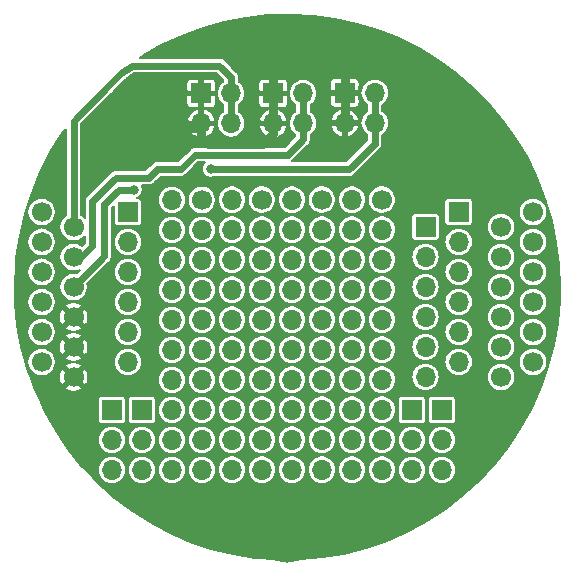
<source format=gbr>
G04 #@! TF.GenerationSoftware,KiCad,Pcbnew,(5.1.0)-1*
G04 #@! TF.CreationDate,2019-06-21T14:45:16-03:00*
G04 #@! TF.ProjectId,PCB_E,5043425f-452e-46b6-9963-61645f706362,rev?*
G04 #@! TF.SameCoordinates,Original*
G04 #@! TF.FileFunction,Copper,L1,Top*
G04 #@! TF.FilePolarity,Positive*
%FSLAX46Y46*%
G04 Gerber Fmt 4.6, Leading zero omitted, Abs format (unit mm)*
G04 Created by KiCad (PCBNEW (5.1.0)-1) date 2019-06-21 14:45:16*
%MOMM*%
%LPD*%
G04 APERTURE LIST*
%ADD10C,1.700000*%
%ADD11O,1.700000X1.700000*%
%ADD12R,1.700000X1.700000*%
%ADD13C,6.200000*%
%ADD14C,6.300000*%
%ADD15C,0.800000*%
%ADD16C,0.400000*%
%ADD17C,0.800000*%
%ADD18C,0.600000*%
%ADD19C,0.200000*%
G04 APERTURE END LIST*
D10*
X-20800000Y6350000D03*
X-20800000Y3810000D03*
X-20800000Y1270000D03*
X-20800000Y-1270000D03*
X-20800000Y-3810000D03*
X-20800000Y-6350000D03*
X-18100000Y5080000D03*
X-18100000Y2540000D03*
X-18100000Y0D03*
X-18100000Y-2540000D03*
X-18100000Y-5080000D03*
X-18100000Y-7620000D03*
X20800000Y6350000D03*
X20800000Y3810000D03*
X20800000Y1270000D03*
X20800000Y-1270000D03*
X20800000Y-3810000D03*
X20800000Y-6350000D03*
X18100000Y5080000D03*
X18100000Y2540000D03*
X18100000Y0D03*
X18100000Y-2540000D03*
X18100000Y-5080000D03*
X18100000Y-7620000D03*
D11*
X-14860000Y-15485001D03*
X-14860000Y-12945001D03*
D12*
X-14860000Y-10405001D03*
D11*
X-12320000Y-15485001D03*
X-12320000Y-12945001D03*
D12*
X-12320000Y-10405001D03*
D11*
X13080000Y-15485001D03*
X13080000Y-12945001D03*
D12*
X13080000Y-10405001D03*
D11*
X10540000Y-15485001D03*
X10540000Y-12945001D03*
D12*
X10540000Y-10405001D03*
X-7300000Y16400000D03*
D11*
X-7300000Y13860000D03*
X-4760000Y16400000D03*
X-4760000Y13860000D03*
X7400000Y13900000D03*
X7400000Y16440000D03*
X4860000Y13900000D03*
D12*
X4860000Y16440000D03*
X-1200000Y16400000D03*
D11*
X-1200000Y13860000D03*
X1340000Y16400000D03*
X1340000Y13860000D03*
D12*
X-13500000Y6350000D03*
D11*
X-13500000Y3810000D03*
X-13500000Y1270000D03*
X-13500000Y-1270000D03*
X-13500000Y-3810000D03*
X-13500000Y-6350000D03*
D13*
X12500000Y13500000D03*
D14*
X-12500000Y13500000D03*
D13*
X0Y-20200000D03*
D10*
X-7240000Y7374999D03*
D11*
X-9780000Y7374999D03*
X-7240000Y4834999D03*
X-9780000Y4834999D03*
X-7240000Y2294999D03*
X-9780000Y2294999D03*
X-7240000Y-245001D03*
X-9780000Y-245001D03*
X-7240000Y-2785001D03*
X-9780000Y-2785001D03*
X-7240000Y-5325001D03*
X-9780000Y-5325001D03*
X-7240000Y-7865001D03*
X-9780000Y-7865001D03*
X-7240000Y-10405001D03*
X-9780000Y-10405001D03*
X-7240000Y-12945001D03*
X-9780000Y-12945001D03*
X-7240000Y-15485001D03*
X-9780000Y-15485001D03*
D10*
X-2160000Y7400000D03*
D11*
X-4700000Y7400000D03*
X-2160000Y4860000D03*
X-4700000Y4860000D03*
X-2160000Y2320000D03*
X-4700000Y2320000D03*
X-2160000Y-220000D03*
X-4700000Y-220000D03*
X-2160000Y-2760000D03*
X-4700000Y-2760000D03*
X-2160000Y-5300000D03*
X-4700000Y-5300000D03*
X-2160000Y-7840000D03*
X-4700000Y-7840000D03*
X-2160000Y-10380000D03*
X-4700000Y-10380000D03*
X-2160000Y-12920000D03*
X-4700000Y-12920000D03*
X-2160000Y-15460000D03*
X-4700000Y-15460000D03*
X380000Y-15460000D03*
X2920000Y-15460000D03*
X380000Y-12920000D03*
X2920000Y-12920000D03*
X380000Y-10380000D03*
X2920000Y-10380000D03*
X380000Y-7840000D03*
X2920000Y-7840000D03*
X380000Y-5300000D03*
X2920000Y-5300000D03*
X380000Y-2760000D03*
X2920000Y-2760000D03*
X380000Y-220000D03*
X2920000Y-220000D03*
X380000Y2320000D03*
X2920000Y2320000D03*
X380000Y4860000D03*
X2920000Y4860000D03*
X380000Y7400000D03*
D10*
X2920000Y7400000D03*
D11*
X5460000Y-15460000D03*
X8000000Y-15460000D03*
X5460000Y-12920000D03*
X8000000Y-12920000D03*
X5460000Y-10380000D03*
X8000000Y-10380000D03*
X5460000Y-7840000D03*
X8000000Y-7840000D03*
X5460000Y-5300000D03*
X8000000Y-5300000D03*
X5460000Y-2760000D03*
X8000000Y-2760000D03*
X5460000Y-220000D03*
X8000000Y-220000D03*
X5460000Y2320000D03*
X8000000Y2320000D03*
X5460000Y4860000D03*
X8000000Y4860000D03*
X5460000Y7400000D03*
D10*
X8000000Y7400000D03*
D12*
X11700000Y5100000D03*
D11*
X11700000Y2560000D03*
X11700000Y20000D03*
X11700000Y-2520000D03*
X11700000Y-5060000D03*
X11700000Y-7600000D03*
D12*
X14500000Y6370000D03*
D11*
X14500000Y3830000D03*
X14500000Y1290000D03*
X14500000Y-1250000D03*
X14500000Y-3790000D03*
X14500000Y-6330000D03*
D15*
X-13000000Y8250000D03*
X-6500000Y10000000D03*
D16*
X-12010001Y13010001D02*
X-12500000Y13500000D01*
D17*
X-7660000Y13500000D02*
X-7300000Y13860000D01*
X-12500000Y13500000D02*
X-7660000Y13500000D01*
X-7300000Y12657919D02*
X-6742081Y12100000D01*
X-7300000Y13860000D02*
X-7300000Y12657919D01*
X-6742081Y12100000D02*
X-2100000Y12100000D01*
X-1200000Y13000000D02*
X-1200000Y16400000D01*
X-2100000Y12100000D02*
X-1200000Y13000000D01*
X12500000Y17884062D02*
X12500000Y13500000D01*
X11534062Y18850000D02*
X12500000Y17884062D01*
X-1200000Y18050000D02*
X-400000Y18850000D01*
X-1200000Y16400000D02*
X-1200000Y18050000D01*
X4860000Y18810000D02*
X4900000Y18850000D01*
X4860000Y13900000D02*
X4860000Y18810000D01*
X-400000Y18850000D02*
X4900000Y18850000D01*
X4900000Y18850000D02*
X11534062Y18850000D01*
D18*
X-14080520Y18090649D02*
X-13157040Y18750000D01*
X-14223909Y17969204D02*
X-14080520Y18090649D01*
X-15250000Y16943113D02*
X-14223909Y17969204D01*
X-15250000Y16917422D02*
X-15250000Y16943113D01*
X-18100000Y5080000D02*
X-18100000Y14067422D01*
X-18100000Y14067422D02*
X-15250000Y16917422D01*
X-13157040Y18750000D02*
X-5750000Y18750000D01*
X-4760000Y17760000D02*
X-4760000Y13860000D01*
X-5750000Y18750000D02*
X-4760000Y17760000D01*
X-18100000Y0D02*
X-15500000Y2600000D01*
X-15500000Y2600000D02*
X-15500000Y7000000D01*
X-15500000Y7000000D02*
X-14250000Y8250000D01*
X-14250000Y8250000D02*
X-13000000Y8250000D01*
X-6500000Y10000000D02*
X5250000Y10000000D01*
X7400000Y12150000D02*
X7400000Y16440000D01*
X5250000Y10000000D02*
X7400000Y12150000D01*
X39990Y11199990D02*
X1340000Y12500000D01*
X-7800010Y11199990D02*
X39990Y11199990D01*
X-9000000Y10000000D02*
X-7800010Y11199990D01*
X-11000000Y10000000D02*
X-9000000Y10000000D01*
X-18100000Y2540000D02*
X-17460000Y2540000D01*
X-16500000Y3500000D02*
X-16500000Y7250000D01*
X-16500000Y7250000D02*
X-14500000Y9250000D01*
X-14500000Y9250000D02*
X-11750000Y9250000D01*
X1340000Y12500000D02*
X1340000Y16400000D01*
X-17460000Y2540000D02*
X-16500000Y3500000D01*
X-11750000Y9250000D02*
X-11000000Y10000000D01*
D16*
X-20800000Y3810000D02*
X-20800000Y4499998D01*
X-20800000Y1270000D02*
X-20800000Y1959998D01*
D19*
G36*
X2171549Y22972592D02*
G01*
X4046587Y22717411D01*
X5894411Y22309450D01*
X7702593Y21751452D01*
X9458974Y21047172D01*
X11151741Y20201344D01*
X12769510Y19219658D01*
X14301401Y18108715D01*
X15737112Y16875987D01*
X17066988Y15529764D01*
X18282084Y14079100D01*
X19374228Y12533750D01*
X20336077Y10904109D01*
X21161161Y9201135D01*
X21843932Y7436281D01*
X22379797Y5621416D01*
X22765153Y3768747D01*
X22997408Y1890731D01*
X23075000Y0D01*
X23047452Y-1127208D01*
X22877590Y-3011892D01*
X22553872Y-4876320D01*
X22078473Y-6707953D01*
X21454592Y-8494474D01*
X20686424Y-10223868D01*
X19779135Y-11884504D01*
X18738827Y-13465213D01*
X17572496Y-14955367D01*
X16287986Y-16344942D01*
X14893936Y-17624593D01*
X13399721Y-18785716D01*
X11815389Y-19820500D01*
X10151596Y-20721986D01*
X8419532Y-21484113D01*
X6630844Y-22101754D01*
X4797562Y-22570756D01*
X2932016Y-22887964D01*
X1046751Y-23051246D01*
X-845554Y-23059503D01*
X-2732172Y-22912679D01*
X-4600415Y-22611763D01*
X-6437720Y-22158777D01*
X-8231729Y-21556768D01*
X-9970379Y-20809786D01*
X-11641975Y-19922852D01*
X-13235276Y-18901933D01*
X-14739567Y-17753895D01*
X-16144732Y-16486457D01*
X-17086807Y-15485001D01*
X-16065806Y-15485001D01*
X-16042637Y-15720242D01*
X-15974019Y-15946443D01*
X-15862591Y-16154911D01*
X-15712634Y-16337635D01*
X-15529910Y-16487592D01*
X-15321442Y-16599020D01*
X-15095241Y-16667638D01*
X-14918950Y-16685001D01*
X-14801050Y-16685001D01*
X-14624759Y-16667638D01*
X-14398558Y-16599020D01*
X-14190090Y-16487592D01*
X-14007366Y-16337635D01*
X-13857409Y-16154911D01*
X-13745981Y-15946443D01*
X-13677363Y-15720242D01*
X-13654194Y-15485001D01*
X-13525806Y-15485001D01*
X-13502637Y-15720242D01*
X-13434019Y-15946443D01*
X-13322591Y-16154911D01*
X-13172634Y-16337635D01*
X-12989910Y-16487592D01*
X-12781442Y-16599020D01*
X-12555241Y-16667638D01*
X-12378950Y-16685001D01*
X-12261050Y-16685001D01*
X-12084759Y-16667638D01*
X-11858558Y-16599020D01*
X-11650090Y-16487592D01*
X-11467366Y-16337635D01*
X-11317409Y-16154911D01*
X-11205981Y-15946443D01*
X-11137363Y-15720242D01*
X-11114194Y-15485001D01*
X-10985806Y-15485001D01*
X-10962637Y-15720242D01*
X-10894019Y-15946443D01*
X-10782591Y-16154911D01*
X-10632634Y-16337635D01*
X-10449910Y-16487592D01*
X-10241442Y-16599020D01*
X-10015241Y-16667638D01*
X-9838950Y-16685001D01*
X-9721050Y-16685001D01*
X-9544759Y-16667638D01*
X-9318558Y-16599020D01*
X-9110090Y-16487592D01*
X-8927366Y-16337635D01*
X-8777409Y-16154911D01*
X-8665981Y-15946443D01*
X-8597363Y-15720242D01*
X-8574194Y-15485001D01*
X-8445806Y-15485001D01*
X-8422637Y-15720242D01*
X-8354019Y-15946443D01*
X-8242591Y-16154911D01*
X-8092634Y-16337635D01*
X-7909910Y-16487592D01*
X-7701442Y-16599020D01*
X-7475241Y-16667638D01*
X-7298950Y-16685001D01*
X-7181050Y-16685001D01*
X-7004759Y-16667638D01*
X-6778558Y-16599020D01*
X-6570090Y-16487592D01*
X-6387366Y-16337635D01*
X-6237409Y-16154911D01*
X-6125981Y-15946443D01*
X-6057363Y-15720242D01*
X-6034194Y-15485001D01*
X-6036656Y-15460000D01*
X-5905806Y-15460000D01*
X-5882637Y-15695241D01*
X-5814019Y-15921442D01*
X-5702591Y-16129910D01*
X-5552634Y-16312634D01*
X-5369910Y-16462591D01*
X-5161442Y-16574019D01*
X-4935241Y-16642637D01*
X-4758950Y-16660000D01*
X-4641050Y-16660000D01*
X-4464759Y-16642637D01*
X-4238558Y-16574019D01*
X-4030090Y-16462591D01*
X-3847366Y-16312634D01*
X-3697409Y-16129910D01*
X-3585981Y-15921442D01*
X-3517363Y-15695241D01*
X-3494194Y-15460000D01*
X-3365806Y-15460000D01*
X-3342637Y-15695241D01*
X-3274019Y-15921442D01*
X-3162591Y-16129910D01*
X-3012634Y-16312634D01*
X-2829910Y-16462591D01*
X-2621442Y-16574019D01*
X-2395241Y-16642637D01*
X-2218950Y-16660000D01*
X-2101050Y-16660000D01*
X-1924759Y-16642637D01*
X-1698558Y-16574019D01*
X-1490090Y-16462591D01*
X-1307366Y-16312634D01*
X-1157409Y-16129910D01*
X-1045981Y-15921442D01*
X-977363Y-15695241D01*
X-954194Y-15460000D01*
X-825806Y-15460000D01*
X-802637Y-15695241D01*
X-734019Y-15921442D01*
X-622591Y-16129910D01*
X-472634Y-16312634D01*
X-289910Y-16462591D01*
X-81442Y-16574019D01*
X144759Y-16642637D01*
X321050Y-16660000D01*
X438950Y-16660000D01*
X615241Y-16642637D01*
X841442Y-16574019D01*
X1049910Y-16462591D01*
X1232634Y-16312634D01*
X1382591Y-16129910D01*
X1494019Y-15921442D01*
X1562637Y-15695241D01*
X1585806Y-15460000D01*
X1714194Y-15460000D01*
X1737363Y-15695241D01*
X1805981Y-15921442D01*
X1917409Y-16129910D01*
X2067366Y-16312634D01*
X2250090Y-16462591D01*
X2458558Y-16574019D01*
X2684759Y-16642637D01*
X2861050Y-16660000D01*
X2978950Y-16660000D01*
X3155241Y-16642637D01*
X3381442Y-16574019D01*
X3589910Y-16462591D01*
X3772634Y-16312634D01*
X3922591Y-16129910D01*
X4034019Y-15921442D01*
X4102637Y-15695241D01*
X4125806Y-15460000D01*
X4254194Y-15460000D01*
X4277363Y-15695241D01*
X4345981Y-15921442D01*
X4457409Y-16129910D01*
X4607366Y-16312634D01*
X4790090Y-16462591D01*
X4998558Y-16574019D01*
X5224759Y-16642637D01*
X5401050Y-16660000D01*
X5518950Y-16660000D01*
X5695241Y-16642637D01*
X5921442Y-16574019D01*
X6129910Y-16462591D01*
X6312634Y-16312634D01*
X6462591Y-16129910D01*
X6574019Y-15921442D01*
X6642637Y-15695241D01*
X6665806Y-15460000D01*
X6794194Y-15460000D01*
X6817363Y-15695241D01*
X6885981Y-15921442D01*
X6997409Y-16129910D01*
X7147366Y-16312634D01*
X7330090Y-16462591D01*
X7538558Y-16574019D01*
X7764759Y-16642637D01*
X7941050Y-16660000D01*
X8058950Y-16660000D01*
X8235241Y-16642637D01*
X8461442Y-16574019D01*
X8669910Y-16462591D01*
X8852634Y-16312634D01*
X9002591Y-16129910D01*
X9114019Y-15921442D01*
X9182637Y-15695241D01*
X9203343Y-15485001D01*
X9334194Y-15485001D01*
X9357363Y-15720242D01*
X9425981Y-15946443D01*
X9537409Y-16154911D01*
X9687366Y-16337635D01*
X9870090Y-16487592D01*
X10078558Y-16599020D01*
X10304759Y-16667638D01*
X10481050Y-16685001D01*
X10598950Y-16685001D01*
X10775241Y-16667638D01*
X11001442Y-16599020D01*
X11209910Y-16487592D01*
X11392634Y-16337635D01*
X11542591Y-16154911D01*
X11654019Y-15946443D01*
X11722637Y-15720242D01*
X11745806Y-15485001D01*
X11874194Y-15485001D01*
X11897363Y-15720242D01*
X11965981Y-15946443D01*
X12077409Y-16154911D01*
X12227366Y-16337635D01*
X12410090Y-16487592D01*
X12618558Y-16599020D01*
X12844759Y-16667638D01*
X13021050Y-16685001D01*
X13138950Y-16685001D01*
X13315241Y-16667638D01*
X13541442Y-16599020D01*
X13749910Y-16487592D01*
X13932634Y-16337635D01*
X14082591Y-16154911D01*
X14194019Y-15946443D01*
X14262637Y-15720242D01*
X14285806Y-15485001D01*
X14262637Y-15249760D01*
X14194019Y-15023559D01*
X14082591Y-14815091D01*
X13932634Y-14632367D01*
X13749910Y-14482410D01*
X13541442Y-14370982D01*
X13315241Y-14302364D01*
X13138950Y-14285001D01*
X13021050Y-14285001D01*
X12844759Y-14302364D01*
X12618558Y-14370982D01*
X12410090Y-14482410D01*
X12227366Y-14632367D01*
X12077409Y-14815091D01*
X11965981Y-15023559D01*
X11897363Y-15249760D01*
X11874194Y-15485001D01*
X11745806Y-15485001D01*
X11722637Y-15249760D01*
X11654019Y-15023559D01*
X11542591Y-14815091D01*
X11392634Y-14632367D01*
X11209910Y-14482410D01*
X11001442Y-14370982D01*
X10775241Y-14302364D01*
X10598950Y-14285001D01*
X10481050Y-14285001D01*
X10304759Y-14302364D01*
X10078558Y-14370982D01*
X9870090Y-14482410D01*
X9687366Y-14632367D01*
X9537409Y-14815091D01*
X9425981Y-15023559D01*
X9357363Y-15249760D01*
X9334194Y-15485001D01*
X9203343Y-15485001D01*
X9205806Y-15460000D01*
X9182637Y-15224759D01*
X9114019Y-14998558D01*
X9002591Y-14790090D01*
X8852634Y-14607366D01*
X8669910Y-14457409D01*
X8461442Y-14345981D01*
X8235241Y-14277363D01*
X8058950Y-14260000D01*
X7941050Y-14260000D01*
X7764759Y-14277363D01*
X7538558Y-14345981D01*
X7330090Y-14457409D01*
X7147366Y-14607366D01*
X6997409Y-14790090D01*
X6885981Y-14998558D01*
X6817363Y-15224759D01*
X6794194Y-15460000D01*
X6665806Y-15460000D01*
X6642637Y-15224759D01*
X6574019Y-14998558D01*
X6462591Y-14790090D01*
X6312634Y-14607366D01*
X6129910Y-14457409D01*
X5921442Y-14345981D01*
X5695241Y-14277363D01*
X5518950Y-14260000D01*
X5401050Y-14260000D01*
X5224759Y-14277363D01*
X4998558Y-14345981D01*
X4790090Y-14457409D01*
X4607366Y-14607366D01*
X4457409Y-14790090D01*
X4345981Y-14998558D01*
X4277363Y-15224759D01*
X4254194Y-15460000D01*
X4125806Y-15460000D01*
X4102637Y-15224759D01*
X4034019Y-14998558D01*
X3922591Y-14790090D01*
X3772634Y-14607366D01*
X3589910Y-14457409D01*
X3381442Y-14345981D01*
X3155241Y-14277363D01*
X2978950Y-14260000D01*
X2861050Y-14260000D01*
X2684759Y-14277363D01*
X2458558Y-14345981D01*
X2250090Y-14457409D01*
X2067366Y-14607366D01*
X1917409Y-14790090D01*
X1805981Y-14998558D01*
X1737363Y-15224759D01*
X1714194Y-15460000D01*
X1585806Y-15460000D01*
X1562637Y-15224759D01*
X1494019Y-14998558D01*
X1382591Y-14790090D01*
X1232634Y-14607366D01*
X1049910Y-14457409D01*
X841442Y-14345981D01*
X615241Y-14277363D01*
X438950Y-14260000D01*
X321050Y-14260000D01*
X144759Y-14277363D01*
X-81442Y-14345981D01*
X-289910Y-14457409D01*
X-472634Y-14607366D01*
X-622591Y-14790090D01*
X-734019Y-14998558D01*
X-802637Y-15224759D01*
X-825806Y-15460000D01*
X-954194Y-15460000D01*
X-977363Y-15224759D01*
X-1045981Y-14998558D01*
X-1157409Y-14790090D01*
X-1307366Y-14607366D01*
X-1490090Y-14457409D01*
X-1698558Y-14345981D01*
X-1924759Y-14277363D01*
X-2101050Y-14260000D01*
X-2218950Y-14260000D01*
X-2395241Y-14277363D01*
X-2621442Y-14345981D01*
X-2829910Y-14457409D01*
X-3012634Y-14607366D01*
X-3162591Y-14790090D01*
X-3274019Y-14998558D01*
X-3342637Y-15224759D01*
X-3365806Y-15460000D01*
X-3494194Y-15460000D01*
X-3517363Y-15224759D01*
X-3585981Y-14998558D01*
X-3697409Y-14790090D01*
X-3847366Y-14607366D01*
X-4030090Y-14457409D01*
X-4238558Y-14345981D01*
X-4464759Y-14277363D01*
X-4641050Y-14260000D01*
X-4758950Y-14260000D01*
X-4935241Y-14277363D01*
X-5161442Y-14345981D01*
X-5369910Y-14457409D01*
X-5552634Y-14607366D01*
X-5702591Y-14790090D01*
X-5814019Y-14998558D01*
X-5882637Y-15224759D01*
X-5905806Y-15460000D01*
X-6036656Y-15460000D01*
X-6057363Y-15249760D01*
X-6125981Y-15023559D01*
X-6237409Y-14815091D01*
X-6387366Y-14632367D01*
X-6570090Y-14482410D01*
X-6778558Y-14370982D01*
X-7004759Y-14302364D01*
X-7181050Y-14285001D01*
X-7298950Y-14285001D01*
X-7475241Y-14302364D01*
X-7701442Y-14370982D01*
X-7909910Y-14482410D01*
X-8092634Y-14632367D01*
X-8242591Y-14815091D01*
X-8354019Y-15023559D01*
X-8422637Y-15249760D01*
X-8445806Y-15485001D01*
X-8574194Y-15485001D01*
X-8597363Y-15249760D01*
X-8665981Y-15023559D01*
X-8777409Y-14815091D01*
X-8927366Y-14632367D01*
X-9110090Y-14482410D01*
X-9318558Y-14370982D01*
X-9544759Y-14302364D01*
X-9721050Y-14285001D01*
X-9838950Y-14285001D01*
X-10015241Y-14302364D01*
X-10241442Y-14370982D01*
X-10449910Y-14482410D01*
X-10632634Y-14632367D01*
X-10782591Y-14815091D01*
X-10894019Y-15023559D01*
X-10962637Y-15249760D01*
X-10985806Y-15485001D01*
X-11114194Y-15485001D01*
X-11137363Y-15249760D01*
X-11205981Y-15023559D01*
X-11317409Y-14815091D01*
X-11467366Y-14632367D01*
X-11650090Y-14482410D01*
X-11858558Y-14370982D01*
X-12084759Y-14302364D01*
X-12261050Y-14285001D01*
X-12378950Y-14285001D01*
X-12555241Y-14302364D01*
X-12781442Y-14370982D01*
X-12989910Y-14482410D01*
X-13172634Y-14632367D01*
X-13322591Y-14815091D01*
X-13434019Y-15023559D01*
X-13502637Y-15249760D01*
X-13525806Y-15485001D01*
X-13654194Y-15485001D01*
X-13677363Y-15249760D01*
X-13745981Y-15023559D01*
X-13857409Y-14815091D01*
X-14007366Y-14632367D01*
X-14190090Y-14482410D01*
X-14398558Y-14370982D01*
X-14624759Y-14302364D01*
X-14801050Y-14285001D01*
X-14918950Y-14285001D01*
X-15095241Y-14302364D01*
X-15321442Y-14370982D01*
X-15529910Y-14482410D01*
X-15712634Y-14632367D01*
X-15862591Y-14815091D01*
X-15974019Y-15023559D01*
X-16042637Y-15249760D01*
X-16065806Y-15485001D01*
X-17086807Y-15485001D01*
X-17441319Y-15108144D01*
X-18620609Y-13628226D01*
X-19078852Y-12945001D01*
X-16065806Y-12945001D01*
X-16042637Y-13180242D01*
X-15974019Y-13406443D01*
X-15862591Y-13614911D01*
X-15712634Y-13797635D01*
X-15529910Y-13947592D01*
X-15321442Y-14059020D01*
X-15095241Y-14127638D01*
X-14918950Y-14145001D01*
X-14801050Y-14145001D01*
X-14624759Y-14127638D01*
X-14398558Y-14059020D01*
X-14190090Y-13947592D01*
X-14007366Y-13797635D01*
X-13857409Y-13614911D01*
X-13745981Y-13406443D01*
X-13677363Y-13180242D01*
X-13654194Y-12945001D01*
X-13525806Y-12945001D01*
X-13502637Y-13180242D01*
X-13434019Y-13406443D01*
X-13322591Y-13614911D01*
X-13172634Y-13797635D01*
X-12989910Y-13947592D01*
X-12781442Y-14059020D01*
X-12555241Y-14127638D01*
X-12378950Y-14145001D01*
X-12261050Y-14145001D01*
X-12084759Y-14127638D01*
X-11858558Y-14059020D01*
X-11650090Y-13947592D01*
X-11467366Y-13797635D01*
X-11317409Y-13614911D01*
X-11205981Y-13406443D01*
X-11137363Y-13180242D01*
X-11114194Y-12945001D01*
X-10985806Y-12945001D01*
X-10962637Y-13180242D01*
X-10894019Y-13406443D01*
X-10782591Y-13614911D01*
X-10632634Y-13797635D01*
X-10449910Y-13947592D01*
X-10241442Y-14059020D01*
X-10015241Y-14127638D01*
X-9838950Y-14145001D01*
X-9721050Y-14145001D01*
X-9544759Y-14127638D01*
X-9318558Y-14059020D01*
X-9110090Y-13947592D01*
X-8927366Y-13797635D01*
X-8777409Y-13614911D01*
X-8665981Y-13406443D01*
X-8597363Y-13180242D01*
X-8574194Y-12945001D01*
X-8445806Y-12945001D01*
X-8422637Y-13180242D01*
X-8354019Y-13406443D01*
X-8242591Y-13614911D01*
X-8092634Y-13797635D01*
X-7909910Y-13947592D01*
X-7701442Y-14059020D01*
X-7475241Y-14127638D01*
X-7298950Y-14145001D01*
X-7181050Y-14145001D01*
X-7004759Y-14127638D01*
X-6778558Y-14059020D01*
X-6570090Y-13947592D01*
X-6387366Y-13797635D01*
X-6237409Y-13614911D01*
X-6125981Y-13406443D01*
X-6057363Y-13180242D01*
X-6034194Y-12945001D01*
X-6036656Y-12920000D01*
X-5905806Y-12920000D01*
X-5882637Y-13155241D01*
X-5814019Y-13381442D01*
X-5702591Y-13589910D01*
X-5552634Y-13772634D01*
X-5369910Y-13922591D01*
X-5161442Y-14034019D01*
X-4935241Y-14102637D01*
X-4758950Y-14120000D01*
X-4641050Y-14120000D01*
X-4464759Y-14102637D01*
X-4238558Y-14034019D01*
X-4030090Y-13922591D01*
X-3847366Y-13772634D01*
X-3697409Y-13589910D01*
X-3585981Y-13381442D01*
X-3517363Y-13155241D01*
X-3494194Y-12920000D01*
X-3365806Y-12920000D01*
X-3342637Y-13155241D01*
X-3274019Y-13381442D01*
X-3162591Y-13589910D01*
X-3012634Y-13772634D01*
X-2829910Y-13922591D01*
X-2621442Y-14034019D01*
X-2395241Y-14102637D01*
X-2218950Y-14120000D01*
X-2101050Y-14120000D01*
X-1924759Y-14102637D01*
X-1698558Y-14034019D01*
X-1490090Y-13922591D01*
X-1307366Y-13772634D01*
X-1157409Y-13589910D01*
X-1045981Y-13381442D01*
X-977363Y-13155241D01*
X-954194Y-12920000D01*
X-825806Y-12920000D01*
X-802637Y-13155241D01*
X-734019Y-13381442D01*
X-622591Y-13589910D01*
X-472634Y-13772634D01*
X-289910Y-13922591D01*
X-81442Y-14034019D01*
X144759Y-14102637D01*
X321050Y-14120000D01*
X438950Y-14120000D01*
X615241Y-14102637D01*
X841442Y-14034019D01*
X1049910Y-13922591D01*
X1232634Y-13772634D01*
X1382591Y-13589910D01*
X1494019Y-13381442D01*
X1562637Y-13155241D01*
X1585806Y-12920000D01*
X1714194Y-12920000D01*
X1737363Y-13155241D01*
X1805981Y-13381442D01*
X1917409Y-13589910D01*
X2067366Y-13772634D01*
X2250090Y-13922591D01*
X2458558Y-14034019D01*
X2684759Y-14102637D01*
X2861050Y-14120000D01*
X2978950Y-14120000D01*
X3155241Y-14102637D01*
X3381442Y-14034019D01*
X3589910Y-13922591D01*
X3772634Y-13772634D01*
X3922591Y-13589910D01*
X4034019Y-13381442D01*
X4102637Y-13155241D01*
X4125806Y-12920000D01*
X4254194Y-12920000D01*
X4277363Y-13155241D01*
X4345981Y-13381442D01*
X4457409Y-13589910D01*
X4607366Y-13772634D01*
X4790090Y-13922591D01*
X4998558Y-14034019D01*
X5224759Y-14102637D01*
X5401050Y-14120000D01*
X5518950Y-14120000D01*
X5695241Y-14102637D01*
X5921442Y-14034019D01*
X6129910Y-13922591D01*
X6312634Y-13772634D01*
X6462591Y-13589910D01*
X6574019Y-13381442D01*
X6642637Y-13155241D01*
X6665806Y-12920000D01*
X6794194Y-12920000D01*
X6817363Y-13155241D01*
X6885981Y-13381442D01*
X6997409Y-13589910D01*
X7147366Y-13772634D01*
X7330090Y-13922591D01*
X7538558Y-14034019D01*
X7764759Y-14102637D01*
X7941050Y-14120000D01*
X8058950Y-14120000D01*
X8235241Y-14102637D01*
X8461442Y-14034019D01*
X8669910Y-13922591D01*
X8852634Y-13772634D01*
X9002591Y-13589910D01*
X9114019Y-13381442D01*
X9182637Y-13155241D01*
X9203343Y-12945001D01*
X9334194Y-12945001D01*
X9357363Y-13180242D01*
X9425981Y-13406443D01*
X9537409Y-13614911D01*
X9687366Y-13797635D01*
X9870090Y-13947592D01*
X10078558Y-14059020D01*
X10304759Y-14127638D01*
X10481050Y-14145001D01*
X10598950Y-14145001D01*
X10775241Y-14127638D01*
X11001442Y-14059020D01*
X11209910Y-13947592D01*
X11392634Y-13797635D01*
X11542591Y-13614911D01*
X11654019Y-13406443D01*
X11722637Y-13180242D01*
X11745806Y-12945001D01*
X11874194Y-12945001D01*
X11897363Y-13180242D01*
X11965981Y-13406443D01*
X12077409Y-13614911D01*
X12227366Y-13797635D01*
X12410090Y-13947592D01*
X12618558Y-14059020D01*
X12844759Y-14127638D01*
X13021050Y-14145001D01*
X13138950Y-14145001D01*
X13315241Y-14127638D01*
X13541442Y-14059020D01*
X13749910Y-13947592D01*
X13932634Y-13797635D01*
X14082591Y-13614911D01*
X14194019Y-13406443D01*
X14262637Y-13180242D01*
X14285806Y-12945001D01*
X14262637Y-12709760D01*
X14194019Y-12483559D01*
X14082591Y-12275091D01*
X13932634Y-12092367D01*
X13749910Y-11942410D01*
X13541442Y-11830982D01*
X13315241Y-11762364D01*
X13138950Y-11745001D01*
X13021050Y-11745001D01*
X12844759Y-11762364D01*
X12618558Y-11830982D01*
X12410090Y-11942410D01*
X12227366Y-12092367D01*
X12077409Y-12275091D01*
X11965981Y-12483559D01*
X11897363Y-12709760D01*
X11874194Y-12945001D01*
X11745806Y-12945001D01*
X11722637Y-12709760D01*
X11654019Y-12483559D01*
X11542591Y-12275091D01*
X11392634Y-12092367D01*
X11209910Y-11942410D01*
X11001442Y-11830982D01*
X10775241Y-11762364D01*
X10598950Y-11745001D01*
X10481050Y-11745001D01*
X10304759Y-11762364D01*
X10078558Y-11830982D01*
X9870090Y-11942410D01*
X9687366Y-12092367D01*
X9537409Y-12275091D01*
X9425981Y-12483559D01*
X9357363Y-12709760D01*
X9334194Y-12945001D01*
X9203343Y-12945001D01*
X9205806Y-12920000D01*
X9182637Y-12684759D01*
X9114019Y-12458558D01*
X9002591Y-12250090D01*
X8852634Y-12067366D01*
X8669910Y-11917409D01*
X8461442Y-11805981D01*
X8235241Y-11737363D01*
X8058950Y-11720000D01*
X7941050Y-11720000D01*
X7764759Y-11737363D01*
X7538558Y-11805981D01*
X7330090Y-11917409D01*
X7147366Y-12067366D01*
X6997409Y-12250090D01*
X6885981Y-12458558D01*
X6817363Y-12684759D01*
X6794194Y-12920000D01*
X6665806Y-12920000D01*
X6642637Y-12684759D01*
X6574019Y-12458558D01*
X6462591Y-12250090D01*
X6312634Y-12067366D01*
X6129910Y-11917409D01*
X5921442Y-11805981D01*
X5695241Y-11737363D01*
X5518950Y-11720000D01*
X5401050Y-11720000D01*
X5224759Y-11737363D01*
X4998558Y-11805981D01*
X4790090Y-11917409D01*
X4607366Y-12067366D01*
X4457409Y-12250090D01*
X4345981Y-12458558D01*
X4277363Y-12684759D01*
X4254194Y-12920000D01*
X4125806Y-12920000D01*
X4102637Y-12684759D01*
X4034019Y-12458558D01*
X3922591Y-12250090D01*
X3772634Y-12067366D01*
X3589910Y-11917409D01*
X3381442Y-11805981D01*
X3155241Y-11737363D01*
X2978950Y-11720000D01*
X2861050Y-11720000D01*
X2684759Y-11737363D01*
X2458558Y-11805981D01*
X2250090Y-11917409D01*
X2067366Y-12067366D01*
X1917409Y-12250090D01*
X1805981Y-12458558D01*
X1737363Y-12684759D01*
X1714194Y-12920000D01*
X1585806Y-12920000D01*
X1562637Y-12684759D01*
X1494019Y-12458558D01*
X1382591Y-12250090D01*
X1232634Y-12067366D01*
X1049910Y-11917409D01*
X841442Y-11805981D01*
X615241Y-11737363D01*
X438950Y-11720000D01*
X321050Y-11720000D01*
X144759Y-11737363D01*
X-81442Y-11805981D01*
X-289910Y-11917409D01*
X-472634Y-12067366D01*
X-622591Y-12250090D01*
X-734019Y-12458558D01*
X-802637Y-12684759D01*
X-825806Y-12920000D01*
X-954194Y-12920000D01*
X-977363Y-12684759D01*
X-1045981Y-12458558D01*
X-1157409Y-12250090D01*
X-1307366Y-12067366D01*
X-1490090Y-11917409D01*
X-1698558Y-11805981D01*
X-1924759Y-11737363D01*
X-2101050Y-11720000D01*
X-2218950Y-11720000D01*
X-2395241Y-11737363D01*
X-2621442Y-11805981D01*
X-2829910Y-11917409D01*
X-3012634Y-12067366D01*
X-3162591Y-12250090D01*
X-3274019Y-12458558D01*
X-3342637Y-12684759D01*
X-3365806Y-12920000D01*
X-3494194Y-12920000D01*
X-3517363Y-12684759D01*
X-3585981Y-12458558D01*
X-3697409Y-12250090D01*
X-3847366Y-12067366D01*
X-4030090Y-11917409D01*
X-4238558Y-11805981D01*
X-4464759Y-11737363D01*
X-4641050Y-11720000D01*
X-4758950Y-11720000D01*
X-4935241Y-11737363D01*
X-5161442Y-11805981D01*
X-5369910Y-11917409D01*
X-5552634Y-12067366D01*
X-5702591Y-12250090D01*
X-5814019Y-12458558D01*
X-5882637Y-12684759D01*
X-5905806Y-12920000D01*
X-6036656Y-12920000D01*
X-6057363Y-12709760D01*
X-6125981Y-12483559D01*
X-6237409Y-12275091D01*
X-6387366Y-12092367D01*
X-6570090Y-11942410D01*
X-6778558Y-11830982D01*
X-7004759Y-11762364D01*
X-7181050Y-11745001D01*
X-7298950Y-11745001D01*
X-7475241Y-11762364D01*
X-7701442Y-11830982D01*
X-7909910Y-11942410D01*
X-8092634Y-12092367D01*
X-8242591Y-12275091D01*
X-8354019Y-12483559D01*
X-8422637Y-12709760D01*
X-8445806Y-12945001D01*
X-8574194Y-12945001D01*
X-8597363Y-12709760D01*
X-8665981Y-12483559D01*
X-8777409Y-12275091D01*
X-8927366Y-12092367D01*
X-9110090Y-11942410D01*
X-9318558Y-11830982D01*
X-9544759Y-11762364D01*
X-9721050Y-11745001D01*
X-9838950Y-11745001D01*
X-10015241Y-11762364D01*
X-10241442Y-11830982D01*
X-10449910Y-11942410D01*
X-10632634Y-12092367D01*
X-10782591Y-12275091D01*
X-10894019Y-12483559D01*
X-10962637Y-12709760D01*
X-10985806Y-12945001D01*
X-11114194Y-12945001D01*
X-11137363Y-12709760D01*
X-11205981Y-12483559D01*
X-11317409Y-12275091D01*
X-11467366Y-12092367D01*
X-11650090Y-11942410D01*
X-11858558Y-11830982D01*
X-12084759Y-11762364D01*
X-12261050Y-11745001D01*
X-12378950Y-11745001D01*
X-12555241Y-11762364D01*
X-12781442Y-11830982D01*
X-12989910Y-11942410D01*
X-13172634Y-12092367D01*
X-13322591Y-12275091D01*
X-13434019Y-12483559D01*
X-13502637Y-12709760D01*
X-13525806Y-12945001D01*
X-13654194Y-12945001D01*
X-13677363Y-12709760D01*
X-13745981Y-12483559D01*
X-13857409Y-12275091D01*
X-14007366Y-12092367D01*
X-14190090Y-11942410D01*
X-14398558Y-11830982D01*
X-14624759Y-11762364D01*
X-14801050Y-11745001D01*
X-14918950Y-11745001D01*
X-15095241Y-11762364D01*
X-15321442Y-11830982D01*
X-15529910Y-11942410D01*
X-15712634Y-12092367D01*
X-15862591Y-12275091D01*
X-15974019Y-12483559D01*
X-16042637Y-12709760D01*
X-16065806Y-12945001D01*
X-19078852Y-12945001D01*
X-19674672Y-12056654D01*
X-20596418Y-10403999D01*
X-20982434Y-9555001D01*
X-16061693Y-9555001D01*
X-16061693Y-11255001D01*
X-16054935Y-11323613D01*
X-16034922Y-11389588D01*
X-16002422Y-11450391D01*
X-15958685Y-11503686D01*
X-15905390Y-11547423D01*
X-15844587Y-11579923D01*
X-15778612Y-11599936D01*
X-15710000Y-11606694D01*
X-14010000Y-11606694D01*
X-13941388Y-11599936D01*
X-13875413Y-11579923D01*
X-13814610Y-11547423D01*
X-13761315Y-11503686D01*
X-13717578Y-11450391D01*
X-13685078Y-11389588D01*
X-13665065Y-11323613D01*
X-13658307Y-11255001D01*
X-13658307Y-9555001D01*
X-13521693Y-9555001D01*
X-13521693Y-11255001D01*
X-13514935Y-11323613D01*
X-13494922Y-11389588D01*
X-13462422Y-11450391D01*
X-13418685Y-11503686D01*
X-13365390Y-11547423D01*
X-13304587Y-11579923D01*
X-13238612Y-11599936D01*
X-13170000Y-11606694D01*
X-11470000Y-11606694D01*
X-11401388Y-11599936D01*
X-11335413Y-11579923D01*
X-11274610Y-11547423D01*
X-11221315Y-11503686D01*
X-11177578Y-11450391D01*
X-11145078Y-11389588D01*
X-11125065Y-11323613D01*
X-11118307Y-11255001D01*
X-11118307Y-10405001D01*
X-10985806Y-10405001D01*
X-10962637Y-10640242D01*
X-10894019Y-10866443D01*
X-10782591Y-11074911D01*
X-10632634Y-11257635D01*
X-10449910Y-11407592D01*
X-10241442Y-11519020D01*
X-10015241Y-11587638D01*
X-9838950Y-11605001D01*
X-9721050Y-11605001D01*
X-9544759Y-11587638D01*
X-9318558Y-11519020D01*
X-9110090Y-11407592D01*
X-8927366Y-11257635D01*
X-8777409Y-11074911D01*
X-8665981Y-10866443D01*
X-8597363Y-10640242D01*
X-8574194Y-10405001D01*
X-8445806Y-10405001D01*
X-8422637Y-10640242D01*
X-8354019Y-10866443D01*
X-8242591Y-11074911D01*
X-8092634Y-11257635D01*
X-7909910Y-11407592D01*
X-7701442Y-11519020D01*
X-7475241Y-11587638D01*
X-7298950Y-11605001D01*
X-7181050Y-11605001D01*
X-7004759Y-11587638D01*
X-6778558Y-11519020D01*
X-6570090Y-11407592D01*
X-6387366Y-11257635D01*
X-6237409Y-11074911D01*
X-6125981Y-10866443D01*
X-6057363Y-10640242D01*
X-6034194Y-10405001D01*
X-6036656Y-10380000D01*
X-5905806Y-10380000D01*
X-5882637Y-10615241D01*
X-5814019Y-10841442D01*
X-5702591Y-11049910D01*
X-5552634Y-11232634D01*
X-5369910Y-11382591D01*
X-5161442Y-11494019D01*
X-4935241Y-11562637D01*
X-4758950Y-11580000D01*
X-4641050Y-11580000D01*
X-4464759Y-11562637D01*
X-4238558Y-11494019D01*
X-4030090Y-11382591D01*
X-3847366Y-11232634D01*
X-3697409Y-11049910D01*
X-3585981Y-10841442D01*
X-3517363Y-10615241D01*
X-3494194Y-10380000D01*
X-3365806Y-10380000D01*
X-3342637Y-10615241D01*
X-3274019Y-10841442D01*
X-3162591Y-11049910D01*
X-3012634Y-11232634D01*
X-2829910Y-11382591D01*
X-2621442Y-11494019D01*
X-2395241Y-11562637D01*
X-2218950Y-11580000D01*
X-2101050Y-11580000D01*
X-1924759Y-11562637D01*
X-1698558Y-11494019D01*
X-1490090Y-11382591D01*
X-1307366Y-11232634D01*
X-1157409Y-11049910D01*
X-1045981Y-10841442D01*
X-977363Y-10615241D01*
X-954194Y-10380000D01*
X-825806Y-10380000D01*
X-802637Y-10615241D01*
X-734019Y-10841442D01*
X-622591Y-11049910D01*
X-472634Y-11232634D01*
X-289910Y-11382591D01*
X-81442Y-11494019D01*
X144759Y-11562637D01*
X321050Y-11580000D01*
X438950Y-11580000D01*
X615241Y-11562637D01*
X841442Y-11494019D01*
X1049910Y-11382591D01*
X1232634Y-11232634D01*
X1382591Y-11049910D01*
X1494019Y-10841442D01*
X1562637Y-10615241D01*
X1585806Y-10380000D01*
X1714194Y-10380000D01*
X1737363Y-10615241D01*
X1805981Y-10841442D01*
X1917409Y-11049910D01*
X2067366Y-11232634D01*
X2250090Y-11382591D01*
X2458558Y-11494019D01*
X2684759Y-11562637D01*
X2861050Y-11580000D01*
X2978950Y-11580000D01*
X3155241Y-11562637D01*
X3381442Y-11494019D01*
X3589910Y-11382591D01*
X3772634Y-11232634D01*
X3922591Y-11049910D01*
X4034019Y-10841442D01*
X4102637Y-10615241D01*
X4125806Y-10380000D01*
X4254194Y-10380000D01*
X4277363Y-10615241D01*
X4345981Y-10841442D01*
X4457409Y-11049910D01*
X4607366Y-11232634D01*
X4790090Y-11382591D01*
X4998558Y-11494019D01*
X5224759Y-11562637D01*
X5401050Y-11580000D01*
X5518950Y-11580000D01*
X5695241Y-11562637D01*
X5921442Y-11494019D01*
X6129910Y-11382591D01*
X6312634Y-11232634D01*
X6462591Y-11049910D01*
X6574019Y-10841442D01*
X6642637Y-10615241D01*
X6665806Y-10380000D01*
X6794194Y-10380000D01*
X6817363Y-10615241D01*
X6885981Y-10841442D01*
X6997409Y-11049910D01*
X7147366Y-11232634D01*
X7330090Y-11382591D01*
X7538558Y-11494019D01*
X7764759Y-11562637D01*
X7941050Y-11580000D01*
X8058950Y-11580000D01*
X8235241Y-11562637D01*
X8461442Y-11494019D01*
X8669910Y-11382591D01*
X8852634Y-11232634D01*
X9002591Y-11049910D01*
X9114019Y-10841442D01*
X9182637Y-10615241D01*
X9205806Y-10380000D01*
X9182637Y-10144759D01*
X9114019Y-9918558D01*
X9002591Y-9710090D01*
X8875314Y-9555001D01*
X9338307Y-9555001D01*
X9338307Y-11255001D01*
X9345065Y-11323613D01*
X9365078Y-11389588D01*
X9397578Y-11450391D01*
X9441315Y-11503686D01*
X9494610Y-11547423D01*
X9555413Y-11579923D01*
X9621388Y-11599936D01*
X9690000Y-11606694D01*
X11390000Y-11606694D01*
X11458612Y-11599936D01*
X11524587Y-11579923D01*
X11585390Y-11547423D01*
X11638685Y-11503686D01*
X11682422Y-11450391D01*
X11714922Y-11389588D01*
X11734935Y-11323613D01*
X11741693Y-11255001D01*
X11741693Y-9555001D01*
X11878307Y-9555001D01*
X11878307Y-11255001D01*
X11885065Y-11323613D01*
X11905078Y-11389588D01*
X11937578Y-11450391D01*
X11981315Y-11503686D01*
X12034610Y-11547423D01*
X12095413Y-11579923D01*
X12161388Y-11599936D01*
X12230000Y-11606694D01*
X13930000Y-11606694D01*
X13998612Y-11599936D01*
X14064587Y-11579923D01*
X14125390Y-11547423D01*
X14178685Y-11503686D01*
X14222422Y-11450391D01*
X14254922Y-11389588D01*
X14274935Y-11323613D01*
X14281693Y-11255001D01*
X14281693Y-9555001D01*
X14274935Y-9486389D01*
X14254922Y-9420414D01*
X14222422Y-9359611D01*
X14178685Y-9306316D01*
X14125390Y-9262579D01*
X14064587Y-9230079D01*
X13998612Y-9210066D01*
X13930000Y-9203308D01*
X12230000Y-9203308D01*
X12161388Y-9210066D01*
X12095413Y-9230079D01*
X12034610Y-9262579D01*
X11981315Y-9306316D01*
X11937578Y-9359611D01*
X11905078Y-9420414D01*
X11885065Y-9486389D01*
X11878307Y-9555001D01*
X11741693Y-9555001D01*
X11734935Y-9486389D01*
X11714922Y-9420414D01*
X11682422Y-9359611D01*
X11638685Y-9306316D01*
X11585390Y-9262579D01*
X11524587Y-9230079D01*
X11458612Y-9210066D01*
X11390000Y-9203308D01*
X9690000Y-9203308D01*
X9621388Y-9210066D01*
X9555413Y-9230079D01*
X9494610Y-9262579D01*
X9441315Y-9306316D01*
X9397578Y-9359611D01*
X9365078Y-9420414D01*
X9345065Y-9486389D01*
X9338307Y-9555001D01*
X8875314Y-9555001D01*
X8852634Y-9527366D01*
X8669910Y-9377409D01*
X8461442Y-9265981D01*
X8235241Y-9197363D01*
X8058950Y-9180000D01*
X7941050Y-9180000D01*
X7764759Y-9197363D01*
X7538558Y-9265981D01*
X7330090Y-9377409D01*
X7147366Y-9527366D01*
X6997409Y-9710090D01*
X6885981Y-9918558D01*
X6817363Y-10144759D01*
X6794194Y-10380000D01*
X6665806Y-10380000D01*
X6642637Y-10144759D01*
X6574019Y-9918558D01*
X6462591Y-9710090D01*
X6312634Y-9527366D01*
X6129910Y-9377409D01*
X5921442Y-9265981D01*
X5695241Y-9197363D01*
X5518950Y-9180000D01*
X5401050Y-9180000D01*
X5224759Y-9197363D01*
X4998558Y-9265981D01*
X4790090Y-9377409D01*
X4607366Y-9527366D01*
X4457409Y-9710090D01*
X4345981Y-9918558D01*
X4277363Y-10144759D01*
X4254194Y-10380000D01*
X4125806Y-10380000D01*
X4102637Y-10144759D01*
X4034019Y-9918558D01*
X3922591Y-9710090D01*
X3772634Y-9527366D01*
X3589910Y-9377409D01*
X3381442Y-9265981D01*
X3155241Y-9197363D01*
X2978950Y-9180000D01*
X2861050Y-9180000D01*
X2684759Y-9197363D01*
X2458558Y-9265981D01*
X2250090Y-9377409D01*
X2067366Y-9527366D01*
X1917409Y-9710090D01*
X1805981Y-9918558D01*
X1737363Y-10144759D01*
X1714194Y-10380000D01*
X1585806Y-10380000D01*
X1562637Y-10144759D01*
X1494019Y-9918558D01*
X1382591Y-9710090D01*
X1232634Y-9527366D01*
X1049910Y-9377409D01*
X841442Y-9265981D01*
X615241Y-9197363D01*
X438950Y-9180000D01*
X321050Y-9180000D01*
X144759Y-9197363D01*
X-81442Y-9265981D01*
X-289910Y-9377409D01*
X-472634Y-9527366D01*
X-622591Y-9710090D01*
X-734019Y-9918558D01*
X-802637Y-10144759D01*
X-825806Y-10380000D01*
X-954194Y-10380000D01*
X-977363Y-10144759D01*
X-1045981Y-9918558D01*
X-1157409Y-9710090D01*
X-1307366Y-9527366D01*
X-1490090Y-9377409D01*
X-1698558Y-9265981D01*
X-1924759Y-9197363D01*
X-2101050Y-9180000D01*
X-2218950Y-9180000D01*
X-2395241Y-9197363D01*
X-2621442Y-9265981D01*
X-2829910Y-9377409D01*
X-3012634Y-9527366D01*
X-3162591Y-9710090D01*
X-3274019Y-9918558D01*
X-3342637Y-10144759D01*
X-3365806Y-10380000D01*
X-3494194Y-10380000D01*
X-3517363Y-10144759D01*
X-3585981Y-9918558D01*
X-3697409Y-9710090D01*
X-3847366Y-9527366D01*
X-4030090Y-9377409D01*
X-4238558Y-9265981D01*
X-4464759Y-9197363D01*
X-4641050Y-9180000D01*
X-4758950Y-9180000D01*
X-4935241Y-9197363D01*
X-5161442Y-9265981D01*
X-5369910Y-9377409D01*
X-5552634Y-9527366D01*
X-5702591Y-9710090D01*
X-5814019Y-9918558D01*
X-5882637Y-10144759D01*
X-5905806Y-10380000D01*
X-6036656Y-10380000D01*
X-6057363Y-10169760D01*
X-6125981Y-9943559D01*
X-6237409Y-9735091D01*
X-6387366Y-9552367D01*
X-6570090Y-9402410D01*
X-6778558Y-9290982D01*
X-7004759Y-9222364D01*
X-7181050Y-9205001D01*
X-7298950Y-9205001D01*
X-7475241Y-9222364D01*
X-7701442Y-9290982D01*
X-7909910Y-9402410D01*
X-8092634Y-9552367D01*
X-8242591Y-9735091D01*
X-8354019Y-9943559D01*
X-8422637Y-10169760D01*
X-8445806Y-10405001D01*
X-8574194Y-10405001D01*
X-8597363Y-10169760D01*
X-8665981Y-9943559D01*
X-8777409Y-9735091D01*
X-8927366Y-9552367D01*
X-9110090Y-9402410D01*
X-9318558Y-9290982D01*
X-9544759Y-9222364D01*
X-9721050Y-9205001D01*
X-9838950Y-9205001D01*
X-10015241Y-9222364D01*
X-10241442Y-9290982D01*
X-10449910Y-9402410D01*
X-10632634Y-9552367D01*
X-10782591Y-9735091D01*
X-10894019Y-9943559D01*
X-10962637Y-10169760D01*
X-10985806Y-10405001D01*
X-11118307Y-10405001D01*
X-11118307Y-9555001D01*
X-11125065Y-9486389D01*
X-11145078Y-9420414D01*
X-11177578Y-9359611D01*
X-11221315Y-9306316D01*
X-11274610Y-9262579D01*
X-11335413Y-9230079D01*
X-11401388Y-9210066D01*
X-11470000Y-9203308D01*
X-13170000Y-9203308D01*
X-13238612Y-9210066D01*
X-13304587Y-9230079D01*
X-13365390Y-9262579D01*
X-13418685Y-9306316D01*
X-13462422Y-9359611D01*
X-13494922Y-9420414D01*
X-13514935Y-9486389D01*
X-13521693Y-9555001D01*
X-13658307Y-9555001D01*
X-13665065Y-9486389D01*
X-13685078Y-9420414D01*
X-13717578Y-9359611D01*
X-13761315Y-9306316D01*
X-13814610Y-9262579D01*
X-13875413Y-9230079D01*
X-13941388Y-9210066D01*
X-14010000Y-9203308D01*
X-15710000Y-9203308D01*
X-15778612Y-9210066D01*
X-15844587Y-9230079D01*
X-15905390Y-9262579D01*
X-15958685Y-9306316D01*
X-16002422Y-9359611D01*
X-16034922Y-9420414D01*
X-16054935Y-9486389D01*
X-16061693Y-9555001D01*
X-20982434Y-9555001D01*
X-21379648Y-8681375D01*
X-21431625Y-8536605D01*
X-18804473Y-8536605D01*
X-18711650Y-8717059D01*
X-18485872Y-8815307D01*
X-18245264Y-8867618D01*
X-17999075Y-8871986D01*
X-17756764Y-8828240D01*
X-17527644Y-8738062D01*
X-17488350Y-8717059D01*
X-17395527Y-8536605D01*
X-18100000Y-7832132D01*
X-18804473Y-8536605D01*
X-21431625Y-8536605D01*
X-21724485Y-7720925D01*
X-19351986Y-7720925D01*
X-19308240Y-7963236D01*
X-19218062Y-8192356D01*
X-19197059Y-8231650D01*
X-19016605Y-8324473D01*
X-18312132Y-7620000D01*
X-17887868Y-7620000D01*
X-17183395Y-8324473D01*
X-17002941Y-8231650D01*
X-16904693Y-8005872D01*
X-16874066Y-7865001D01*
X-10985806Y-7865001D01*
X-10962637Y-8100242D01*
X-10894019Y-8326443D01*
X-10782591Y-8534911D01*
X-10632634Y-8717635D01*
X-10449910Y-8867592D01*
X-10241442Y-8979020D01*
X-10015241Y-9047638D01*
X-9838950Y-9065001D01*
X-9721050Y-9065001D01*
X-9544759Y-9047638D01*
X-9318558Y-8979020D01*
X-9110090Y-8867592D01*
X-8927366Y-8717635D01*
X-8777409Y-8534911D01*
X-8665981Y-8326443D01*
X-8597363Y-8100242D01*
X-8574194Y-7865001D01*
X-8445806Y-7865001D01*
X-8422637Y-8100242D01*
X-8354019Y-8326443D01*
X-8242591Y-8534911D01*
X-8092634Y-8717635D01*
X-7909910Y-8867592D01*
X-7701442Y-8979020D01*
X-7475241Y-9047638D01*
X-7298950Y-9065001D01*
X-7181050Y-9065001D01*
X-7004759Y-9047638D01*
X-6778558Y-8979020D01*
X-6570090Y-8867592D01*
X-6387366Y-8717635D01*
X-6237409Y-8534911D01*
X-6125981Y-8326443D01*
X-6057363Y-8100242D01*
X-6034194Y-7865001D01*
X-6036656Y-7840000D01*
X-5905806Y-7840000D01*
X-5882637Y-8075241D01*
X-5814019Y-8301442D01*
X-5702591Y-8509910D01*
X-5552634Y-8692634D01*
X-5369910Y-8842591D01*
X-5161442Y-8954019D01*
X-4935241Y-9022637D01*
X-4758950Y-9040000D01*
X-4641050Y-9040000D01*
X-4464759Y-9022637D01*
X-4238558Y-8954019D01*
X-4030090Y-8842591D01*
X-3847366Y-8692634D01*
X-3697409Y-8509910D01*
X-3585981Y-8301442D01*
X-3517363Y-8075241D01*
X-3494194Y-7840000D01*
X-3365806Y-7840000D01*
X-3342637Y-8075241D01*
X-3274019Y-8301442D01*
X-3162591Y-8509910D01*
X-3012634Y-8692634D01*
X-2829910Y-8842591D01*
X-2621442Y-8954019D01*
X-2395241Y-9022637D01*
X-2218950Y-9040000D01*
X-2101050Y-9040000D01*
X-1924759Y-9022637D01*
X-1698558Y-8954019D01*
X-1490090Y-8842591D01*
X-1307366Y-8692634D01*
X-1157409Y-8509910D01*
X-1045981Y-8301442D01*
X-977363Y-8075241D01*
X-954194Y-7840000D01*
X-825806Y-7840000D01*
X-802637Y-8075241D01*
X-734019Y-8301442D01*
X-622591Y-8509910D01*
X-472634Y-8692634D01*
X-289910Y-8842591D01*
X-81442Y-8954019D01*
X144759Y-9022637D01*
X321050Y-9040000D01*
X438950Y-9040000D01*
X615241Y-9022637D01*
X841442Y-8954019D01*
X1049910Y-8842591D01*
X1232634Y-8692634D01*
X1382591Y-8509910D01*
X1494019Y-8301442D01*
X1562637Y-8075241D01*
X1585806Y-7840000D01*
X1714194Y-7840000D01*
X1737363Y-8075241D01*
X1805981Y-8301442D01*
X1917409Y-8509910D01*
X2067366Y-8692634D01*
X2250090Y-8842591D01*
X2458558Y-8954019D01*
X2684759Y-9022637D01*
X2861050Y-9040000D01*
X2978950Y-9040000D01*
X3155241Y-9022637D01*
X3381442Y-8954019D01*
X3589910Y-8842591D01*
X3772634Y-8692634D01*
X3922591Y-8509910D01*
X4034019Y-8301442D01*
X4102637Y-8075241D01*
X4125806Y-7840000D01*
X4254194Y-7840000D01*
X4277363Y-8075241D01*
X4345981Y-8301442D01*
X4457409Y-8509910D01*
X4607366Y-8692634D01*
X4790090Y-8842591D01*
X4998558Y-8954019D01*
X5224759Y-9022637D01*
X5401050Y-9040000D01*
X5518950Y-9040000D01*
X5695241Y-9022637D01*
X5921442Y-8954019D01*
X6129910Y-8842591D01*
X6312634Y-8692634D01*
X6462591Y-8509910D01*
X6574019Y-8301442D01*
X6642637Y-8075241D01*
X6665806Y-7840000D01*
X6794194Y-7840000D01*
X6817363Y-8075241D01*
X6885981Y-8301442D01*
X6997409Y-8509910D01*
X7147366Y-8692634D01*
X7330090Y-8842591D01*
X7538558Y-8954019D01*
X7764759Y-9022637D01*
X7941050Y-9040000D01*
X8058950Y-9040000D01*
X8235241Y-9022637D01*
X8461442Y-8954019D01*
X8669910Y-8842591D01*
X8852634Y-8692634D01*
X9002591Y-8509910D01*
X9114019Y-8301442D01*
X9182637Y-8075241D01*
X9205806Y-7840000D01*
X9182637Y-7604759D01*
X9181194Y-7600000D01*
X10494194Y-7600000D01*
X10517363Y-7835241D01*
X10585981Y-8061442D01*
X10697409Y-8269910D01*
X10847366Y-8452634D01*
X11030090Y-8602591D01*
X11238558Y-8714019D01*
X11464759Y-8782637D01*
X11641050Y-8800000D01*
X11758950Y-8800000D01*
X11935241Y-8782637D01*
X12161442Y-8714019D01*
X12369910Y-8602591D01*
X12552634Y-8452634D01*
X12702591Y-8269910D01*
X12814019Y-8061442D01*
X12882637Y-7835241D01*
X12905806Y-7600000D01*
X12882637Y-7364759D01*
X12814019Y-7138558D01*
X12702591Y-6930090D01*
X12552634Y-6747366D01*
X12369910Y-6597409D01*
X12161442Y-6485981D01*
X11935241Y-6417363D01*
X11758950Y-6400000D01*
X11641050Y-6400000D01*
X11464759Y-6417363D01*
X11238558Y-6485981D01*
X11030090Y-6597409D01*
X10847366Y-6747366D01*
X10697409Y-6930090D01*
X10585981Y-7138558D01*
X10517363Y-7364759D01*
X10494194Y-7600000D01*
X9181194Y-7600000D01*
X9114019Y-7378558D01*
X9002591Y-7170090D01*
X8852634Y-6987366D01*
X8669910Y-6837409D01*
X8461442Y-6725981D01*
X8235241Y-6657363D01*
X8058950Y-6640000D01*
X7941050Y-6640000D01*
X7764759Y-6657363D01*
X7538558Y-6725981D01*
X7330090Y-6837409D01*
X7147366Y-6987366D01*
X6997409Y-7170090D01*
X6885981Y-7378558D01*
X6817363Y-7604759D01*
X6794194Y-7840000D01*
X6665806Y-7840000D01*
X6642637Y-7604759D01*
X6574019Y-7378558D01*
X6462591Y-7170090D01*
X6312634Y-6987366D01*
X6129910Y-6837409D01*
X5921442Y-6725981D01*
X5695241Y-6657363D01*
X5518950Y-6640000D01*
X5401050Y-6640000D01*
X5224759Y-6657363D01*
X4998558Y-6725981D01*
X4790090Y-6837409D01*
X4607366Y-6987366D01*
X4457409Y-7170090D01*
X4345981Y-7378558D01*
X4277363Y-7604759D01*
X4254194Y-7840000D01*
X4125806Y-7840000D01*
X4102637Y-7604759D01*
X4034019Y-7378558D01*
X3922591Y-7170090D01*
X3772634Y-6987366D01*
X3589910Y-6837409D01*
X3381442Y-6725981D01*
X3155241Y-6657363D01*
X2978950Y-6640000D01*
X2861050Y-6640000D01*
X2684759Y-6657363D01*
X2458558Y-6725981D01*
X2250090Y-6837409D01*
X2067366Y-6987366D01*
X1917409Y-7170090D01*
X1805981Y-7378558D01*
X1737363Y-7604759D01*
X1714194Y-7840000D01*
X1585806Y-7840000D01*
X1562637Y-7604759D01*
X1494019Y-7378558D01*
X1382591Y-7170090D01*
X1232634Y-6987366D01*
X1049910Y-6837409D01*
X841442Y-6725981D01*
X615241Y-6657363D01*
X438950Y-6640000D01*
X321050Y-6640000D01*
X144759Y-6657363D01*
X-81442Y-6725981D01*
X-289910Y-6837409D01*
X-472634Y-6987366D01*
X-622591Y-7170090D01*
X-734019Y-7378558D01*
X-802637Y-7604759D01*
X-825806Y-7840000D01*
X-954194Y-7840000D01*
X-977363Y-7604759D01*
X-1045981Y-7378558D01*
X-1157409Y-7170090D01*
X-1307366Y-6987366D01*
X-1490090Y-6837409D01*
X-1698558Y-6725981D01*
X-1924759Y-6657363D01*
X-2101050Y-6640000D01*
X-2218950Y-6640000D01*
X-2395241Y-6657363D01*
X-2621442Y-6725981D01*
X-2829910Y-6837409D01*
X-3012634Y-6987366D01*
X-3162591Y-7170090D01*
X-3274019Y-7378558D01*
X-3342637Y-7604759D01*
X-3365806Y-7840000D01*
X-3494194Y-7840000D01*
X-3517363Y-7604759D01*
X-3585981Y-7378558D01*
X-3697409Y-7170090D01*
X-3847366Y-6987366D01*
X-4030090Y-6837409D01*
X-4238558Y-6725981D01*
X-4464759Y-6657363D01*
X-4641050Y-6640000D01*
X-4758950Y-6640000D01*
X-4935241Y-6657363D01*
X-5161442Y-6725981D01*
X-5369910Y-6837409D01*
X-5552634Y-6987366D01*
X-5702591Y-7170090D01*
X-5814019Y-7378558D01*
X-5882637Y-7604759D01*
X-5905806Y-7840000D01*
X-6036656Y-7840000D01*
X-6057363Y-7629760D01*
X-6125981Y-7403559D01*
X-6237409Y-7195091D01*
X-6387366Y-7012367D01*
X-6570090Y-6862410D01*
X-6778558Y-6750982D01*
X-7004759Y-6682364D01*
X-7181050Y-6665001D01*
X-7298950Y-6665001D01*
X-7475241Y-6682364D01*
X-7701442Y-6750982D01*
X-7909910Y-6862410D01*
X-8092634Y-7012367D01*
X-8242591Y-7195091D01*
X-8354019Y-7403559D01*
X-8422637Y-7629760D01*
X-8445806Y-7865001D01*
X-8574194Y-7865001D01*
X-8597363Y-7629760D01*
X-8665981Y-7403559D01*
X-8777409Y-7195091D01*
X-8927366Y-7012367D01*
X-9110090Y-6862410D01*
X-9318558Y-6750982D01*
X-9544759Y-6682364D01*
X-9721050Y-6665001D01*
X-9838950Y-6665001D01*
X-10015241Y-6682364D01*
X-10241442Y-6750982D01*
X-10449910Y-6862410D01*
X-10632634Y-7012367D01*
X-10782591Y-7195091D01*
X-10894019Y-7403559D01*
X-10962637Y-7629760D01*
X-10985806Y-7865001D01*
X-16874066Y-7865001D01*
X-16852382Y-7765264D01*
X-16848014Y-7519075D01*
X-16891760Y-7276764D01*
X-16981938Y-7047644D01*
X-17002941Y-7008350D01*
X-17183395Y-6915527D01*
X-17887868Y-7620000D01*
X-18312132Y-7620000D01*
X-19016605Y-6915527D01*
X-19197059Y-7008350D01*
X-19295307Y-7234128D01*
X-19347618Y-7474736D01*
X-19351986Y-7720925D01*
X-21724485Y-7720925D01*
X-22019096Y-6900366D01*
X-22198860Y-6231810D01*
X-22000000Y-6231810D01*
X-22000000Y-6468190D01*
X-21953884Y-6700027D01*
X-21863426Y-6918413D01*
X-21732101Y-7114955D01*
X-21564955Y-7282101D01*
X-21368413Y-7413426D01*
X-21150027Y-7503884D01*
X-20918190Y-7550000D01*
X-20681810Y-7550000D01*
X-20449973Y-7503884D01*
X-20231587Y-7413426D01*
X-20035045Y-7282101D01*
X-19867899Y-7114955D01*
X-19736574Y-6918413D01*
X-19647512Y-6703395D01*
X-18804473Y-6703395D01*
X-18100000Y-7407868D01*
X-17395527Y-6703395D01*
X-17488350Y-6522941D01*
X-17714128Y-6424693D01*
X-17954736Y-6372382D01*
X-18200925Y-6368014D01*
X-18443236Y-6411760D01*
X-18672356Y-6501938D01*
X-18711650Y-6522941D01*
X-18804473Y-6703395D01*
X-19647512Y-6703395D01*
X-19646116Y-6700027D01*
X-19600000Y-6468190D01*
X-19600000Y-6350000D01*
X-14705806Y-6350000D01*
X-14682637Y-6585241D01*
X-14614019Y-6811442D01*
X-14502591Y-7019910D01*
X-14352634Y-7202634D01*
X-14169910Y-7352591D01*
X-13961442Y-7464019D01*
X-13735241Y-7532637D01*
X-13558950Y-7550000D01*
X-13441050Y-7550000D01*
X-13264759Y-7532637D01*
X-13038558Y-7464019D01*
X-12830090Y-7352591D01*
X-12647366Y-7202634D01*
X-12497409Y-7019910D01*
X-12385981Y-6811442D01*
X-12317363Y-6585241D01*
X-12294194Y-6350000D01*
X-12317363Y-6114759D01*
X-12385981Y-5888558D01*
X-12497409Y-5680090D01*
X-12647366Y-5497366D01*
X-12830090Y-5347409D01*
X-12872012Y-5325001D01*
X-10985806Y-5325001D01*
X-10962637Y-5560242D01*
X-10894019Y-5786443D01*
X-10782591Y-5994911D01*
X-10632634Y-6177635D01*
X-10449910Y-6327592D01*
X-10241442Y-6439020D01*
X-10015241Y-6507638D01*
X-9838950Y-6525001D01*
X-9721050Y-6525001D01*
X-9544759Y-6507638D01*
X-9318558Y-6439020D01*
X-9110090Y-6327592D01*
X-8927366Y-6177635D01*
X-8777409Y-5994911D01*
X-8665981Y-5786443D01*
X-8597363Y-5560242D01*
X-8574194Y-5325001D01*
X-8445806Y-5325001D01*
X-8422637Y-5560242D01*
X-8354019Y-5786443D01*
X-8242591Y-5994911D01*
X-8092634Y-6177635D01*
X-7909910Y-6327592D01*
X-7701442Y-6439020D01*
X-7475241Y-6507638D01*
X-7298950Y-6525001D01*
X-7181050Y-6525001D01*
X-7004759Y-6507638D01*
X-6778558Y-6439020D01*
X-6570090Y-6327592D01*
X-6387366Y-6177635D01*
X-6237409Y-5994911D01*
X-6125981Y-5786443D01*
X-6057363Y-5560242D01*
X-6034194Y-5325001D01*
X-6036656Y-5300000D01*
X-5905806Y-5300000D01*
X-5882637Y-5535241D01*
X-5814019Y-5761442D01*
X-5702591Y-5969910D01*
X-5552634Y-6152634D01*
X-5369910Y-6302591D01*
X-5161442Y-6414019D01*
X-4935241Y-6482637D01*
X-4758950Y-6500000D01*
X-4641050Y-6500000D01*
X-4464759Y-6482637D01*
X-4238558Y-6414019D01*
X-4030090Y-6302591D01*
X-3847366Y-6152634D01*
X-3697409Y-5969910D01*
X-3585981Y-5761442D01*
X-3517363Y-5535241D01*
X-3494194Y-5300000D01*
X-3365806Y-5300000D01*
X-3342637Y-5535241D01*
X-3274019Y-5761442D01*
X-3162591Y-5969910D01*
X-3012634Y-6152634D01*
X-2829910Y-6302591D01*
X-2621442Y-6414019D01*
X-2395241Y-6482637D01*
X-2218950Y-6500000D01*
X-2101050Y-6500000D01*
X-1924759Y-6482637D01*
X-1698558Y-6414019D01*
X-1490090Y-6302591D01*
X-1307366Y-6152634D01*
X-1157409Y-5969910D01*
X-1045981Y-5761442D01*
X-977363Y-5535241D01*
X-954194Y-5300000D01*
X-825806Y-5300000D01*
X-802637Y-5535241D01*
X-734019Y-5761442D01*
X-622591Y-5969910D01*
X-472634Y-6152634D01*
X-289910Y-6302591D01*
X-81442Y-6414019D01*
X144759Y-6482637D01*
X321050Y-6500000D01*
X438950Y-6500000D01*
X615241Y-6482637D01*
X841442Y-6414019D01*
X1049910Y-6302591D01*
X1232634Y-6152634D01*
X1382591Y-5969910D01*
X1494019Y-5761442D01*
X1562637Y-5535241D01*
X1585806Y-5300000D01*
X1714194Y-5300000D01*
X1737363Y-5535241D01*
X1805981Y-5761442D01*
X1917409Y-5969910D01*
X2067366Y-6152634D01*
X2250090Y-6302591D01*
X2458558Y-6414019D01*
X2684759Y-6482637D01*
X2861050Y-6500000D01*
X2978950Y-6500000D01*
X3155241Y-6482637D01*
X3381442Y-6414019D01*
X3589910Y-6302591D01*
X3772634Y-6152634D01*
X3922591Y-5969910D01*
X4034019Y-5761442D01*
X4102637Y-5535241D01*
X4125806Y-5300000D01*
X4254194Y-5300000D01*
X4277363Y-5535241D01*
X4345981Y-5761442D01*
X4457409Y-5969910D01*
X4607366Y-6152634D01*
X4790090Y-6302591D01*
X4998558Y-6414019D01*
X5224759Y-6482637D01*
X5401050Y-6500000D01*
X5518950Y-6500000D01*
X5695241Y-6482637D01*
X5921442Y-6414019D01*
X6129910Y-6302591D01*
X6312634Y-6152634D01*
X6462591Y-5969910D01*
X6574019Y-5761442D01*
X6642637Y-5535241D01*
X6665806Y-5300000D01*
X6794194Y-5300000D01*
X6817363Y-5535241D01*
X6885981Y-5761442D01*
X6997409Y-5969910D01*
X7147366Y-6152634D01*
X7330090Y-6302591D01*
X7538558Y-6414019D01*
X7764759Y-6482637D01*
X7941050Y-6500000D01*
X8058950Y-6500000D01*
X8235241Y-6482637D01*
X8461442Y-6414019D01*
X8618631Y-6330000D01*
X13294194Y-6330000D01*
X13317363Y-6565241D01*
X13385981Y-6791442D01*
X13497409Y-6999910D01*
X13647366Y-7182634D01*
X13830090Y-7332591D01*
X14038558Y-7444019D01*
X14264759Y-7512637D01*
X14441050Y-7530000D01*
X14558950Y-7530000D01*
X14735241Y-7512637D01*
X14770932Y-7501810D01*
X16900000Y-7501810D01*
X16900000Y-7738190D01*
X16946116Y-7970027D01*
X17036574Y-8188413D01*
X17167899Y-8384955D01*
X17335045Y-8552101D01*
X17531587Y-8683426D01*
X17749973Y-8773884D01*
X17981810Y-8820000D01*
X18218190Y-8820000D01*
X18450027Y-8773884D01*
X18668413Y-8683426D01*
X18864955Y-8552101D01*
X19032101Y-8384955D01*
X19163426Y-8188413D01*
X19253884Y-7970027D01*
X19300000Y-7738190D01*
X19300000Y-7501810D01*
X19253884Y-7269973D01*
X19163426Y-7051587D01*
X19032101Y-6855045D01*
X18864955Y-6687899D01*
X18668413Y-6556574D01*
X18450027Y-6466116D01*
X18218190Y-6420000D01*
X17981810Y-6420000D01*
X17749973Y-6466116D01*
X17531587Y-6556574D01*
X17335045Y-6687899D01*
X17167899Y-6855045D01*
X17036574Y-7051587D01*
X16946116Y-7269973D01*
X16900000Y-7501810D01*
X14770932Y-7501810D01*
X14961442Y-7444019D01*
X15169910Y-7332591D01*
X15352634Y-7182634D01*
X15502591Y-6999910D01*
X15614019Y-6791442D01*
X15682637Y-6565241D01*
X15705806Y-6330000D01*
X15682637Y-6094759D01*
X15614019Y-5868558D01*
X15502591Y-5660090D01*
X15352634Y-5477366D01*
X15169910Y-5327409D01*
X14961442Y-5215981D01*
X14735241Y-5147363D01*
X14558950Y-5130000D01*
X14441050Y-5130000D01*
X14264759Y-5147363D01*
X14038558Y-5215981D01*
X13830090Y-5327409D01*
X13647366Y-5477366D01*
X13497409Y-5660090D01*
X13385981Y-5868558D01*
X13317363Y-6094759D01*
X13294194Y-6330000D01*
X8618631Y-6330000D01*
X8669910Y-6302591D01*
X8852634Y-6152634D01*
X9002591Y-5969910D01*
X9114019Y-5761442D01*
X9182637Y-5535241D01*
X9205806Y-5300000D01*
X9182637Y-5064759D01*
X9181194Y-5060000D01*
X10494194Y-5060000D01*
X10517363Y-5295241D01*
X10585981Y-5521442D01*
X10697409Y-5729910D01*
X10847366Y-5912634D01*
X11030090Y-6062591D01*
X11238558Y-6174019D01*
X11464759Y-6242637D01*
X11641050Y-6260000D01*
X11758950Y-6260000D01*
X11935241Y-6242637D01*
X12161442Y-6174019D01*
X12369910Y-6062591D01*
X12552634Y-5912634D01*
X12702591Y-5729910D01*
X12814019Y-5521442D01*
X12882637Y-5295241D01*
X12905806Y-5060000D01*
X12882637Y-4824759D01*
X12814019Y-4598558D01*
X12702591Y-4390090D01*
X12552634Y-4207366D01*
X12369910Y-4057409D01*
X12161442Y-3945981D01*
X11935241Y-3877363D01*
X11758950Y-3860000D01*
X11641050Y-3860000D01*
X11464759Y-3877363D01*
X11238558Y-3945981D01*
X11030090Y-4057409D01*
X10847366Y-4207366D01*
X10697409Y-4390090D01*
X10585981Y-4598558D01*
X10517363Y-4824759D01*
X10494194Y-5060000D01*
X9181194Y-5060000D01*
X9114019Y-4838558D01*
X9002591Y-4630090D01*
X8852634Y-4447366D01*
X8669910Y-4297409D01*
X8461442Y-4185981D01*
X8235241Y-4117363D01*
X8058950Y-4100000D01*
X7941050Y-4100000D01*
X7764759Y-4117363D01*
X7538558Y-4185981D01*
X7330090Y-4297409D01*
X7147366Y-4447366D01*
X6997409Y-4630090D01*
X6885981Y-4838558D01*
X6817363Y-5064759D01*
X6794194Y-5300000D01*
X6665806Y-5300000D01*
X6642637Y-5064759D01*
X6574019Y-4838558D01*
X6462591Y-4630090D01*
X6312634Y-4447366D01*
X6129910Y-4297409D01*
X5921442Y-4185981D01*
X5695241Y-4117363D01*
X5518950Y-4100000D01*
X5401050Y-4100000D01*
X5224759Y-4117363D01*
X4998558Y-4185981D01*
X4790090Y-4297409D01*
X4607366Y-4447366D01*
X4457409Y-4630090D01*
X4345981Y-4838558D01*
X4277363Y-5064759D01*
X4254194Y-5300000D01*
X4125806Y-5300000D01*
X4102637Y-5064759D01*
X4034019Y-4838558D01*
X3922591Y-4630090D01*
X3772634Y-4447366D01*
X3589910Y-4297409D01*
X3381442Y-4185981D01*
X3155241Y-4117363D01*
X2978950Y-4100000D01*
X2861050Y-4100000D01*
X2684759Y-4117363D01*
X2458558Y-4185981D01*
X2250090Y-4297409D01*
X2067366Y-4447366D01*
X1917409Y-4630090D01*
X1805981Y-4838558D01*
X1737363Y-5064759D01*
X1714194Y-5300000D01*
X1585806Y-5300000D01*
X1562637Y-5064759D01*
X1494019Y-4838558D01*
X1382591Y-4630090D01*
X1232634Y-4447366D01*
X1049910Y-4297409D01*
X841442Y-4185981D01*
X615241Y-4117363D01*
X438950Y-4100000D01*
X321050Y-4100000D01*
X144759Y-4117363D01*
X-81442Y-4185981D01*
X-289910Y-4297409D01*
X-472634Y-4447366D01*
X-622591Y-4630090D01*
X-734019Y-4838558D01*
X-802637Y-5064759D01*
X-825806Y-5300000D01*
X-954194Y-5300000D01*
X-977363Y-5064759D01*
X-1045981Y-4838558D01*
X-1157409Y-4630090D01*
X-1307366Y-4447366D01*
X-1490090Y-4297409D01*
X-1698558Y-4185981D01*
X-1924759Y-4117363D01*
X-2101050Y-4100000D01*
X-2218950Y-4100000D01*
X-2395241Y-4117363D01*
X-2621442Y-4185981D01*
X-2829910Y-4297409D01*
X-3012634Y-4447366D01*
X-3162591Y-4630090D01*
X-3274019Y-4838558D01*
X-3342637Y-5064759D01*
X-3365806Y-5300000D01*
X-3494194Y-5300000D01*
X-3517363Y-5064759D01*
X-3585981Y-4838558D01*
X-3697409Y-4630090D01*
X-3847366Y-4447366D01*
X-4030090Y-4297409D01*
X-4238558Y-4185981D01*
X-4464759Y-4117363D01*
X-4641050Y-4100000D01*
X-4758950Y-4100000D01*
X-4935241Y-4117363D01*
X-5161442Y-4185981D01*
X-5369910Y-4297409D01*
X-5552634Y-4447366D01*
X-5702591Y-4630090D01*
X-5814019Y-4838558D01*
X-5882637Y-5064759D01*
X-5905806Y-5300000D01*
X-6036656Y-5300000D01*
X-6057363Y-5089760D01*
X-6125981Y-4863559D01*
X-6237409Y-4655091D01*
X-6387366Y-4472367D01*
X-6570090Y-4322410D01*
X-6778558Y-4210982D01*
X-7004759Y-4142364D01*
X-7181050Y-4125001D01*
X-7298950Y-4125001D01*
X-7475241Y-4142364D01*
X-7701442Y-4210982D01*
X-7909910Y-4322410D01*
X-8092634Y-4472367D01*
X-8242591Y-4655091D01*
X-8354019Y-4863559D01*
X-8422637Y-5089760D01*
X-8445806Y-5325001D01*
X-8574194Y-5325001D01*
X-8597363Y-5089760D01*
X-8665981Y-4863559D01*
X-8777409Y-4655091D01*
X-8927366Y-4472367D01*
X-9110090Y-4322410D01*
X-9318558Y-4210982D01*
X-9544759Y-4142364D01*
X-9721050Y-4125001D01*
X-9838950Y-4125001D01*
X-10015241Y-4142364D01*
X-10241442Y-4210982D01*
X-10449910Y-4322410D01*
X-10632634Y-4472367D01*
X-10782591Y-4655091D01*
X-10894019Y-4863559D01*
X-10962637Y-5089760D01*
X-10985806Y-5325001D01*
X-12872012Y-5325001D01*
X-13038558Y-5235981D01*
X-13264759Y-5167363D01*
X-13441050Y-5150000D01*
X-13558950Y-5150000D01*
X-13735241Y-5167363D01*
X-13961442Y-5235981D01*
X-14169910Y-5347409D01*
X-14352634Y-5497366D01*
X-14502591Y-5680090D01*
X-14614019Y-5888558D01*
X-14682637Y-6114759D01*
X-14705806Y-6350000D01*
X-19600000Y-6350000D01*
X-19600000Y-6231810D01*
X-19646116Y-5999973D01*
X-19647511Y-5996605D01*
X-18804473Y-5996605D01*
X-18711650Y-6177059D01*
X-18485872Y-6275307D01*
X-18245264Y-6327618D01*
X-17999075Y-6331986D01*
X-17756764Y-6288240D01*
X-17527644Y-6198062D01*
X-17488350Y-6177059D01*
X-17395527Y-5996605D01*
X-18100000Y-5292132D01*
X-18804473Y-5996605D01*
X-19647511Y-5996605D01*
X-19736574Y-5781587D01*
X-19867899Y-5585045D01*
X-20035045Y-5417899D01*
X-20231587Y-5286574D01*
X-20449973Y-5196116D01*
X-20526342Y-5180925D01*
X-19351986Y-5180925D01*
X-19308240Y-5423236D01*
X-19218062Y-5652356D01*
X-19197059Y-5691650D01*
X-19016605Y-5784473D01*
X-18312132Y-5080000D01*
X-17887868Y-5080000D01*
X-17183395Y-5784473D01*
X-17002941Y-5691650D01*
X-16904693Y-5465872D01*
X-16852382Y-5225264D01*
X-16848014Y-4979075D01*
X-16891760Y-4736764D01*
X-16981938Y-4507644D01*
X-17002941Y-4468350D01*
X-17183395Y-4375527D01*
X-17887868Y-5080000D01*
X-18312132Y-5080000D01*
X-19016605Y-4375527D01*
X-19197059Y-4468350D01*
X-19295307Y-4694128D01*
X-19347618Y-4934736D01*
X-19351986Y-5180925D01*
X-20526342Y-5180925D01*
X-20681810Y-5150000D01*
X-20918190Y-5150000D01*
X-21150027Y-5196116D01*
X-21368413Y-5286574D01*
X-21564955Y-5417899D01*
X-21732101Y-5585045D01*
X-21863426Y-5781587D01*
X-21953884Y-5999973D01*
X-22000000Y-6231810D01*
X-22198860Y-6231810D01*
X-22510460Y-5072951D01*
X-22762701Y-3691810D01*
X-22000000Y-3691810D01*
X-22000000Y-3928190D01*
X-21953884Y-4160027D01*
X-21863426Y-4378413D01*
X-21732101Y-4574955D01*
X-21564955Y-4742101D01*
X-21368413Y-4873426D01*
X-21150027Y-4963884D01*
X-20918190Y-5010000D01*
X-20681810Y-5010000D01*
X-20449973Y-4963884D01*
X-20231587Y-4873426D01*
X-20035045Y-4742101D01*
X-19867899Y-4574955D01*
X-19736574Y-4378413D01*
X-19647512Y-4163395D01*
X-18804473Y-4163395D01*
X-18100000Y-4867868D01*
X-17395527Y-4163395D01*
X-17488350Y-3982941D01*
X-17714128Y-3884693D01*
X-17954736Y-3832382D01*
X-18200925Y-3828014D01*
X-18443236Y-3871760D01*
X-18672356Y-3961938D01*
X-18711650Y-3982941D01*
X-18804473Y-4163395D01*
X-19647512Y-4163395D01*
X-19646116Y-4160027D01*
X-19600000Y-3928190D01*
X-19600000Y-3810000D01*
X-14705806Y-3810000D01*
X-14682637Y-4045241D01*
X-14614019Y-4271442D01*
X-14502591Y-4479910D01*
X-14352634Y-4662634D01*
X-14169910Y-4812591D01*
X-13961442Y-4924019D01*
X-13735241Y-4992637D01*
X-13558950Y-5010000D01*
X-13441050Y-5010000D01*
X-13264759Y-4992637D01*
X-13038558Y-4924019D01*
X-12830090Y-4812591D01*
X-12647366Y-4662634D01*
X-12497409Y-4479910D01*
X-12385981Y-4271442D01*
X-12317363Y-4045241D01*
X-12294194Y-3810000D01*
X-12317363Y-3574759D01*
X-12385981Y-3348558D01*
X-12497409Y-3140090D01*
X-12647366Y-2957366D01*
X-12830090Y-2807409D01*
X-12872012Y-2785001D01*
X-10985806Y-2785001D01*
X-10962637Y-3020242D01*
X-10894019Y-3246443D01*
X-10782591Y-3454911D01*
X-10632634Y-3637635D01*
X-10449910Y-3787592D01*
X-10241442Y-3899020D01*
X-10015241Y-3967638D01*
X-9838950Y-3985001D01*
X-9721050Y-3985001D01*
X-9544759Y-3967638D01*
X-9318558Y-3899020D01*
X-9110090Y-3787592D01*
X-8927366Y-3637635D01*
X-8777409Y-3454911D01*
X-8665981Y-3246443D01*
X-8597363Y-3020242D01*
X-8574194Y-2785001D01*
X-8445806Y-2785001D01*
X-8422637Y-3020242D01*
X-8354019Y-3246443D01*
X-8242591Y-3454911D01*
X-8092634Y-3637635D01*
X-7909910Y-3787592D01*
X-7701442Y-3899020D01*
X-7475241Y-3967638D01*
X-7298950Y-3985001D01*
X-7181050Y-3985001D01*
X-7004759Y-3967638D01*
X-6778558Y-3899020D01*
X-6570090Y-3787592D01*
X-6387366Y-3637635D01*
X-6237409Y-3454911D01*
X-6125981Y-3246443D01*
X-6057363Y-3020242D01*
X-6034194Y-2785001D01*
X-6036656Y-2760000D01*
X-5905806Y-2760000D01*
X-5882637Y-2995241D01*
X-5814019Y-3221442D01*
X-5702591Y-3429910D01*
X-5552634Y-3612634D01*
X-5369910Y-3762591D01*
X-5161442Y-3874019D01*
X-4935241Y-3942637D01*
X-4758950Y-3960000D01*
X-4641050Y-3960000D01*
X-4464759Y-3942637D01*
X-4238558Y-3874019D01*
X-4030090Y-3762591D01*
X-3847366Y-3612634D01*
X-3697409Y-3429910D01*
X-3585981Y-3221442D01*
X-3517363Y-2995241D01*
X-3494194Y-2760000D01*
X-3365806Y-2760000D01*
X-3342637Y-2995241D01*
X-3274019Y-3221442D01*
X-3162591Y-3429910D01*
X-3012634Y-3612634D01*
X-2829910Y-3762591D01*
X-2621442Y-3874019D01*
X-2395241Y-3942637D01*
X-2218950Y-3960000D01*
X-2101050Y-3960000D01*
X-1924759Y-3942637D01*
X-1698558Y-3874019D01*
X-1490090Y-3762591D01*
X-1307366Y-3612634D01*
X-1157409Y-3429910D01*
X-1045981Y-3221442D01*
X-977363Y-2995241D01*
X-954194Y-2760000D01*
X-825806Y-2760000D01*
X-802637Y-2995241D01*
X-734019Y-3221442D01*
X-622591Y-3429910D01*
X-472634Y-3612634D01*
X-289910Y-3762591D01*
X-81442Y-3874019D01*
X144759Y-3942637D01*
X321050Y-3960000D01*
X438950Y-3960000D01*
X615241Y-3942637D01*
X841442Y-3874019D01*
X1049910Y-3762591D01*
X1232634Y-3612634D01*
X1382591Y-3429910D01*
X1494019Y-3221442D01*
X1562637Y-2995241D01*
X1585806Y-2760000D01*
X1714194Y-2760000D01*
X1737363Y-2995241D01*
X1805981Y-3221442D01*
X1917409Y-3429910D01*
X2067366Y-3612634D01*
X2250090Y-3762591D01*
X2458558Y-3874019D01*
X2684759Y-3942637D01*
X2861050Y-3960000D01*
X2978950Y-3960000D01*
X3155241Y-3942637D01*
X3381442Y-3874019D01*
X3589910Y-3762591D01*
X3772634Y-3612634D01*
X3922591Y-3429910D01*
X4034019Y-3221442D01*
X4102637Y-2995241D01*
X4125806Y-2760000D01*
X4254194Y-2760000D01*
X4277363Y-2995241D01*
X4345981Y-3221442D01*
X4457409Y-3429910D01*
X4607366Y-3612634D01*
X4790090Y-3762591D01*
X4998558Y-3874019D01*
X5224759Y-3942637D01*
X5401050Y-3960000D01*
X5518950Y-3960000D01*
X5695241Y-3942637D01*
X5921442Y-3874019D01*
X6129910Y-3762591D01*
X6312634Y-3612634D01*
X6462591Y-3429910D01*
X6574019Y-3221442D01*
X6642637Y-2995241D01*
X6665806Y-2760000D01*
X6794194Y-2760000D01*
X6817363Y-2995241D01*
X6885981Y-3221442D01*
X6997409Y-3429910D01*
X7147366Y-3612634D01*
X7330090Y-3762591D01*
X7538558Y-3874019D01*
X7764759Y-3942637D01*
X7941050Y-3960000D01*
X8058950Y-3960000D01*
X8235241Y-3942637D01*
X8461442Y-3874019D01*
X8618631Y-3790000D01*
X13294194Y-3790000D01*
X13317363Y-4025241D01*
X13385981Y-4251442D01*
X13497409Y-4459910D01*
X13647366Y-4642634D01*
X13830090Y-4792591D01*
X14038558Y-4904019D01*
X14264759Y-4972637D01*
X14441050Y-4990000D01*
X14558950Y-4990000D01*
X14735241Y-4972637D01*
X14770932Y-4961810D01*
X16900000Y-4961810D01*
X16900000Y-5198190D01*
X16946116Y-5430027D01*
X17036574Y-5648413D01*
X17167899Y-5844955D01*
X17335045Y-6012101D01*
X17531587Y-6143426D01*
X17749973Y-6233884D01*
X17981810Y-6280000D01*
X18218190Y-6280000D01*
X18450027Y-6233884D01*
X18455034Y-6231810D01*
X19600000Y-6231810D01*
X19600000Y-6468190D01*
X19646116Y-6700027D01*
X19736574Y-6918413D01*
X19867899Y-7114955D01*
X20035045Y-7282101D01*
X20231587Y-7413426D01*
X20449973Y-7503884D01*
X20681810Y-7550000D01*
X20918190Y-7550000D01*
X21150027Y-7503884D01*
X21368413Y-7413426D01*
X21564955Y-7282101D01*
X21732101Y-7114955D01*
X21863426Y-6918413D01*
X21953884Y-6700027D01*
X22000000Y-6468190D01*
X22000000Y-6231810D01*
X21953884Y-5999973D01*
X21863426Y-5781587D01*
X21732101Y-5585045D01*
X21564955Y-5417899D01*
X21368413Y-5286574D01*
X21150027Y-5196116D01*
X20918190Y-5150000D01*
X20681810Y-5150000D01*
X20449973Y-5196116D01*
X20231587Y-5286574D01*
X20035045Y-5417899D01*
X19867899Y-5585045D01*
X19736574Y-5781587D01*
X19646116Y-5999973D01*
X19600000Y-6231810D01*
X18455034Y-6231810D01*
X18668413Y-6143426D01*
X18864955Y-6012101D01*
X19032101Y-5844955D01*
X19163426Y-5648413D01*
X19253884Y-5430027D01*
X19300000Y-5198190D01*
X19300000Y-4961810D01*
X19253884Y-4729973D01*
X19163426Y-4511587D01*
X19032101Y-4315045D01*
X18864955Y-4147899D01*
X18668413Y-4016574D01*
X18450027Y-3926116D01*
X18218190Y-3880000D01*
X17981810Y-3880000D01*
X17749973Y-3926116D01*
X17531587Y-4016574D01*
X17335045Y-4147899D01*
X17167899Y-4315045D01*
X17036574Y-4511587D01*
X16946116Y-4729973D01*
X16900000Y-4961810D01*
X14770932Y-4961810D01*
X14961442Y-4904019D01*
X15169910Y-4792591D01*
X15352634Y-4642634D01*
X15502591Y-4459910D01*
X15614019Y-4251442D01*
X15682637Y-4025241D01*
X15705806Y-3790000D01*
X15682637Y-3554759D01*
X15614019Y-3328558D01*
X15502591Y-3120090D01*
X15352634Y-2937366D01*
X15169910Y-2787409D01*
X14961442Y-2675981D01*
X14735241Y-2607363D01*
X14558950Y-2590000D01*
X14441050Y-2590000D01*
X14264759Y-2607363D01*
X14038558Y-2675981D01*
X13830090Y-2787409D01*
X13647366Y-2937366D01*
X13497409Y-3120090D01*
X13385981Y-3328558D01*
X13317363Y-3554759D01*
X13294194Y-3790000D01*
X8618631Y-3790000D01*
X8669910Y-3762591D01*
X8852634Y-3612634D01*
X9002591Y-3429910D01*
X9114019Y-3221442D01*
X9182637Y-2995241D01*
X9205806Y-2760000D01*
X9182637Y-2524759D01*
X9181194Y-2520000D01*
X10494194Y-2520000D01*
X10517363Y-2755241D01*
X10585981Y-2981442D01*
X10697409Y-3189910D01*
X10847366Y-3372634D01*
X11030090Y-3522591D01*
X11238558Y-3634019D01*
X11464759Y-3702637D01*
X11641050Y-3720000D01*
X11758950Y-3720000D01*
X11935241Y-3702637D01*
X12161442Y-3634019D01*
X12369910Y-3522591D01*
X12552634Y-3372634D01*
X12702591Y-3189910D01*
X12814019Y-2981442D01*
X12882637Y-2755241D01*
X12905806Y-2520000D01*
X12882637Y-2284759D01*
X12814019Y-2058558D01*
X12702591Y-1850090D01*
X12552634Y-1667366D01*
X12369910Y-1517409D01*
X12161442Y-1405981D01*
X11935241Y-1337363D01*
X11758950Y-1320000D01*
X11641050Y-1320000D01*
X11464759Y-1337363D01*
X11238558Y-1405981D01*
X11030090Y-1517409D01*
X10847366Y-1667366D01*
X10697409Y-1850090D01*
X10585981Y-2058558D01*
X10517363Y-2284759D01*
X10494194Y-2520000D01*
X9181194Y-2520000D01*
X9114019Y-2298558D01*
X9002591Y-2090090D01*
X8852634Y-1907366D01*
X8669910Y-1757409D01*
X8461442Y-1645981D01*
X8235241Y-1577363D01*
X8058950Y-1560000D01*
X7941050Y-1560000D01*
X7764759Y-1577363D01*
X7538558Y-1645981D01*
X7330090Y-1757409D01*
X7147366Y-1907366D01*
X6997409Y-2090090D01*
X6885981Y-2298558D01*
X6817363Y-2524759D01*
X6794194Y-2760000D01*
X6665806Y-2760000D01*
X6642637Y-2524759D01*
X6574019Y-2298558D01*
X6462591Y-2090090D01*
X6312634Y-1907366D01*
X6129910Y-1757409D01*
X5921442Y-1645981D01*
X5695241Y-1577363D01*
X5518950Y-1560000D01*
X5401050Y-1560000D01*
X5224759Y-1577363D01*
X4998558Y-1645981D01*
X4790090Y-1757409D01*
X4607366Y-1907366D01*
X4457409Y-2090090D01*
X4345981Y-2298558D01*
X4277363Y-2524759D01*
X4254194Y-2760000D01*
X4125806Y-2760000D01*
X4102637Y-2524759D01*
X4034019Y-2298558D01*
X3922591Y-2090090D01*
X3772634Y-1907366D01*
X3589910Y-1757409D01*
X3381442Y-1645981D01*
X3155241Y-1577363D01*
X2978950Y-1560000D01*
X2861050Y-1560000D01*
X2684759Y-1577363D01*
X2458558Y-1645981D01*
X2250090Y-1757409D01*
X2067366Y-1907366D01*
X1917409Y-2090090D01*
X1805981Y-2298558D01*
X1737363Y-2524759D01*
X1714194Y-2760000D01*
X1585806Y-2760000D01*
X1562637Y-2524759D01*
X1494019Y-2298558D01*
X1382591Y-2090090D01*
X1232634Y-1907366D01*
X1049910Y-1757409D01*
X841442Y-1645981D01*
X615241Y-1577363D01*
X438950Y-1560000D01*
X321050Y-1560000D01*
X144759Y-1577363D01*
X-81442Y-1645981D01*
X-289910Y-1757409D01*
X-472634Y-1907366D01*
X-622591Y-2090090D01*
X-734019Y-2298558D01*
X-802637Y-2524759D01*
X-825806Y-2760000D01*
X-954194Y-2760000D01*
X-977363Y-2524759D01*
X-1045981Y-2298558D01*
X-1157409Y-2090090D01*
X-1307366Y-1907366D01*
X-1490090Y-1757409D01*
X-1698558Y-1645981D01*
X-1924759Y-1577363D01*
X-2101050Y-1560000D01*
X-2218950Y-1560000D01*
X-2395241Y-1577363D01*
X-2621442Y-1645981D01*
X-2829910Y-1757409D01*
X-3012634Y-1907366D01*
X-3162591Y-2090090D01*
X-3274019Y-2298558D01*
X-3342637Y-2524759D01*
X-3365806Y-2760000D01*
X-3494194Y-2760000D01*
X-3517363Y-2524759D01*
X-3585981Y-2298558D01*
X-3697409Y-2090090D01*
X-3847366Y-1907366D01*
X-4030090Y-1757409D01*
X-4238558Y-1645981D01*
X-4464759Y-1577363D01*
X-4641050Y-1560000D01*
X-4758950Y-1560000D01*
X-4935241Y-1577363D01*
X-5161442Y-1645981D01*
X-5369910Y-1757409D01*
X-5552634Y-1907366D01*
X-5702591Y-2090090D01*
X-5814019Y-2298558D01*
X-5882637Y-2524759D01*
X-5905806Y-2760000D01*
X-6036656Y-2760000D01*
X-6057363Y-2549760D01*
X-6125981Y-2323559D01*
X-6237409Y-2115091D01*
X-6387366Y-1932367D01*
X-6570090Y-1782410D01*
X-6778558Y-1670982D01*
X-7004759Y-1602364D01*
X-7181050Y-1585001D01*
X-7298950Y-1585001D01*
X-7475241Y-1602364D01*
X-7701442Y-1670982D01*
X-7909910Y-1782410D01*
X-8092634Y-1932367D01*
X-8242591Y-2115091D01*
X-8354019Y-2323559D01*
X-8422637Y-2549760D01*
X-8445806Y-2785001D01*
X-8574194Y-2785001D01*
X-8597363Y-2549760D01*
X-8665981Y-2323559D01*
X-8777409Y-2115091D01*
X-8927366Y-1932367D01*
X-9110090Y-1782410D01*
X-9318558Y-1670982D01*
X-9544759Y-1602364D01*
X-9721050Y-1585001D01*
X-9838950Y-1585001D01*
X-10015241Y-1602364D01*
X-10241442Y-1670982D01*
X-10449910Y-1782410D01*
X-10632634Y-1932367D01*
X-10782591Y-2115091D01*
X-10894019Y-2323559D01*
X-10962637Y-2549760D01*
X-10985806Y-2785001D01*
X-12872012Y-2785001D01*
X-13038558Y-2695981D01*
X-13264759Y-2627363D01*
X-13441050Y-2610000D01*
X-13558950Y-2610000D01*
X-13735241Y-2627363D01*
X-13961442Y-2695981D01*
X-14169910Y-2807409D01*
X-14352634Y-2957366D01*
X-14502591Y-3140090D01*
X-14614019Y-3348558D01*
X-14682637Y-3574759D01*
X-14705806Y-3810000D01*
X-19600000Y-3810000D01*
X-19600000Y-3691810D01*
X-19646116Y-3459973D01*
X-19647511Y-3456605D01*
X-18804473Y-3456605D01*
X-18711650Y-3637059D01*
X-18485872Y-3735307D01*
X-18245264Y-3787618D01*
X-17999075Y-3791986D01*
X-17756764Y-3748240D01*
X-17527644Y-3658062D01*
X-17488350Y-3637059D01*
X-17395527Y-3456605D01*
X-18100000Y-2752132D01*
X-18804473Y-3456605D01*
X-19647511Y-3456605D01*
X-19736574Y-3241587D01*
X-19867899Y-3045045D01*
X-20035045Y-2877899D01*
X-20231587Y-2746574D01*
X-20449973Y-2656116D01*
X-20526342Y-2640925D01*
X-19351986Y-2640925D01*
X-19308240Y-2883236D01*
X-19218062Y-3112356D01*
X-19197059Y-3151650D01*
X-19016605Y-3244473D01*
X-18312132Y-2540000D01*
X-17887868Y-2540000D01*
X-17183395Y-3244473D01*
X-17002941Y-3151650D01*
X-16904693Y-2925872D01*
X-16852382Y-2685264D01*
X-16848014Y-2439075D01*
X-16891760Y-2196764D01*
X-16981938Y-1967644D01*
X-17002941Y-1928350D01*
X-17183395Y-1835527D01*
X-17887868Y-2540000D01*
X-18312132Y-2540000D01*
X-19016605Y-1835527D01*
X-19197059Y-1928350D01*
X-19295307Y-2154128D01*
X-19347618Y-2394736D01*
X-19351986Y-2640925D01*
X-20526342Y-2640925D01*
X-20681810Y-2610000D01*
X-20918190Y-2610000D01*
X-21150027Y-2656116D01*
X-21368413Y-2746574D01*
X-21564955Y-2877899D01*
X-21732101Y-3045045D01*
X-21863426Y-3241587D01*
X-21953884Y-3459973D01*
X-22000000Y-3691810D01*
X-22762701Y-3691810D01*
X-22850436Y-3211419D01*
X-23036737Y-1328290D01*
X-23039663Y-1151810D01*
X-22000000Y-1151810D01*
X-22000000Y-1388190D01*
X-21953884Y-1620027D01*
X-21863426Y-1838413D01*
X-21732101Y-2034955D01*
X-21564955Y-2202101D01*
X-21368413Y-2333426D01*
X-21150027Y-2423884D01*
X-20918190Y-2470000D01*
X-20681810Y-2470000D01*
X-20449973Y-2423884D01*
X-20231587Y-2333426D01*
X-20035045Y-2202101D01*
X-19867899Y-2034955D01*
X-19736574Y-1838413D01*
X-19647512Y-1623395D01*
X-18804473Y-1623395D01*
X-18100000Y-2327868D01*
X-17395527Y-1623395D01*
X-17488350Y-1442941D01*
X-17714128Y-1344693D01*
X-17954736Y-1292382D01*
X-18200925Y-1288014D01*
X-18443236Y-1331760D01*
X-18672356Y-1421938D01*
X-18711650Y-1442941D01*
X-18804473Y-1623395D01*
X-19647512Y-1623395D01*
X-19646116Y-1620027D01*
X-19600000Y-1388190D01*
X-19600000Y-1270000D01*
X-14705806Y-1270000D01*
X-14682637Y-1505241D01*
X-14614019Y-1731442D01*
X-14502591Y-1939910D01*
X-14352634Y-2122634D01*
X-14169910Y-2272591D01*
X-13961442Y-2384019D01*
X-13735241Y-2452637D01*
X-13558950Y-2470000D01*
X-13441050Y-2470000D01*
X-13264759Y-2452637D01*
X-13038558Y-2384019D01*
X-12830090Y-2272591D01*
X-12647366Y-2122634D01*
X-12497409Y-1939910D01*
X-12385981Y-1731442D01*
X-12317363Y-1505241D01*
X-12294194Y-1270000D01*
X-12317363Y-1034759D01*
X-12385981Y-808558D01*
X-12497409Y-600090D01*
X-12647366Y-417366D01*
X-12830090Y-267409D01*
X-12872012Y-245001D01*
X-10985806Y-245001D01*
X-10962637Y-480242D01*
X-10894019Y-706443D01*
X-10782591Y-914911D01*
X-10632634Y-1097635D01*
X-10449910Y-1247592D01*
X-10241442Y-1359020D01*
X-10015241Y-1427638D01*
X-9838950Y-1445001D01*
X-9721050Y-1445001D01*
X-9544759Y-1427638D01*
X-9318558Y-1359020D01*
X-9110090Y-1247592D01*
X-8927366Y-1097635D01*
X-8777409Y-914911D01*
X-8665981Y-706443D01*
X-8597363Y-480242D01*
X-8574194Y-245001D01*
X-8445806Y-245001D01*
X-8422637Y-480242D01*
X-8354019Y-706443D01*
X-8242591Y-914911D01*
X-8092634Y-1097635D01*
X-7909910Y-1247592D01*
X-7701442Y-1359020D01*
X-7475241Y-1427638D01*
X-7298950Y-1445001D01*
X-7181050Y-1445001D01*
X-7004759Y-1427638D01*
X-6778558Y-1359020D01*
X-6570090Y-1247592D01*
X-6387366Y-1097635D01*
X-6237409Y-914911D01*
X-6125981Y-706443D01*
X-6057363Y-480242D01*
X-6034194Y-245001D01*
X-6036656Y-220000D01*
X-5905806Y-220000D01*
X-5882637Y-455241D01*
X-5814019Y-681442D01*
X-5702591Y-889910D01*
X-5552634Y-1072634D01*
X-5369910Y-1222591D01*
X-5161442Y-1334019D01*
X-4935241Y-1402637D01*
X-4758950Y-1420000D01*
X-4641050Y-1420000D01*
X-4464759Y-1402637D01*
X-4238558Y-1334019D01*
X-4030090Y-1222591D01*
X-3847366Y-1072634D01*
X-3697409Y-889910D01*
X-3585981Y-681442D01*
X-3517363Y-455241D01*
X-3494194Y-220000D01*
X-3365806Y-220000D01*
X-3342637Y-455241D01*
X-3274019Y-681442D01*
X-3162591Y-889910D01*
X-3012634Y-1072634D01*
X-2829910Y-1222591D01*
X-2621442Y-1334019D01*
X-2395241Y-1402637D01*
X-2218950Y-1420000D01*
X-2101050Y-1420000D01*
X-1924759Y-1402637D01*
X-1698558Y-1334019D01*
X-1490090Y-1222591D01*
X-1307366Y-1072634D01*
X-1157409Y-889910D01*
X-1045981Y-681442D01*
X-977363Y-455241D01*
X-954194Y-220000D01*
X-825806Y-220000D01*
X-802637Y-455241D01*
X-734019Y-681442D01*
X-622591Y-889910D01*
X-472634Y-1072634D01*
X-289910Y-1222591D01*
X-81442Y-1334019D01*
X144759Y-1402637D01*
X321050Y-1420000D01*
X438950Y-1420000D01*
X615241Y-1402637D01*
X841442Y-1334019D01*
X1049910Y-1222591D01*
X1232634Y-1072634D01*
X1382591Y-889910D01*
X1494019Y-681442D01*
X1562637Y-455241D01*
X1585806Y-220000D01*
X1714194Y-220000D01*
X1737363Y-455241D01*
X1805981Y-681442D01*
X1917409Y-889910D01*
X2067366Y-1072634D01*
X2250090Y-1222591D01*
X2458558Y-1334019D01*
X2684759Y-1402637D01*
X2861050Y-1420000D01*
X2978950Y-1420000D01*
X3155241Y-1402637D01*
X3381442Y-1334019D01*
X3589910Y-1222591D01*
X3772634Y-1072634D01*
X3922591Y-889910D01*
X4034019Y-681442D01*
X4102637Y-455241D01*
X4125806Y-220000D01*
X4254194Y-220000D01*
X4277363Y-455241D01*
X4345981Y-681442D01*
X4457409Y-889910D01*
X4607366Y-1072634D01*
X4790090Y-1222591D01*
X4998558Y-1334019D01*
X5224759Y-1402637D01*
X5401050Y-1420000D01*
X5518950Y-1420000D01*
X5695241Y-1402637D01*
X5921442Y-1334019D01*
X6129910Y-1222591D01*
X6312634Y-1072634D01*
X6462591Y-889910D01*
X6574019Y-681442D01*
X6642637Y-455241D01*
X6665806Y-220000D01*
X6794194Y-220000D01*
X6817363Y-455241D01*
X6885981Y-681442D01*
X6997409Y-889910D01*
X7147366Y-1072634D01*
X7330090Y-1222591D01*
X7538558Y-1334019D01*
X7764759Y-1402637D01*
X7941050Y-1420000D01*
X8058950Y-1420000D01*
X8235241Y-1402637D01*
X8461442Y-1334019D01*
X8618631Y-1250000D01*
X13294194Y-1250000D01*
X13317363Y-1485241D01*
X13385981Y-1711442D01*
X13497409Y-1919910D01*
X13647366Y-2102634D01*
X13830090Y-2252591D01*
X14038558Y-2364019D01*
X14264759Y-2432637D01*
X14441050Y-2450000D01*
X14558950Y-2450000D01*
X14735241Y-2432637D01*
X14770932Y-2421810D01*
X16900000Y-2421810D01*
X16900000Y-2658190D01*
X16946116Y-2890027D01*
X17036574Y-3108413D01*
X17167899Y-3304955D01*
X17335045Y-3472101D01*
X17531587Y-3603426D01*
X17749973Y-3693884D01*
X17981810Y-3740000D01*
X18218190Y-3740000D01*
X18450027Y-3693884D01*
X18455034Y-3691810D01*
X19600000Y-3691810D01*
X19600000Y-3928190D01*
X19646116Y-4160027D01*
X19736574Y-4378413D01*
X19867899Y-4574955D01*
X20035045Y-4742101D01*
X20231587Y-4873426D01*
X20449973Y-4963884D01*
X20681810Y-5010000D01*
X20918190Y-5010000D01*
X21150027Y-4963884D01*
X21368413Y-4873426D01*
X21564955Y-4742101D01*
X21732101Y-4574955D01*
X21863426Y-4378413D01*
X21953884Y-4160027D01*
X22000000Y-3928190D01*
X22000000Y-3691810D01*
X21953884Y-3459973D01*
X21863426Y-3241587D01*
X21732101Y-3045045D01*
X21564955Y-2877899D01*
X21368413Y-2746574D01*
X21150027Y-2656116D01*
X20918190Y-2610000D01*
X20681810Y-2610000D01*
X20449973Y-2656116D01*
X20231587Y-2746574D01*
X20035045Y-2877899D01*
X19867899Y-3045045D01*
X19736574Y-3241587D01*
X19646116Y-3459973D01*
X19600000Y-3691810D01*
X18455034Y-3691810D01*
X18668413Y-3603426D01*
X18864955Y-3472101D01*
X19032101Y-3304955D01*
X19163426Y-3108413D01*
X19253884Y-2890027D01*
X19300000Y-2658190D01*
X19300000Y-2421810D01*
X19253884Y-2189973D01*
X19163426Y-1971587D01*
X19032101Y-1775045D01*
X18864955Y-1607899D01*
X18668413Y-1476574D01*
X18450027Y-1386116D01*
X18218190Y-1340000D01*
X17981810Y-1340000D01*
X17749973Y-1386116D01*
X17531587Y-1476574D01*
X17335045Y-1607899D01*
X17167899Y-1775045D01*
X17036574Y-1971587D01*
X16946116Y-2189973D01*
X16900000Y-2421810D01*
X14770932Y-2421810D01*
X14961442Y-2364019D01*
X15169910Y-2252591D01*
X15352634Y-2102634D01*
X15502591Y-1919910D01*
X15614019Y-1711442D01*
X15682637Y-1485241D01*
X15705806Y-1250000D01*
X15682637Y-1014759D01*
X15614019Y-788558D01*
X15502591Y-580090D01*
X15352634Y-397366D01*
X15169910Y-247409D01*
X14961442Y-135981D01*
X14735241Y-67363D01*
X14558950Y-50000D01*
X14441050Y-50000D01*
X14264759Y-67363D01*
X14038558Y-135981D01*
X13830090Y-247409D01*
X13647366Y-397366D01*
X13497409Y-580090D01*
X13385981Y-788558D01*
X13317363Y-1014759D01*
X13294194Y-1250000D01*
X8618631Y-1250000D01*
X8669910Y-1222591D01*
X8852634Y-1072634D01*
X9002591Y-889910D01*
X9114019Y-681442D01*
X9182637Y-455241D01*
X9205806Y-220000D01*
X9182637Y15241D01*
X9181194Y20000D01*
X10494194Y20000D01*
X10517363Y-215241D01*
X10585981Y-441442D01*
X10697409Y-649910D01*
X10847366Y-832634D01*
X11030090Y-982591D01*
X11238558Y-1094019D01*
X11464759Y-1162637D01*
X11641050Y-1180000D01*
X11758950Y-1180000D01*
X11935241Y-1162637D01*
X12161442Y-1094019D01*
X12369910Y-982591D01*
X12552634Y-832634D01*
X12702591Y-649910D01*
X12814019Y-441442D01*
X12882637Y-215241D01*
X12905806Y20000D01*
X12882637Y255241D01*
X12814019Y481442D01*
X12702591Y689910D01*
X12552634Y872634D01*
X12369910Y1022591D01*
X12161442Y1134019D01*
X11935241Y1202637D01*
X11758950Y1220000D01*
X11641050Y1220000D01*
X11464759Y1202637D01*
X11238558Y1134019D01*
X11030090Y1022591D01*
X10847366Y872634D01*
X10697409Y689910D01*
X10585981Y481442D01*
X10517363Y255241D01*
X10494194Y20000D01*
X9181194Y20000D01*
X9114019Y241442D01*
X9002591Y449910D01*
X8852634Y632634D01*
X8669910Y782591D01*
X8461442Y894019D01*
X8235241Y962637D01*
X8058950Y980000D01*
X7941050Y980000D01*
X7764759Y962637D01*
X7538558Y894019D01*
X7330090Y782591D01*
X7147366Y632634D01*
X6997409Y449910D01*
X6885981Y241442D01*
X6817363Y15241D01*
X6794194Y-220000D01*
X6665806Y-220000D01*
X6642637Y15241D01*
X6574019Y241442D01*
X6462591Y449910D01*
X6312634Y632634D01*
X6129910Y782591D01*
X5921442Y894019D01*
X5695241Y962637D01*
X5518950Y980000D01*
X5401050Y980000D01*
X5224759Y962637D01*
X4998558Y894019D01*
X4790090Y782591D01*
X4607366Y632634D01*
X4457409Y449910D01*
X4345981Y241442D01*
X4277363Y15241D01*
X4254194Y-220000D01*
X4125806Y-220000D01*
X4102637Y15241D01*
X4034019Y241442D01*
X3922591Y449910D01*
X3772634Y632634D01*
X3589910Y782591D01*
X3381442Y894019D01*
X3155241Y962637D01*
X2978950Y980000D01*
X2861050Y980000D01*
X2684759Y962637D01*
X2458558Y894019D01*
X2250090Y782591D01*
X2067366Y632634D01*
X1917409Y449910D01*
X1805981Y241442D01*
X1737363Y15241D01*
X1714194Y-220000D01*
X1585806Y-220000D01*
X1562637Y15241D01*
X1494019Y241442D01*
X1382591Y449910D01*
X1232634Y632634D01*
X1049910Y782591D01*
X841442Y894019D01*
X615241Y962637D01*
X438950Y980000D01*
X321050Y980000D01*
X144759Y962637D01*
X-81442Y894019D01*
X-289910Y782591D01*
X-472634Y632634D01*
X-622591Y449910D01*
X-734019Y241442D01*
X-802637Y15241D01*
X-825806Y-220000D01*
X-954194Y-220000D01*
X-977363Y15241D01*
X-1045981Y241442D01*
X-1157409Y449910D01*
X-1307366Y632634D01*
X-1490090Y782591D01*
X-1698558Y894019D01*
X-1924759Y962637D01*
X-2101050Y980000D01*
X-2218950Y980000D01*
X-2395241Y962637D01*
X-2621442Y894019D01*
X-2829910Y782591D01*
X-3012634Y632634D01*
X-3162591Y449910D01*
X-3274019Y241442D01*
X-3342637Y15241D01*
X-3365806Y-220000D01*
X-3494194Y-220000D01*
X-3517363Y15241D01*
X-3585981Y241442D01*
X-3697409Y449910D01*
X-3847366Y632634D01*
X-4030090Y782591D01*
X-4238558Y894019D01*
X-4464759Y962637D01*
X-4641050Y980000D01*
X-4758950Y980000D01*
X-4935241Y962637D01*
X-5161442Y894019D01*
X-5369910Y782591D01*
X-5552634Y632634D01*
X-5702591Y449910D01*
X-5814019Y241442D01*
X-5882637Y15241D01*
X-5905806Y-220000D01*
X-6036656Y-220000D01*
X-6057363Y-9760D01*
X-6125981Y216441D01*
X-6237409Y424909D01*
X-6387366Y607633D01*
X-6570090Y757590D01*
X-6778558Y869018D01*
X-7004759Y937636D01*
X-7181050Y954999D01*
X-7298950Y954999D01*
X-7475241Y937636D01*
X-7701442Y869018D01*
X-7909910Y757590D01*
X-8092634Y607633D01*
X-8242591Y424909D01*
X-8354019Y216441D01*
X-8422637Y-9760D01*
X-8445806Y-245001D01*
X-8574194Y-245001D01*
X-8597363Y-9760D01*
X-8665981Y216441D01*
X-8777409Y424909D01*
X-8927366Y607633D01*
X-9110090Y757590D01*
X-9318558Y869018D01*
X-9544759Y937636D01*
X-9721050Y954999D01*
X-9838950Y954999D01*
X-10015241Y937636D01*
X-10241442Y869018D01*
X-10449910Y757590D01*
X-10632634Y607633D01*
X-10782591Y424909D01*
X-10894019Y216441D01*
X-10962637Y-9760D01*
X-10985806Y-245001D01*
X-12872012Y-245001D01*
X-13038558Y-155981D01*
X-13264759Y-87363D01*
X-13441050Y-70000D01*
X-13558950Y-70000D01*
X-13735241Y-87363D01*
X-13961442Y-155981D01*
X-14169910Y-267409D01*
X-14352634Y-417366D01*
X-14502591Y-600090D01*
X-14614019Y-808558D01*
X-14682637Y-1034759D01*
X-14705806Y-1270000D01*
X-19600000Y-1270000D01*
X-19600000Y-1151810D01*
X-19646116Y-919973D01*
X-19736574Y-701587D01*
X-19867899Y-505045D01*
X-20035045Y-337899D01*
X-20231587Y-206574D01*
X-20449973Y-116116D01*
X-20681810Y-70000D01*
X-20918190Y-70000D01*
X-21150027Y-116116D01*
X-21368413Y-206574D01*
X-21564955Y-337899D01*
X-21732101Y-505045D01*
X-21863426Y-701587D01*
X-21953884Y-919973D01*
X-22000000Y-1151810D01*
X-23039663Y-1151810D01*
X-23068112Y563773D01*
X-23014077Y1388190D01*
X-22000000Y1388190D01*
X-22000000Y1151810D01*
X-21953884Y919973D01*
X-21863426Y701587D01*
X-21732101Y505045D01*
X-21564955Y337899D01*
X-21368413Y206574D01*
X-21150027Y116116D01*
X-20918190Y70000D01*
X-20681810Y70000D01*
X-20449973Y116116D01*
X-20231587Y206574D01*
X-20035045Y337899D01*
X-19867899Y505045D01*
X-19736574Y701587D01*
X-19646116Y919973D01*
X-19600000Y1151810D01*
X-19600000Y1388190D01*
X-19646116Y1620027D01*
X-19736574Y1838413D01*
X-19867899Y2034955D01*
X-20035045Y2202101D01*
X-20231587Y2333426D01*
X-20449973Y2423884D01*
X-20531444Y2440090D01*
X-20588506Y2470590D01*
X-20692181Y2502040D01*
X-20800000Y2512659D01*
X-20907818Y2502040D01*
X-21011493Y2470590D01*
X-21068555Y2440090D01*
X-21150027Y2423884D01*
X-21368413Y2333426D01*
X-21564955Y2202101D01*
X-21732101Y2034955D01*
X-21863426Y1838413D01*
X-21953884Y1620027D01*
X-22000000Y1388190D01*
X-23014077Y1388190D01*
X-22944348Y2452043D01*
X-22725054Y3928190D01*
X-22000000Y3928190D01*
X-22000000Y3691810D01*
X-21953884Y3459973D01*
X-21863426Y3241587D01*
X-21732101Y3045045D01*
X-21564955Y2877899D01*
X-21368413Y2746574D01*
X-21150027Y2656116D01*
X-20918190Y2610000D01*
X-20681810Y2610000D01*
X-20449973Y2656116D01*
X-20231587Y2746574D01*
X-20035045Y2877899D01*
X-19867899Y3045045D01*
X-19736574Y3241587D01*
X-19646116Y3459973D01*
X-19600000Y3691810D01*
X-19600000Y3928190D01*
X-19646116Y4160027D01*
X-19736574Y4378413D01*
X-19867899Y4574955D01*
X-20035045Y4742101D01*
X-20231587Y4873426D01*
X-20449973Y4963884D01*
X-20531444Y4980090D01*
X-20588506Y5010590D01*
X-20692181Y5042040D01*
X-20800000Y5052659D01*
X-20907818Y5042040D01*
X-21011493Y5010590D01*
X-21068555Y4980090D01*
X-21150027Y4963884D01*
X-21368413Y4873426D01*
X-21564955Y4742101D01*
X-21732101Y4574955D01*
X-21863426Y4378413D01*
X-21953884Y4160027D01*
X-22000000Y3928190D01*
X-22725054Y3928190D01*
X-22666278Y4323824D01*
X-22235773Y6166526D01*
X-22138629Y6468190D01*
X-22000000Y6468190D01*
X-22000000Y6231810D01*
X-21953884Y5999973D01*
X-21863426Y5781587D01*
X-21732101Y5585045D01*
X-21564955Y5417899D01*
X-21368413Y5286574D01*
X-21150027Y5196116D01*
X-20918190Y5150000D01*
X-20681810Y5150000D01*
X-20449973Y5196116D01*
X-20231587Y5286574D01*
X-20035045Y5417899D01*
X-19867899Y5585045D01*
X-19736574Y5781587D01*
X-19646116Y5999973D01*
X-19600000Y6231810D01*
X-19600000Y6468190D01*
X-19646116Y6700027D01*
X-19736574Y6918413D01*
X-19867899Y7114955D01*
X-20035045Y7282101D01*
X-20231587Y7413426D01*
X-20449973Y7503884D01*
X-20681810Y7550000D01*
X-20918190Y7550000D01*
X-21150027Y7503884D01*
X-21368413Y7413426D01*
X-21564955Y7282101D01*
X-21732101Y7114955D01*
X-21863426Y6918413D01*
X-21953884Y6700027D01*
X-22000000Y6468190D01*
X-22138629Y6468190D01*
X-21655727Y7967756D01*
X-20930041Y9715401D01*
X-20063595Y11397709D01*
X-19062218Y13003364D01*
X-18749999Y13423001D01*
X-18750000Y6088911D01*
X-18864955Y6012101D01*
X-19032101Y5844955D01*
X-19163426Y5648413D01*
X-19253884Y5430027D01*
X-19300000Y5198190D01*
X-19300000Y4961810D01*
X-19253884Y4729973D01*
X-19163426Y4511587D01*
X-19032101Y4315045D01*
X-18864955Y4147899D01*
X-18668413Y4016574D01*
X-18450027Y3926116D01*
X-18218190Y3880000D01*
X-17981810Y3880000D01*
X-17749973Y3926116D01*
X-17531587Y4016574D01*
X-17335045Y4147899D01*
X-17167899Y4315045D01*
X-17150000Y4341833D01*
X-17150000Y3769239D01*
X-17402240Y3516999D01*
X-17531587Y3603426D01*
X-17749973Y3693884D01*
X-17981810Y3740000D01*
X-18218190Y3740000D01*
X-18450027Y3693884D01*
X-18668413Y3603426D01*
X-18864955Y3472101D01*
X-19032101Y3304955D01*
X-19163426Y3108413D01*
X-19253884Y2890027D01*
X-19300000Y2658190D01*
X-19300000Y2421810D01*
X-19253884Y2189973D01*
X-19163426Y1971587D01*
X-19032101Y1775045D01*
X-18864955Y1607899D01*
X-18668413Y1476574D01*
X-18450027Y1386116D01*
X-18218190Y1340000D01*
X-17981810Y1340000D01*
X-17749973Y1386116D01*
X-17550497Y1468741D01*
X-17846211Y1173027D01*
X-17981810Y1200000D01*
X-18218190Y1200000D01*
X-18450027Y1153884D01*
X-18668413Y1063426D01*
X-18864955Y932101D01*
X-19032101Y764955D01*
X-19163426Y568413D01*
X-19253884Y350027D01*
X-19300000Y118190D01*
X-19300000Y-118190D01*
X-19253884Y-350027D01*
X-19163426Y-568413D01*
X-19032101Y-764955D01*
X-18864955Y-932101D01*
X-18668413Y-1063426D01*
X-18450027Y-1153884D01*
X-18218190Y-1200000D01*
X-17981810Y-1200000D01*
X-17749973Y-1153884D01*
X-17531587Y-1063426D01*
X-17335045Y-932101D01*
X-17167899Y-764955D01*
X-17036574Y-568413D01*
X-16946116Y-350027D01*
X-16900000Y-118190D01*
X-16900000Y118190D01*
X-16926973Y253789D01*
X-15910762Y1270000D01*
X-14705806Y1270000D01*
X-14682637Y1034759D01*
X-14614019Y808558D01*
X-14502591Y600090D01*
X-14352634Y417366D01*
X-14169910Y267409D01*
X-13961442Y155981D01*
X-13735241Y87363D01*
X-13558950Y70000D01*
X-13441050Y70000D01*
X-13264759Y87363D01*
X-13038558Y155981D01*
X-12830090Y267409D01*
X-12647366Y417366D01*
X-12497409Y600090D01*
X-12385981Y808558D01*
X-12317363Y1034759D01*
X-12294194Y1270000D01*
X-12317363Y1505241D01*
X-12385981Y1731442D01*
X-12497409Y1939910D01*
X-12647366Y2122634D01*
X-12830090Y2272591D01*
X-12872012Y2294999D01*
X-10985806Y2294999D01*
X-10962637Y2059758D01*
X-10894019Y1833557D01*
X-10782591Y1625089D01*
X-10632634Y1442365D01*
X-10449910Y1292408D01*
X-10241442Y1180980D01*
X-10015241Y1112362D01*
X-9838950Y1094999D01*
X-9721050Y1094999D01*
X-9544759Y1112362D01*
X-9318558Y1180980D01*
X-9110090Y1292408D01*
X-8927366Y1442365D01*
X-8777409Y1625089D01*
X-8665981Y1833557D01*
X-8597363Y2059758D01*
X-8574194Y2294999D01*
X-8445806Y2294999D01*
X-8422637Y2059758D01*
X-8354019Y1833557D01*
X-8242591Y1625089D01*
X-8092634Y1442365D01*
X-7909910Y1292408D01*
X-7701442Y1180980D01*
X-7475241Y1112362D01*
X-7298950Y1094999D01*
X-7181050Y1094999D01*
X-7004759Y1112362D01*
X-6778558Y1180980D01*
X-6570090Y1292408D01*
X-6387366Y1442365D01*
X-6237409Y1625089D01*
X-6125981Y1833557D01*
X-6057363Y2059758D01*
X-6034194Y2294999D01*
X-6036656Y2320000D01*
X-5905806Y2320000D01*
X-5882637Y2084759D01*
X-5814019Y1858558D01*
X-5702591Y1650090D01*
X-5552634Y1467366D01*
X-5369910Y1317409D01*
X-5161442Y1205981D01*
X-4935241Y1137363D01*
X-4758950Y1120000D01*
X-4641050Y1120000D01*
X-4464759Y1137363D01*
X-4238558Y1205981D01*
X-4030090Y1317409D01*
X-3847366Y1467366D01*
X-3697409Y1650090D01*
X-3585981Y1858558D01*
X-3517363Y2084759D01*
X-3494194Y2320000D01*
X-3365806Y2320000D01*
X-3342637Y2084759D01*
X-3274019Y1858558D01*
X-3162591Y1650090D01*
X-3012634Y1467366D01*
X-2829910Y1317409D01*
X-2621442Y1205981D01*
X-2395241Y1137363D01*
X-2218950Y1120000D01*
X-2101050Y1120000D01*
X-1924759Y1137363D01*
X-1698558Y1205981D01*
X-1490090Y1317409D01*
X-1307366Y1467366D01*
X-1157409Y1650090D01*
X-1045981Y1858558D01*
X-977363Y2084759D01*
X-954194Y2320000D01*
X-825806Y2320000D01*
X-802637Y2084759D01*
X-734019Y1858558D01*
X-622591Y1650090D01*
X-472634Y1467366D01*
X-289910Y1317409D01*
X-81442Y1205981D01*
X144759Y1137363D01*
X321050Y1120000D01*
X438950Y1120000D01*
X615241Y1137363D01*
X841442Y1205981D01*
X1049910Y1317409D01*
X1232634Y1467366D01*
X1382591Y1650090D01*
X1494019Y1858558D01*
X1562637Y2084759D01*
X1585806Y2320000D01*
X1714194Y2320000D01*
X1737363Y2084759D01*
X1805981Y1858558D01*
X1917409Y1650090D01*
X2067366Y1467366D01*
X2250090Y1317409D01*
X2458558Y1205981D01*
X2684759Y1137363D01*
X2861050Y1120000D01*
X2978950Y1120000D01*
X3155241Y1137363D01*
X3381442Y1205981D01*
X3589910Y1317409D01*
X3772634Y1467366D01*
X3922591Y1650090D01*
X4034019Y1858558D01*
X4102637Y2084759D01*
X4125806Y2320000D01*
X4254194Y2320000D01*
X4277363Y2084759D01*
X4345981Y1858558D01*
X4457409Y1650090D01*
X4607366Y1467366D01*
X4790090Y1317409D01*
X4998558Y1205981D01*
X5224759Y1137363D01*
X5401050Y1120000D01*
X5518950Y1120000D01*
X5695241Y1137363D01*
X5921442Y1205981D01*
X6129910Y1317409D01*
X6312634Y1467366D01*
X6462591Y1650090D01*
X6574019Y1858558D01*
X6642637Y2084759D01*
X6665806Y2320000D01*
X6794194Y2320000D01*
X6817363Y2084759D01*
X6885981Y1858558D01*
X6997409Y1650090D01*
X7147366Y1467366D01*
X7330090Y1317409D01*
X7538558Y1205981D01*
X7764759Y1137363D01*
X7941050Y1120000D01*
X8058950Y1120000D01*
X8235241Y1137363D01*
X8461442Y1205981D01*
X8618631Y1290000D01*
X13294194Y1290000D01*
X13317363Y1054759D01*
X13385981Y828558D01*
X13497409Y620090D01*
X13647366Y437366D01*
X13830090Y287409D01*
X14038558Y175981D01*
X14264759Y107363D01*
X14441050Y90000D01*
X14558950Y90000D01*
X14735241Y107363D01*
X14770932Y118190D01*
X16900000Y118190D01*
X16900000Y-118190D01*
X16946116Y-350027D01*
X17036574Y-568413D01*
X17167899Y-764955D01*
X17335045Y-932101D01*
X17531587Y-1063426D01*
X17749973Y-1153884D01*
X17981810Y-1200000D01*
X18218190Y-1200000D01*
X18450027Y-1153884D01*
X18455034Y-1151810D01*
X19600000Y-1151810D01*
X19600000Y-1388190D01*
X19646116Y-1620027D01*
X19736574Y-1838413D01*
X19867899Y-2034955D01*
X20035045Y-2202101D01*
X20231587Y-2333426D01*
X20449973Y-2423884D01*
X20681810Y-2470000D01*
X20918190Y-2470000D01*
X21150027Y-2423884D01*
X21368413Y-2333426D01*
X21564955Y-2202101D01*
X21732101Y-2034955D01*
X21863426Y-1838413D01*
X21953884Y-1620027D01*
X22000000Y-1388190D01*
X22000000Y-1151810D01*
X21953884Y-919973D01*
X21863426Y-701587D01*
X21732101Y-505045D01*
X21564955Y-337899D01*
X21368413Y-206574D01*
X21150027Y-116116D01*
X20918190Y-70000D01*
X20681810Y-70000D01*
X20449973Y-116116D01*
X20231587Y-206574D01*
X20035045Y-337899D01*
X19867899Y-505045D01*
X19736574Y-701587D01*
X19646116Y-919973D01*
X19600000Y-1151810D01*
X18455034Y-1151810D01*
X18668413Y-1063426D01*
X18864955Y-932101D01*
X19032101Y-764955D01*
X19163426Y-568413D01*
X19253884Y-350027D01*
X19300000Y-118190D01*
X19300000Y118190D01*
X19253884Y350027D01*
X19163426Y568413D01*
X19032101Y764955D01*
X18864955Y932101D01*
X18668413Y1063426D01*
X18450027Y1153884D01*
X18218190Y1200000D01*
X17981810Y1200000D01*
X17749973Y1153884D01*
X17531587Y1063426D01*
X17335045Y932101D01*
X17167899Y764955D01*
X17036574Y568413D01*
X16946116Y350027D01*
X16900000Y118190D01*
X14770932Y118190D01*
X14961442Y175981D01*
X15169910Y287409D01*
X15352634Y437366D01*
X15502591Y620090D01*
X15614019Y828558D01*
X15682637Y1054759D01*
X15705806Y1290000D01*
X15682637Y1525241D01*
X15614019Y1751442D01*
X15502591Y1959910D01*
X15352634Y2142634D01*
X15169910Y2292591D01*
X14961442Y2404019D01*
X14735241Y2472637D01*
X14558950Y2490000D01*
X14441050Y2490000D01*
X14264759Y2472637D01*
X14038558Y2404019D01*
X13830090Y2292591D01*
X13647366Y2142634D01*
X13497409Y1959910D01*
X13385981Y1751442D01*
X13317363Y1525241D01*
X13294194Y1290000D01*
X8618631Y1290000D01*
X8669910Y1317409D01*
X8852634Y1467366D01*
X9002591Y1650090D01*
X9114019Y1858558D01*
X9182637Y2084759D01*
X9205806Y2320000D01*
X9182637Y2555241D01*
X9181194Y2560000D01*
X10494194Y2560000D01*
X10517363Y2324759D01*
X10585981Y2098558D01*
X10697409Y1890090D01*
X10847366Y1707366D01*
X11030090Y1557409D01*
X11238558Y1445981D01*
X11464759Y1377363D01*
X11641050Y1360000D01*
X11758950Y1360000D01*
X11935241Y1377363D01*
X12161442Y1445981D01*
X12369910Y1557409D01*
X12552634Y1707366D01*
X12702591Y1890090D01*
X12814019Y2098558D01*
X12882637Y2324759D01*
X12905806Y2560000D01*
X12882637Y2795241D01*
X12814019Y3021442D01*
X12702591Y3229910D01*
X12552634Y3412634D01*
X12369910Y3562591D01*
X12161442Y3674019D01*
X11935241Y3742637D01*
X11758950Y3760000D01*
X11641050Y3760000D01*
X11464759Y3742637D01*
X11238558Y3674019D01*
X11030090Y3562591D01*
X10847366Y3412634D01*
X10697409Y3229910D01*
X10585981Y3021442D01*
X10517363Y2795241D01*
X10494194Y2560000D01*
X9181194Y2560000D01*
X9114019Y2781442D01*
X9002591Y2989910D01*
X8852634Y3172634D01*
X8669910Y3322591D01*
X8461442Y3434019D01*
X8235241Y3502637D01*
X8058950Y3520000D01*
X7941050Y3520000D01*
X7764759Y3502637D01*
X7538558Y3434019D01*
X7330090Y3322591D01*
X7147366Y3172634D01*
X6997409Y2989910D01*
X6885981Y2781442D01*
X6817363Y2555241D01*
X6794194Y2320000D01*
X6665806Y2320000D01*
X6642637Y2555241D01*
X6574019Y2781442D01*
X6462591Y2989910D01*
X6312634Y3172634D01*
X6129910Y3322591D01*
X5921442Y3434019D01*
X5695241Y3502637D01*
X5518950Y3520000D01*
X5401050Y3520000D01*
X5224759Y3502637D01*
X4998558Y3434019D01*
X4790090Y3322591D01*
X4607366Y3172634D01*
X4457409Y2989910D01*
X4345981Y2781442D01*
X4277363Y2555241D01*
X4254194Y2320000D01*
X4125806Y2320000D01*
X4102637Y2555241D01*
X4034019Y2781442D01*
X3922591Y2989910D01*
X3772634Y3172634D01*
X3589910Y3322591D01*
X3381442Y3434019D01*
X3155241Y3502637D01*
X2978950Y3520000D01*
X2861050Y3520000D01*
X2684759Y3502637D01*
X2458558Y3434019D01*
X2250090Y3322591D01*
X2067366Y3172634D01*
X1917409Y2989910D01*
X1805981Y2781442D01*
X1737363Y2555241D01*
X1714194Y2320000D01*
X1585806Y2320000D01*
X1562637Y2555241D01*
X1494019Y2781442D01*
X1382591Y2989910D01*
X1232634Y3172634D01*
X1049910Y3322591D01*
X841442Y3434019D01*
X615241Y3502637D01*
X438950Y3520000D01*
X321050Y3520000D01*
X144759Y3502637D01*
X-81442Y3434019D01*
X-289910Y3322591D01*
X-472634Y3172634D01*
X-622591Y2989910D01*
X-734019Y2781442D01*
X-802637Y2555241D01*
X-825806Y2320000D01*
X-954194Y2320000D01*
X-977363Y2555241D01*
X-1045981Y2781442D01*
X-1157409Y2989910D01*
X-1307366Y3172634D01*
X-1490090Y3322591D01*
X-1698558Y3434019D01*
X-1924759Y3502637D01*
X-2101050Y3520000D01*
X-2218950Y3520000D01*
X-2395241Y3502637D01*
X-2621442Y3434019D01*
X-2829910Y3322591D01*
X-3012634Y3172634D01*
X-3162591Y2989910D01*
X-3274019Y2781442D01*
X-3342637Y2555241D01*
X-3365806Y2320000D01*
X-3494194Y2320000D01*
X-3517363Y2555241D01*
X-3585981Y2781442D01*
X-3697409Y2989910D01*
X-3847366Y3172634D01*
X-4030090Y3322591D01*
X-4238558Y3434019D01*
X-4464759Y3502637D01*
X-4641050Y3520000D01*
X-4758950Y3520000D01*
X-4935241Y3502637D01*
X-5161442Y3434019D01*
X-5369910Y3322591D01*
X-5552634Y3172634D01*
X-5702591Y2989910D01*
X-5814019Y2781442D01*
X-5882637Y2555241D01*
X-5905806Y2320000D01*
X-6036656Y2320000D01*
X-6057363Y2530240D01*
X-6125981Y2756441D01*
X-6237409Y2964909D01*
X-6387366Y3147633D01*
X-6570090Y3297590D01*
X-6778558Y3409018D01*
X-7004759Y3477636D01*
X-7181050Y3494999D01*
X-7298950Y3494999D01*
X-7475241Y3477636D01*
X-7701442Y3409018D01*
X-7909910Y3297590D01*
X-8092634Y3147633D01*
X-8242591Y2964909D01*
X-8354019Y2756441D01*
X-8422637Y2530240D01*
X-8445806Y2294999D01*
X-8574194Y2294999D01*
X-8597363Y2530240D01*
X-8665981Y2756441D01*
X-8777409Y2964909D01*
X-8927366Y3147633D01*
X-9110090Y3297590D01*
X-9318558Y3409018D01*
X-9544759Y3477636D01*
X-9721050Y3494999D01*
X-9838950Y3494999D01*
X-10015241Y3477636D01*
X-10241442Y3409018D01*
X-10449910Y3297590D01*
X-10632634Y3147633D01*
X-10782591Y2964909D01*
X-10894019Y2756441D01*
X-10962637Y2530240D01*
X-10985806Y2294999D01*
X-12872012Y2294999D01*
X-13038558Y2384019D01*
X-13264759Y2452637D01*
X-13441050Y2470000D01*
X-13558950Y2470000D01*
X-13735241Y2452637D01*
X-13961442Y2384019D01*
X-14169910Y2272591D01*
X-14352634Y2122634D01*
X-14502591Y1939910D01*
X-14614019Y1731442D01*
X-14682637Y1505241D01*
X-14705806Y1270000D01*
X-15910762Y1270000D01*
X-15062955Y2117806D01*
X-15038157Y2138157D01*
X-15010799Y2171492D01*
X-14956931Y2237131D01*
X-14956929Y2237133D01*
X-14896573Y2350052D01*
X-14859405Y2472578D01*
X-14850000Y2568068D01*
X-14850000Y2568078D01*
X-14846856Y2599999D01*
X-14850000Y2631920D01*
X-14850000Y3810000D01*
X-14705806Y3810000D01*
X-14682637Y3574759D01*
X-14614019Y3348558D01*
X-14502591Y3140090D01*
X-14352634Y2957366D01*
X-14169910Y2807409D01*
X-13961442Y2695981D01*
X-13735241Y2627363D01*
X-13558950Y2610000D01*
X-13441050Y2610000D01*
X-13264759Y2627363D01*
X-13038558Y2695981D01*
X-12830090Y2807409D01*
X-12647366Y2957366D01*
X-12497409Y3140090D01*
X-12385981Y3348558D01*
X-12317363Y3574759D01*
X-12294194Y3810000D01*
X-12317363Y4045241D01*
X-12385981Y4271442D01*
X-12497409Y4479910D01*
X-12647366Y4662634D01*
X-12830090Y4812591D01*
X-12872012Y4834999D01*
X-10985806Y4834999D01*
X-10962637Y4599758D01*
X-10894019Y4373557D01*
X-10782591Y4165089D01*
X-10632634Y3982365D01*
X-10449910Y3832408D01*
X-10241442Y3720980D01*
X-10015241Y3652362D01*
X-9838950Y3634999D01*
X-9721050Y3634999D01*
X-9544759Y3652362D01*
X-9318558Y3720980D01*
X-9110090Y3832408D01*
X-8927366Y3982365D01*
X-8777409Y4165089D01*
X-8665981Y4373557D01*
X-8597363Y4599758D01*
X-8574194Y4834999D01*
X-8445806Y4834999D01*
X-8422637Y4599758D01*
X-8354019Y4373557D01*
X-8242591Y4165089D01*
X-8092634Y3982365D01*
X-7909910Y3832408D01*
X-7701442Y3720980D01*
X-7475241Y3652362D01*
X-7298950Y3634999D01*
X-7181050Y3634999D01*
X-7004759Y3652362D01*
X-6778558Y3720980D01*
X-6570090Y3832408D01*
X-6387366Y3982365D01*
X-6237409Y4165089D01*
X-6125981Y4373557D01*
X-6057363Y4599758D01*
X-6034194Y4834999D01*
X-6036656Y4860000D01*
X-5905806Y4860000D01*
X-5882637Y4624759D01*
X-5814019Y4398558D01*
X-5702591Y4190090D01*
X-5552634Y4007366D01*
X-5369910Y3857409D01*
X-5161442Y3745981D01*
X-4935241Y3677363D01*
X-4758950Y3660000D01*
X-4641050Y3660000D01*
X-4464759Y3677363D01*
X-4238558Y3745981D01*
X-4030090Y3857409D01*
X-3847366Y4007366D01*
X-3697409Y4190090D01*
X-3585981Y4398558D01*
X-3517363Y4624759D01*
X-3494194Y4860000D01*
X-3365806Y4860000D01*
X-3342637Y4624759D01*
X-3274019Y4398558D01*
X-3162591Y4190090D01*
X-3012634Y4007366D01*
X-2829910Y3857409D01*
X-2621442Y3745981D01*
X-2395241Y3677363D01*
X-2218950Y3660000D01*
X-2101050Y3660000D01*
X-1924759Y3677363D01*
X-1698558Y3745981D01*
X-1490090Y3857409D01*
X-1307366Y4007366D01*
X-1157409Y4190090D01*
X-1045981Y4398558D01*
X-977363Y4624759D01*
X-954194Y4860000D01*
X-825806Y4860000D01*
X-802637Y4624759D01*
X-734019Y4398558D01*
X-622591Y4190090D01*
X-472634Y4007366D01*
X-289910Y3857409D01*
X-81442Y3745981D01*
X144759Y3677363D01*
X321050Y3660000D01*
X438950Y3660000D01*
X615241Y3677363D01*
X841442Y3745981D01*
X1049910Y3857409D01*
X1232634Y4007366D01*
X1382591Y4190090D01*
X1494019Y4398558D01*
X1562637Y4624759D01*
X1585806Y4860000D01*
X1714194Y4860000D01*
X1737363Y4624759D01*
X1805981Y4398558D01*
X1917409Y4190090D01*
X2067366Y4007366D01*
X2250090Y3857409D01*
X2458558Y3745981D01*
X2684759Y3677363D01*
X2861050Y3660000D01*
X2978950Y3660000D01*
X3155241Y3677363D01*
X3381442Y3745981D01*
X3589910Y3857409D01*
X3772634Y4007366D01*
X3922591Y4190090D01*
X4034019Y4398558D01*
X4102637Y4624759D01*
X4125806Y4860000D01*
X4254194Y4860000D01*
X4277363Y4624759D01*
X4345981Y4398558D01*
X4457409Y4190090D01*
X4607366Y4007366D01*
X4790090Y3857409D01*
X4998558Y3745981D01*
X5224759Y3677363D01*
X5401050Y3660000D01*
X5518950Y3660000D01*
X5695241Y3677363D01*
X5921442Y3745981D01*
X6129910Y3857409D01*
X6312634Y4007366D01*
X6462591Y4190090D01*
X6574019Y4398558D01*
X6642637Y4624759D01*
X6665806Y4860000D01*
X6794194Y4860000D01*
X6817363Y4624759D01*
X6885981Y4398558D01*
X6997409Y4190090D01*
X7147366Y4007366D01*
X7330090Y3857409D01*
X7538558Y3745981D01*
X7764759Y3677363D01*
X7941050Y3660000D01*
X8058950Y3660000D01*
X8235241Y3677363D01*
X8461442Y3745981D01*
X8618631Y3830000D01*
X13294194Y3830000D01*
X13317363Y3594759D01*
X13385981Y3368558D01*
X13497409Y3160090D01*
X13647366Y2977366D01*
X13830090Y2827409D01*
X14038558Y2715981D01*
X14264759Y2647363D01*
X14441050Y2630000D01*
X14558950Y2630000D01*
X14735241Y2647363D01*
X14770932Y2658190D01*
X16900000Y2658190D01*
X16900000Y2421810D01*
X16946116Y2189973D01*
X17036574Y1971587D01*
X17167899Y1775045D01*
X17335045Y1607899D01*
X17531587Y1476574D01*
X17749973Y1386116D01*
X17981810Y1340000D01*
X18218190Y1340000D01*
X18450027Y1386116D01*
X18455034Y1388190D01*
X19600000Y1388190D01*
X19600000Y1151810D01*
X19646116Y919973D01*
X19736574Y701587D01*
X19867899Y505045D01*
X20035045Y337899D01*
X20231587Y206574D01*
X20449973Y116116D01*
X20681810Y70000D01*
X20918190Y70000D01*
X21150027Y116116D01*
X21368413Y206574D01*
X21564955Y337899D01*
X21732101Y505045D01*
X21863426Y701587D01*
X21953884Y919973D01*
X22000000Y1151810D01*
X22000000Y1388190D01*
X21953884Y1620027D01*
X21863426Y1838413D01*
X21732101Y2034955D01*
X21564955Y2202101D01*
X21368413Y2333426D01*
X21150027Y2423884D01*
X20918190Y2470000D01*
X20681810Y2470000D01*
X20449973Y2423884D01*
X20231587Y2333426D01*
X20035045Y2202101D01*
X19867899Y2034955D01*
X19736574Y1838413D01*
X19646116Y1620027D01*
X19600000Y1388190D01*
X18455034Y1388190D01*
X18668413Y1476574D01*
X18864955Y1607899D01*
X19032101Y1775045D01*
X19163426Y1971587D01*
X19253884Y2189973D01*
X19300000Y2421810D01*
X19300000Y2658190D01*
X19253884Y2890027D01*
X19163426Y3108413D01*
X19032101Y3304955D01*
X18864955Y3472101D01*
X18668413Y3603426D01*
X18450027Y3693884D01*
X18218190Y3740000D01*
X17981810Y3740000D01*
X17749973Y3693884D01*
X17531587Y3603426D01*
X17335045Y3472101D01*
X17167899Y3304955D01*
X17036574Y3108413D01*
X16946116Y2890027D01*
X16900000Y2658190D01*
X14770932Y2658190D01*
X14961442Y2715981D01*
X15169910Y2827409D01*
X15352634Y2977366D01*
X15502591Y3160090D01*
X15614019Y3368558D01*
X15682637Y3594759D01*
X15705806Y3830000D01*
X15682637Y4065241D01*
X15614019Y4291442D01*
X15502591Y4499910D01*
X15352634Y4682634D01*
X15169910Y4832591D01*
X14961442Y4944019D01*
X14735241Y5012637D01*
X14558950Y5030000D01*
X14441050Y5030000D01*
X14264759Y5012637D01*
X14038558Y4944019D01*
X13830090Y4832591D01*
X13647366Y4682634D01*
X13497409Y4499910D01*
X13385981Y4291442D01*
X13317363Y4065241D01*
X13294194Y3830000D01*
X8618631Y3830000D01*
X8669910Y3857409D01*
X8852634Y4007366D01*
X9002591Y4190090D01*
X9114019Y4398558D01*
X9182637Y4624759D01*
X9205806Y4860000D01*
X9182637Y5095241D01*
X9114019Y5321442D01*
X9002591Y5529910D01*
X8852634Y5712634D01*
X8669910Y5862591D01*
X8506379Y5950000D01*
X10498307Y5950000D01*
X10498307Y4250000D01*
X10505065Y4181388D01*
X10525078Y4115413D01*
X10557578Y4054610D01*
X10601315Y4001315D01*
X10654610Y3957578D01*
X10715413Y3925078D01*
X10781388Y3905065D01*
X10850000Y3898307D01*
X12550000Y3898307D01*
X12618612Y3905065D01*
X12684587Y3925078D01*
X12745390Y3957578D01*
X12798685Y4001315D01*
X12842422Y4054610D01*
X12874922Y4115413D01*
X12894935Y4181388D01*
X12901693Y4250000D01*
X12901693Y5950000D01*
X12894935Y6018612D01*
X12874922Y6084587D01*
X12842422Y6145390D01*
X12798685Y6198685D01*
X12745390Y6242422D01*
X12684587Y6274922D01*
X12618612Y6294935D01*
X12550000Y6301693D01*
X10850000Y6301693D01*
X10781388Y6294935D01*
X10715413Y6274922D01*
X10654610Y6242422D01*
X10601315Y6198685D01*
X10557578Y6145390D01*
X10525078Y6084587D01*
X10505065Y6018612D01*
X10498307Y5950000D01*
X8506379Y5950000D01*
X8461442Y5974019D01*
X8235241Y6042637D01*
X8058950Y6060000D01*
X7941050Y6060000D01*
X7764759Y6042637D01*
X7538558Y5974019D01*
X7330090Y5862591D01*
X7147366Y5712634D01*
X6997409Y5529910D01*
X6885981Y5321442D01*
X6817363Y5095241D01*
X6794194Y4860000D01*
X6665806Y4860000D01*
X6642637Y5095241D01*
X6574019Y5321442D01*
X6462591Y5529910D01*
X6312634Y5712634D01*
X6129910Y5862591D01*
X5921442Y5974019D01*
X5695241Y6042637D01*
X5518950Y6060000D01*
X5401050Y6060000D01*
X5224759Y6042637D01*
X4998558Y5974019D01*
X4790090Y5862591D01*
X4607366Y5712634D01*
X4457409Y5529910D01*
X4345981Y5321442D01*
X4277363Y5095241D01*
X4254194Y4860000D01*
X4125806Y4860000D01*
X4102637Y5095241D01*
X4034019Y5321442D01*
X3922591Y5529910D01*
X3772634Y5712634D01*
X3589910Y5862591D01*
X3381442Y5974019D01*
X3155241Y6042637D01*
X2978950Y6060000D01*
X2861050Y6060000D01*
X2684759Y6042637D01*
X2458558Y5974019D01*
X2250090Y5862591D01*
X2067366Y5712634D01*
X1917409Y5529910D01*
X1805981Y5321442D01*
X1737363Y5095241D01*
X1714194Y4860000D01*
X1585806Y4860000D01*
X1562637Y5095241D01*
X1494019Y5321442D01*
X1382591Y5529910D01*
X1232634Y5712634D01*
X1049910Y5862591D01*
X841442Y5974019D01*
X615241Y6042637D01*
X438950Y6060000D01*
X321050Y6060000D01*
X144759Y6042637D01*
X-81442Y5974019D01*
X-289910Y5862591D01*
X-472634Y5712634D01*
X-622591Y5529910D01*
X-734019Y5321442D01*
X-802637Y5095241D01*
X-825806Y4860000D01*
X-954194Y4860000D01*
X-977363Y5095241D01*
X-1045981Y5321442D01*
X-1157409Y5529910D01*
X-1307366Y5712634D01*
X-1490090Y5862591D01*
X-1698558Y5974019D01*
X-1924759Y6042637D01*
X-2101050Y6060000D01*
X-2218950Y6060000D01*
X-2395241Y6042637D01*
X-2621442Y5974019D01*
X-2829910Y5862591D01*
X-3012634Y5712634D01*
X-3162591Y5529910D01*
X-3274019Y5321442D01*
X-3342637Y5095241D01*
X-3365806Y4860000D01*
X-3494194Y4860000D01*
X-3517363Y5095241D01*
X-3585981Y5321442D01*
X-3697409Y5529910D01*
X-3847366Y5712634D01*
X-4030090Y5862591D01*
X-4238558Y5974019D01*
X-4464759Y6042637D01*
X-4641050Y6060000D01*
X-4758950Y6060000D01*
X-4935241Y6042637D01*
X-5161442Y5974019D01*
X-5369910Y5862591D01*
X-5552634Y5712634D01*
X-5702591Y5529910D01*
X-5814019Y5321442D01*
X-5882637Y5095241D01*
X-5905806Y4860000D01*
X-6036656Y4860000D01*
X-6057363Y5070240D01*
X-6125981Y5296441D01*
X-6237409Y5504909D01*
X-6387366Y5687633D01*
X-6570090Y5837590D01*
X-6778558Y5949018D01*
X-7004759Y6017636D01*
X-7181050Y6034999D01*
X-7298950Y6034999D01*
X-7475241Y6017636D01*
X-7701442Y5949018D01*
X-7909910Y5837590D01*
X-8092634Y5687633D01*
X-8242591Y5504909D01*
X-8354019Y5296441D01*
X-8422637Y5070240D01*
X-8445806Y4834999D01*
X-8574194Y4834999D01*
X-8597363Y5070240D01*
X-8665981Y5296441D01*
X-8777409Y5504909D01*
X-8927366Y5687633D01*
X-9110090Y5837590D01*
X-9318558Y5949018D01*
X-9544759Y6017636D01*
X-9721050Y6034999D01*
X-9838950Y6034999D01*
X-10015241Y6017636D01*
X-10241442Y5949018D01*
X-10449910Y5837590D01*
X-10632634Y5687633D01*
X-10782591Y5504909D01*
X-10894019Y5296441D01*
X-10962637Y5070240D01*
X-10985806Y4834999D01*
X-12872012Y4834999D01*
X-13038558Y4924019D01*
X-13264759Y4992637D01*
X-13441050Y5010000D01*
X-13558950Y5010000D01*
X-13735241Y4992637D01*
X-13961442Y4924019D01*
X-14169910Y4812591D01*
X-14352634Y4662634D01*
X-14502591Y4479910D01*
X-14614019Y4271442D01*
X-14682637Y4045241D01*
X-14705806Y3810000D01*
X-14850000Y3810000D01*
X-14850000Y6730762D01*
X-14701693Y6879069D01*
X-14701693Y5500000D01*
X-14694935Y5431388D01*
X-14674922Y5365413D01*
X-14642422Y5304610D01*
X-14598685Y5251315D01*
X-14545390Y5207578D01*
X-14484587Y5175078D01*
X-14418612Y5155065D01*
X-14350000Y5148307D01*
X-12650000Y5148307D01*
X-12581388Y5155065D01*
X-12515413Y5175078D01*
X-12454610Y5207578D01*
X-12401315Y5251315D01*
X-12357578Y5304610D01*
X-12325078Y5365413D01*
X-12305065Y5431388D01*
X-12298307Y5500000D01*
X-12298307Y7200000D01*
X-12305065Y7268612D01*
X-12325078Y7334587D01*
X-12346678Y7374999D01*
X-10985806Y7374999D01*
X-10962637Y7139758D01*
X-10894019Y6913557D01*
X-10782591Y6705089D01*
X-10632634Y6522365D01*
X-10449910Y6372408D01*
X-10241442Y6260980D01*
X-10015241Y6192362D01*
X-9838950Y6174999D01*
X-9721050Y6174999D01*
X-9544759Y6192362D01*
X-9318558Y6260980D01*
X-9110090Y6372408D01*
X-8927366Y6522365D01*
X-8777409Y6705089D01*
X-8665981Y6913557D01*
X-8597363Y7139758D01*
X-8574194Y7374999D01*
X-8585834Y7493189D01*
X-8440000Y7493189D01*
X-8440000Y7256809D01*
X-8393884Y7024972D01*
X-8303426Y6806586D01*
X-8172101Y6610044D01*
X-8004955Y6442898D01*
X-7808413Y6311573D01*
X-7590027Y6221115D01*
X-7358190Y6174999D01*
X-7121810Y6174999D01*
X-6889973Y6221115D01*
X-6671587Y6311573D01*
X-6475045Y6442898D01*
X-6307899Y6610044D01*
X-6176574Y6806586D01*
X-6086116Y7024972D01*
X-6040000Y7256809D01*
X-6040000Y7400000D01*
X-5905806Y7400000D01*
X-5882637Y7164759D01*
X-5814019Y6938558D01*
X-5702591Y6730090D01*
X-5552634Y6547366D01*
X-5369910Y6397409D01*
X-5161442Y6285981D01*
X-4935241Y6217363D01*
X-4758950Y6200000D01*
X-4641050Y6200000D01*
X-4464759Y6217363D01*
X-4238558Y6285981D01*
X-4030090Y6397409D01*
X-3847366Y6547366D01*
X-3697409Y6730090D01*
X-3585981Y6938558D01*
X-3517363Y7164759D01*
X-3494194Y7400000D01*
X-3505834Y7518190D01*
X-3360000Y7518190D01*
X-3360000Y7281810D01*
X-3313884Y7049973D01*
X-3223426Y6831587D01*
X-3092101Y6635045D01*
X-2924955Y6467899D01*
X-2728413Y6336574D01*
X-2510027Y6246116D01*
X-2278190Y6200000D01*
X-2041810Y6200000D01*
X-1809973Y6246116D01*
X-1591587Y6336574D01*
X-1395045Y6467899D01*
X-1227899Y6635045D01*
X-1096574Y6831587D01*
X-1006116Y7049973D01*
X-960000Y7281810D01*
X-960000Y7400000D01*
X-825806Y7400000D01*
X-802637Y7164759D01*
X-734019Y6938558D01*
X-622591Y6730090D01*
X-472634Y6547366D01*
X-289910Y6397409D01*
X-81442Y6285981D01*
X144759Y6217363D01*
X321050Y6200000D01*
X438950Y6200000D01*
X615241Y6217363D01*
X841442Y6285981D01*
X1049910Y6397409D01*
X1232634Y6547366D01*
X1382591Y6730090D01*
X1494019Y6938558D01*
X1562637Y7164759D01*
X1585806Y7400000D01*
X1574166Y7518190D01*
X1720000Y7518190D01*
X1720000Y7281810D01*
X1766116Y7049973D01*
X1856574Y6831587D01*
X1987899Y6635045D01*
X2155045Y6467899D01*
X2351587Y6336574D01*
X2569973Y6246116D01*
X2801810Y6200000D01*
X3038190Y6200000D01*
X3270027Y6246116D01*
X3488413Y6336574D01*
X3684955Y6467899D01*
X3852101Y6635045D01*
X3983426Y6831587D01*
X4073884Y7049973D01*
X4120000Y7281810D01*
X4120000Y7400000D01*
X4254194Y7400000D01*
X4277363Y7164759D01*
X4345981Y6938558D01*
X4457409Y6730090D01*
X4607366Y6547366D01*
X4790090Y6397409D01*
X4998558Y6285981D01*
X5224759Y6217363D01*
X5401050Y6200000D01*
X5518950Y6200000D01*
X5695241Y6217363D01*
X5921442Y6285981D01*
X6129910Y6397409D01*
X6312634Y6547366D01*
X6462591Y6730090D01*
X6574019Y6938558D01*
X6642637Y7164759D01*
X6665806Y7400000D01*
X6654166Y7518190D01*
X6800000Y7518190D01*
X6800000Y7281810D01*
X6846116Y7049973D01*
X6936574Y6831587D01*
X7067899Y6635045D01*
X7235045Y6467899D01*
X7431587Y6336574D01*
X7649973Y6246116D01*
X7881810Y6200000D01*
X8118190Y6200000D01*
X8350027Y6246116D01*
X8568413Y6336574D01*
X8764955Y6467899D01*
X8932101Y6635045D01*
X9063426Y6831587D01*
X9153884Y7049973D01*
X9187705Y7220000D01*
X13298307Y7220000D01*
X13298307Y5520000D01*
X13305065Y5451388D01*
X13325078Y5385413D01*
X13357578Y5324610D01*
X13401315Y5271315D01*
X13454610Y5227578D01*
X13515413Y5195078D01*
X13581388Y5175065D01*
X13650000Y5168307D01*
X15350000Y5168307D01*
X15418612Y5175065D01*
X15484587Y5195078D01*
X15490409Y5198190D01*
X16900000Y5198190D01*
X16900000Y4961810D01*
X16946116Y4729973D01*
X17036574Y4511587D01*
X17167899Y4315045D01*
X17335045Y4147899D01*
X17531587Y4016574D01*
X17749973Y3926116D01*
X17981810Y3880000D01*
X18218190Y3880000D01*
X18450027Y3926116D01*
X18455034Y3928190D01*
X19600000Y3928190D01*
X19600000Y3691810D01*
X19646116Y3459973D01*
X19736574Y3241587D01*
X19867899Y3045045D01*
X20035045Y2877899D01*
X20231587Y2746574D01*
X20449973Y2656116D01*
X20681810Y2610000D01*
X20918190Y2610000D01*
X21150027Y2656116D01*
X21368413Y2746574D01*
X21564955Y2877899D01*
X21732101Y3045045D01*
X21863426Y3241587D01*
X21953884Y3459973D01*
X22000000Y3691810D01*
X22000000Y3928190D01*
X21953884Y4160027D01*
X21863426Y4378413D01*
X21732101Y4574955D01*
X21564955Y4742101D01*
X21368413Y4873426D01*
X21150027Y4963884D01*
X20918190Y5010000D01*
X20681810Y5010000D01*
X20449973Y4963884D01*
X20231587Y4873426D01*
X20035045Y4742101D01*
X19867899Y4574955D01*
X19736574Y4378413D01*
X19646116Y4160027D01*
X19600000Y3928190D01*
X18455034Y3928190D01*
X18668413Y4016574D01*
X18864955Y4147899D01*
X19032101Y4315045D01*
X19163426Y4511587D01*
X19253884Y4729973D01*
X19300000Y4961810D01*
X19300000Y5198190D01*
X19253884Y5430027D01*
X19163426Y5648413D01*
X19032101Y5844955D01*
X18864955Y6012101D01*
X18668413Y6143426D01*
X18450027Y6233884D01*
X18218190Y6280000D01*
X17981810Y6280000D01*
X17749973Y6233884D01*
X17531587Y6143426D01*
X17335045Y6012101D01*
X17167899Y5844955D01*
X17036574Y5648413D01*
X16946116Y5430027D01*
X16900000Y5198190D01*
X15490409Y5198190D01*
X15545390Y5227578D01*
X15598685Y5271315D01*
X15642422Y5324610D01*
X15674922Y5385413D01*
X15694935Y5451388D01*
X15701693Y5520000D01*
X15701693Y6468190D01*
X19600000Y6468190D01*
X19600000Y6231810D01*
X19646116Y5999973D01*
X19736574Y5781587D01*
X19867899Y5585045D01*
X20035045Y5417899D01*
X20231587Y5286574D01*
X20449973Y5196116D01*
X20681810Y5150000D01*
X20918190Y5150000D01*
X21150027Y5196116D01*
X21368413Y5286574D01*
X21564955Y5417899D01*
X21732101Y5585045D01*
X21863426Y5781587D01*
X21953884Y5999973D01*
X22000000Y6231810D01*
X22000000Y6468190D01*
X21953884Y6700027D01*
X21863426Y6918413D01*
X21732101Y7114955D01*
X21564955Y7282101D01*
X21368413Y7413426D01*
X21150027Y7503884D01*
X20918190Y7550000D01*
X20681810Y7550000D01*
X20449973Y7503884D01*
X20231587Y7413426D01*
X20035045Y7282101D01*
X19867899Y7114955D01*
X19736574Y6918413D01*
X19646116Y6700027D01*
X19600000Y6468190D01*
X15701693Y6468190D01*
X15701693Y7220000D01*
X15694935Y7288612D01*
X15674922Y7354587D01*
X15642422Y7415390D01*
X15598685Y7468685D01*
X15545390Y7512422D01*
X15484587Y7544922D01*
X15418612Y7564935D01*
X15350000Y7571693D01*
X13650000Y7571693D01*
X13581388Y7564935D01*
X13515413Y7544922D01*
X13454610Y7512422D01*
X13401315Y7468685D01*
X13357578Y7415390D01*
X13325078Y7354587D01*
X13305065Y7288612D01*
X13298307Y7220000D01*
X9187705Y7220000D01*
X9200000Y7281810D01*
X9200000Y7518190D01*
X9153884Y7750027D01*
X9063426Y7968413D01*
X8932101Y8164955D01*
X8764955Y8332101D01*
X8568413Y8463426D01*
X8350027Y8553884D01*
X8118190Y8600000D01*
X7881810Y8600000D01*
X7649973Y8553884D01*
X7431587Y8463426D01*
X7235045Y8332101D01*
X7067899Y8164955D01*
X6936574Y7968413D01*
X6846116Y7750027D01*
X6800000Y7518190D01*
X6654166Y7518190D01*
X6642637Y7635241D01*
X6574019Y7861442D01*
X6462591Y8069910D01*
X6312634Y8252634D01*
X6129910Y8402591D01*
X5921442Y8514019D01*
X5695241Y8582637D01*
X5518950Y8600000D01*
X5401050Y8600000D01*
X5224759Y8582637D01*
X4998558Y8514019D01*
X4790090Y8402591D01*
X4607366Y8252634D01*
X4457409Y8069910D01*
X4345981Y7861442D01*
X4277363Y7635241D01*
X4254194Y7400000D01*
X4120000Y7400000D01*
X4120000Y7518190D01*
X4073884Y7750027D01*
X3983426Y7968413D01*
X3852101Y8164955D01*
X3684955Y8332101D01*
X3488413Y8463426D01*
X3270027Y8553884D01*
X3038190Y8600000D01*
X2801810Y8600000D01*
X2569973Y8553884D01*
X2351587Y8463426D01*
X2155045Y8332101D01*
X1987899Y8164955D01*
X1856574Y7968413D01*
X1766116Y7750027D01*
X1720000Y7518190D01*
X1574166Y7518190D01*
X1562637Y7635241D01*
X1494019Y7861442D01*
X1382591Y8069910D01*
X1232634Y8252634D01*
X1049910Y8402591D01*
X841442Y8514019D01*
X615241Y8582637D01*
X438950Y8600000D01*
X321050Y8600000D01*
X144759Y8582637D01*
X-81442Y8514019D01*
X-289910Y8402591D01*
X-472634Y8252634D01*
X-622591Y8069910D01*
X-734019Y7861442D01*
X-802637Y7635241D01*
X-825806Y7400000D01*
X-960000Y7400000D01*
X-960000Y7518190D01*
X-1006116Y7750027D01*
X-1096574Y7968413D01*
X-1227899Y8164955D01*
X-1395045Y8332101D01*
X-1591587Y8463426D01*
X-1809973Y8553884D01*
X-2041810Y8600000D01*
X-2278190Y8600000D01*
X-2510027Y8553884D01*
X-2728413Y8463426D01*
X-2924955Y8332101D01*
X-3092101Y8164955D01*
X-3223426Y7968413D01*
X-3313884Y7750027D01*
X-3360000Y7518190D01*
X-3505834Y7518190D01*
X-3517363Y7635241D01*
X-3585981Y7861442D01*
X-3697409Y8069910D01*
X-3847366Y8252634D01*
X-4030090Y8402591D01*
X-4238558Y8514019D01*
X-4464759Y8582637D01*
X-4641050Y8600000D01*
X-4758950Y8600000D01*
X-4935241Y8582637D01*
X-5161442Y8514019D01*
X-5369910Y8402591D01*
X-5552634Y8252634D01*
X-5702591Y8069910D01*
X-5814019Y7861442D01*
X-5882637Y7635241D01*
X-5905806Y7400000D01*
X-6040000Y7400000D01*
X-6040000Y7493189D01*
X-6086116Y7725026D01*
X-6176574Y7943412D01*
X-6307899Y8139954D01*
X-6475045Y8307100D01*
X-6671587Y8438425D01*
X-6889973Y8528883D01*
X-7121810Y8574999D01*
X-7358190Y8574999D01*
X-7590027Y8528883D01*
X-7808413Y8438425D01*
X-8004955Y8307100D01*
X-8172101Y8139954D01*
X-8303426Y7943412D01*
X-8393884Y7725026D01*
X-8440000Y7493189D01*
X-8585834Y7493189D01*
X-8597363Y7610240D01*
X-8665981Y7836441D01*
X-8777409Y8044909D01*
X-8927366Y8227633D01*
X-9110090Y8377590D01*
X-9318558Y8489018D01*
X-9544759Y8557636D01*
X-9721050Y8574999D01*
X-9838950Y8574999D01*
X-10015241Y8557636D01*
X-10241442Y8489018D01*
X-10449910Y8377590D01*
X-10632634Y8227633D01*
X-10782591Y8044909D01*
X-10894019Y7836441D01*
X-10962637Y7610240D01*
X-10985806Y7374999D01*
X-12346678Y7374999D01*
X-12357578Y7395390D01*
X-12401315Y7448685D01*
X-12454610Y7492422D01*
X-12515413Y7524922D01*
X-12581388Y7544935D01*
X-12650000Y7551693D01*
X-12726018Y7551693D01*
X-12644742Y7585359D01*
X-12521903Y7667437D01*
X-12417437Y7771903D01*
X-12335359Y7894742D01*
X-12278822Y8031233D01*
X-12250000Y8176131D01*
X-12250000Y8323869D01*
X-12278822Y8468767D01*
X-12333181Y8600000D01*
X-11781921Y8600000D01*
X-11750000Y8596856D01*
X-11718079Y8600000D01*
X-11718068Y8600000D01*
X-11622578Y8609405D01*
X-11500052Y8646573D01*
X-11387132Y8706930D01*
X-11288157Y8788157D01*
X-11267800Y8812962D01*
X-10730761Y9350000D01*
X-9031921Y9350000D01*
X-9000000Y9346856D01*
X-8968079Y9350000D01*
X-8968068Y9350000D01*
X-8872578Y9359405D01*
X-8750052Y9396573D01*
X-8637132Y9456930D01*
X-8538157Y9538157D01*
X-8517800Y9562962D01*
X-7530771Y10549990D01*
X-7010670Y10549990D01*
X-7082563Y10478097D01*
X-7164641Y10355258D01*
X-7221178Y10218767D01*
X-7250000Y10073869D01*
X-7250000Y9926131D01*
X-7221178Y9781233D01*
X-7164641Y9644742D01*
X-7082563Y9521903D01*
X-6978097Y9417437D01*
X-6855258Y9335359D01*
X-6718767Y9278822D01*
X-6573869Y9250000D01*
X-6426131Y9250000D01*
X-6281233Y9278822D01*
X-6144742Y9335359D01*
X-6122830Y9350000D01*
X5218079Y9350000D01*
X5250000Y9346856D01*
X5281921Y9350000D01*
X5281932Y9350000D01*
X5377422Y9359405D01*
X5499948Y9396573D01*
X5612868Y9456930D01*
X5711843Y9538157D01*
X5732200Y9562962D01*
X7837045Y11667806D01*
X7861843Y11688157D01*
X7943070Y11787132D01*
X8003427Y11900052D01*
X8040595Y12022578D01*
X8050000Y12118068D01*
X8050000Y12118078D01*
X8053144Y12149999D01*
X8050000Y12181920D01*
X8050000Y12886767D01*
X8069910Y12897409D01*
X8252634Y13047366D01*
X8402591Y13230090D01*
X8514019Y13438558D01*
X8582637Y13664759D01*
X8605806Y13900000D01*
X8582637Y14135241D01*
X8514019Y14361442D01*
X8402591Y14569910D01*
X8252634Y14752634D01*
X8069910Y14902591D01*
X8050000Y14913233D01*
X8050000Y15426767D01*
X8069910Y15437409D01*
X8252634Y15587366D01*
X8402591Y15770090D01*
X8514019Y15978558D01*
X8582637Y16204759D01*
X8605806Y16440000D01*
X8582637Y16675241D01*
X8514019Y16901442D01*
X8402591Y17109910D01*
X8252634Y17292634D01*
X8069910Y17442591D01*
X7861442Y17554019D01*
X7635241Y17622637D01*
X7458950Y17640000D01*
X7341050Y17640000D01*
X7164759Y17622637D01*
X6938558Y17554019D01*
X6730090Y17442591D01*
X6547366Y17292634D01*
X6397409Y17109910D01*
X6285981Y16901442D01*
X6217363Y16675241D01*
X6194194Y16440000D01*
X6217363Y16204759D01*
X6285981Y15978558D01*
X6397409Y15770090D01*
X6547366Y15587366D01*
X6730090Y15437409D01*
X6750001Y15426767D01*
X6750001Y14913233D01*
X6730090Y14902591D01*
X6547366Y14752634D01*
X6397409Y14569910D01*
X6285981Y14361442D01*
X6217363Y14135241D01*
X6194194Y13900000D01*
X6217363Y13664759D01*
X6285981Y13438558D01*
X6397409Y13230090D01*
X6547366Y13047366D01*
X6730090Y12897409D01*
X6750000Y12886767D01*
X6750000Y12419239D01*
X4980762Y10650000D01*
X389912Y10650000D01*
X402858Y10656920D01*
X501833Y10738147D01*
X522190Y10762952D01*
X1777039Y12017801D01*
X1801843Y12038157D01*
X1883070Y12137132D01*
X1943427Y12250052D01*
X1980595Y12372578D01*
X1990000Y12468068D01*
X1990000Y12468076D01*
X1993144Y12500000D01*
X1990000Y12531924D01*
X1990000Y12846767D01*
X2009910Y12857409D01*
X2192634Y13007366D01*
X2342591Y13190090D01*
X2454019Y13398558D01*
X2502299Y13557716D01*
X3657770Y13557716D01*
X3747647Y13329749D01*
X3880271Y13123697D01*
X4050545Y12947478D01*
X4251926Y12807864D01*
X4476675Y12710220D01*
X4517717Y12697777D01*
X4710000Y12759825D01*
X4710000Y13750000D01*
X5010000Y13750000D01*
X5010000Y12759825D01*
X5202283Y12697777D01*
X5243325Y12710220D01*
X5468074Y12807864D01*
X5669455Y12947478D01*
X5839729Y13123697D01*
X5972353Y13329749D01*
X6062230Y13557716D01*
X6000974Y13750000D01*
X5010000Y13750000D01*
X4710000Y13750000D01*
X3719026Y13750000D01*
X3657770Y13557716D01*
X2502299Y13557716D01*
X2522637Y13624759D01*
X2545806Y13860000D01*
X2522637Y14095241D01*
X2478032Y14242284D01*
X3657770Y14242284D01*
X3719026Y14050000D01*
X4710000Y14050000D01*
X4710000Y15040175D01*
X5010000Y15040175D01*
X5010000Y14050000D01*
X6000974Y14050000D01*
X6062230Y14242284D01*
X5972353Y14470251D01*
X5839729Y14676303D01*
X5669455Y14852522D01*
X5468074Y14992136D01*
X5243325Y15089780D01*
X5202283Y15102223D01*
X5010000Y15040175D01*
X4710000Y15040175D01*
X4517717Y15102223D01*
X4476675Y15089780D01*
X4251926Y14992136D01*
X4050545Y14852522D01*
X3880271Y14676303D01*
X3747647Y14470251D01*
X3657770Y14242284D01*
X2478032Y14242284D01*
X2454019Y14321442D01*
X2342591Y14529910D01*
X2192634Y14712634D01*
X2009910Y14862591D01*
X1990000Y14873233D01*
X1990000Y15386767D01*
X2009910Y15397409D01*
X2192634Y15547366D01*
X2227622Y15590000D01*
X3608065Y15590000D01*
X3615788Y15511586D01*
X3638660Y15436186D01*
X3675803Y15366697D01*
X3725789Y15305789D01*
X3786697Y15255803D01*
X3856186Y15218660D01*
X3931586Y15195788D01*
X4010000Y15188065D01*
X4610000Y15190000D01*
X4710000Y15290000D01*
X4710000Y16290000D01*
X5010000Y16290000D01*
X5010000Y15290000D01*
X5110000Y15190000D01*
X5710000Y15188065D01*
X5788414Y15195788D01*
X5863814Y15218660D01*
X5933303Y15255803D01*
X5994211Y15305789D01*
X6044197Y15366697D01*
X6081340Y15436186D01*
X6104212Y15511586D01*
X6111935Y15590000D01*
X6110000Y16190000D01*
X6010000Y16290000D01*
X5010000Y16290000D01*
X4710000Y16290000D01*
X3710000Y16290000D01*
X3610000Y16190000D01*
X3608065Y15590000D01*
X2227622Y15590000D01*
X2342591Y15730090D01*
X2454019Y15938558D01*
X2522637Y16164759D01*
X2545806Y16400000D01*
X2522637Y16635241D01*
X2454019Y16861442D01*
X2342591Y17069910D01*
X2192634Y17252634D01*
X2147104Y17290000D01*
X3608065Y17290000D01*
X3610000Y16690000D01*
X3710000Y16590000D01*
X4710000Y16590000D01*
X4710000Y17590000D01*
X5010000Y17590000D01*
X5010000Y16590000D01*
X6010000Y16590000D01*
X6110000Y16690000D01*
X6111935Y17290000D01*
X6104212Y17368414D01*
X6081340Y17443814D01*
X6044197Y17513303D01*
X5994211Y17574211D01*
X5933303Y17624197D01*
X5863814Y17661340D01*
X5788414Y17684212D01*
X5710000Y17691935D01*
X5110000Y17690000D01*
X5010000Y17590000D01*
X4710000Y17590000D01*
X4610000Y17690000D01*
X4010000Y17691935D01*
X3931586Y17684212D01*
X3856186Y17661340D01*
X3786697Y17624197D01*
X3725789Y17574211D01*
X3675803Y17513303D01*
X3638660Y17443814D01*
X3615788Y17368414D01*
X3608065Y17290000D01*
X2147104Y17290000D01*
X2009910Y17402591D01*
X1801442Y17514019D01*
X1575241Y17582637D01*
X1398950Y17600000D01*
X1281050Y17600000D01*
X1104759Y17582637D01*
X878558Y17514019D01*
X670090Y17402591D01*
X487366Y17252634D01*
X337409Y17069910D01*
X225981Y16861442D01*
X157363Y16635241D01*
X134194Y16400000D01*
X157363Y16164759D01*
X225981Y15938558D01*
X337409Y15730090D01*
X487366Y15547366D01*
X670090Y15397409D01*
X690001Y15386767D01*
X690001Y14873233D01*
X670090Y14862591D01*
X487366Y14712634D01*
X337409Y14529910D01*
X225981Y14321442D01*
X157363Y14095241D01*
X134194Y13860000D01*
X157363Y13624759D01*
X225981Y13398558D01*
X337409Y13190090D01*
X487366Y13007366D01*
X670090Y12857409D01*
X690000Y12846767D01*
X690000Y12769238D01*
X-229248Y11849990D01*
X-7768090Y11849990D01*
X-7800011Y11853134D01*
X-7831932Y11849990D01*
X-7831942Y11849990D01*
X-7927432Y11840585D01*
X-8049958Y11803417D01*
X-8162878Y11743060D01*
X-8162880Y11743059D01*
X-8162879Y11743059D01*
X-8237051Y11682188D01*
X-8237053Y11682186D01*
X-8261853Y11661833D01*
X-8282206Y11637033D01*
X-9269238Y10650000D01*
X-10968080Y10650000D01*
X-11000001Y10653144D01*
X-11031922Y10650000D01*
X-11031932Y10650000D01*
X-11127422Y10640595D01*
X-11249948Y10603427D01*
X-11362868Y10543070D01*
X-11362870Y10543069D01*
X-11362869Y10543069D01*
X-11437041Y10482198D01*
X-11437043Y10482196D01*
X-11461843Y10461843D01*
X-11482196Y10437043D01*
X-12019238Y9900000D01*
X-14468080Y9900000D01*
X-14500001Y9903144D01*
X-14531922Y9900000D01*
X-14531932Y9900000D01*
X-14627422Y9890595D01*
X-14749948Y9853427D01*
X-14862868Y9793070D01*
X-14862870Y9793069D01*
X-14862869Y9793069D01*
X-14937041Y9732198D01*
X-14937043Y9732196D01*
X-14961843Y9711843D01*
X-14982196Y9687043D01*
X-16937043Y7732195D01*
X-16961842Y7711843D01*
X-16982195Y7687043D01*
X-16982198Y7687040D01*
X-17043070Y7612868D01*
X-17103427Y7499947D01*
X-17140594Y7377422D01*
X-17153144Y7250000D01*
X-17149999Y7218069D01*
X-17149999Y5818166D01*
X-17167899Y5844955D01*
X-17335045Y6012101D01*
X-17450000Y6088911D01*
X-17450000Y13517716D01*
X-8502230Y13517716D01*
X-8412353Y13289749D01*
X-8279729Y13083697D01*
X-8109455Y12907478D01*
X-7908074Y12767864D01*
X-7683325Y12670220D01*
X-7642283Y12657777D01*
X-7450000Y12719825D01*
X-7450000Y13710000D01*
X-7150000Y13710000D01*
X-7150000Y12719825D01*
X-6957717Y12657777D01*
X-6916675Y12670220D01*
X-6691926Y12767864D01*
X-6490545Y12907478D01*
X-6320271Y13083697D01*
X-6187647Y13289749D01*
X-6097770Y13517716D01*
X-6159026Y13710000D01*
X-7150000Y13710000D01*
X-7450000Y13710000D01*
X-8440974Y13710000D01*
X-8502230Y13517716D01*
X-17450000Y13517716D01*
X-17450000Y13798184D01*
X-17045900Y14202284D01*
X-8502230Y14202284D01*
X-8440974Y14010000D01*
X-7450000Y14010000D01*
X-7450000Y15000175D01*
X-7150000Y15000175D01*
X-7150000Y14010000D01*
X-6159026Y14010000D01*
X-6097770Y14202284D01*
X-6187647Y14430251D01*
X-6320271Y14636303D01*
X-6490545Y14812522D01*
X-6691926Y14952136D01*
X-6916675Y15049780D01*
X-6957717Y15062223D01*
X-7150000Y15000175D01*
X-7450000Y15000175D01*
X-7642283Y15062223D01*
X-7683325Y15049780D01*
X-7908074Y14952136D01*
X-8109455Y14812522D01*
X-8279729Y14636303D01*
X-8412353Y14430251D01*
X-8502230Y14202284D01*
X-17045900Y14202284D01*
X-15698184Y15550000D01*
X-8551935Y15550000D01*
X-8544212Y15471586D01*
X-8521340Y15396186D01*
X-8484197Y15326697D01*
X-8434211Y15265789D01*
X-8373303Y15215803D01*
X-8303814Y15178660D01*
X-8228414Y15155788D01*
X-8150000Y15148065D01*
X-7550000Y15150000D01*
X-7450000Y15250000D01*
X-7450000Y16250000D01*
X-7150000Y16250000D01*
X-7150000Y15250000D01*
X-7050000Y15150000D01*
X-6450000Y15148065D01*
X-6371586Y15155788D01*
X-6296186Y15178660D01*
X-6226697Y15215803D01*
X-6165789Y15265789D01*
X-6115803Y15326697D01*
X-6078660Y15396186D01*
X-6055788Y15471586D01*
X-6048065Y15550000D01*
X-6050000Y16150000D01*
X-6150000Y16250000D01*
X-7150000Y16250000D01*
X-7450000Y16250000D01*
X-8450000Y16250000D01*
X-8550000Y16150000D01*
X-8551935Y15550000D01*
X-15698184Y15550000D01*
X-14812961Y16435223D01*
X-14788157Y16455579D01*
X-14706930Y16554554D01*
X-14692702Y16581173D01*
X-14023875Y17250000D01*
X-8551935Y17250000D01*
X-8550000Y16650000D01*
X-8450000Y16550000D01*
X-7450000Y16550000D01*
X-7450000Y17550000D01*
X-7150000Y17550000D01*
X-7150000Y16550000D01*
X-6150000Y16550000D01*
X-6050000Y16650000D01*
X-6048065Y17250000D01*
X-6055788Y17328414D01*
X-6078660Y17403814D01*
X-6115803Y17473303D01*
X-6165789Y17534211D01*
X-6226697Y17584197D01*
X-6296186Y17621340D01*
X-6371586Y17644212D01*
X-6450000Y17651935D01*
X-7050000Y17650000D01*
X-7150000Y17550000D01*
X-7450000Y17550000D01*
X-7550000Y17650000D01*
X-8150000Y17651935D01*
X-8228414Y17644212D01*
X-8303814Y17621340D01*
X-8373303Y17584197D01*
X-8434211Y17534211D01*
X-8484197Y17473303D01*
X-8521340Y17403814D01*
X-8544212Y17328414D01*
X-8551935Y17250000D01*
X-14023875Y17250000D01*
X-13783301Y17490574D01*
X-13680938Y17577272D01*
X-12948810Y18100000D01*
X-6019238Y18100000D01*
X-5410000Y17490761D01*
X-5410000Y17413233D01*
X-5429910Y17402591D01*
X-5612634Y17252634D01*
X-5762591Y17069910D01*
X-5874019Y16861442D01*
X-5942637Y16635241D01*
X-5965806Y16400000D01*
X-5942637Y16164759D01*
X-5874019Y15938558D01*
X-5762591Y15730090D01*
X-5612634Y15547366D01*
X-5429910Y15397409D01*
X-5409999Y15386767D01*
X-5409999Y14873233D01*
X-5429910Y14862591D01*
X-5612634Y14712634D01*
X-5762591Y14529910D01*
X-5874019Y14321442D01*
X-5942637Y14095241D01*
X-5965806Y13860000D01*
X-5942637Y13624759D01*
X-5874019Y13398558D01*
X-5762591Y13190090D01*
X-5612634Y13007366D01*
X-5429910Y12857409D01*
X-5221442Y12745981D01*
X-4995241Y12677363D01*
X-4818950Y12660000D01*
X-4701050Y12660000D01*
X-4524759Y12677363D01*
X-4298558Y12745981D01*
X-4090090Y12857409D01*
X-3907366Y13007366D01*
X-3757409Y13190090D01*
X-3645981Y13398558D01*
X-3609835Y13517716D01*
X-2402230Y13517716D01*
X-2312353Y13289749D01*
X-2179729Y13083697D01*
X-2009455Y12907478D01*
X-1808074Y12767864D01*
X-1583325Y12670220D01*
X-1542283Y12657777D01*
X-1350000Y12719825D01*
X-1350000Y13710000D01*
X-1050000Y13710000D01*
X-1050000Y12719825D01*
X-857717Y12657777D01*
X-816675Y12670220D01*
X-591926Y12767864D01*
X-390545Y12907478D01*
X-220271Y13083697D01*
X-87647Y13289749D01*
X2230Y13517716D01*
X-59026Y13710000D01*
X-1050000Y13710000D01*
X-1350000Y13710000D01*
X-2340974Y13710000D01*
X-2402230Y13517716D01*
X-3609835Y13517716D01*
X-3577363Y13624759D01*
X-3554194Y13860000D01*
X-3577363Y14095241D01*
X-3609834Y14202284D01*
X-2402230Y14202284D01*
X-2340974Y14010000D01*
X-1350000Y14010000D01*
X-1350000Y15000175D01*
X-1050000Y15000175D01*
X-1050000Y14010000D01*
X-59026Y14010000D01*
X2230Y14202284D01*
X-87647Y14430251D01*
X-220271Y14636303D01*
X-390545Y14812522D01*
X-591926Y14952136D01*
X-816675Y15049780D01*
X-857717Y15062223D01*
X-1050000Y15000175D01*
X-1350000Y15000175D01*
X-1542283Y15062223D01*
X-1583325Y15049780D01*
X-1808074Y14952136D01*
X-2009455Y14812522D01*
X-2179729Y14636303D01*
X-2312353Y14430251D01*
X-2402230Y14202284D01*
X-3609834Y14202284D01*
X-3645981Y14321442D01*
X-3757409Y14529910D01*
X-3907366Y14712634D01*
X-4090090Y14862591D01*
X-4110000Y14873233D01*
X-4110000Y15386767D01*
X-4090090Y15397409D01*
X-3907366Y15547366D01*
X-3905205Y15550000D01*
X-2451935Y15550000D01*
X-2444212Y15471586D01*
X-2421340Y15396186D01*
X-2384197Y15326697D01*
X-2334211Y15265789D01*
X-2273303Y15215803D01*
X-2203814Y15178660D01*
X-2128414Y15155788D01*
X-2050000Y15148065D01*
X-1450000Y15150000D01*
X-1350000Y15250000D01*
X-1350000Y16250000D01*
X-1050000Y16250000D01*
X-1050000Y15250000D01*
X-950000Y15150000D01*
X-350000Y15148065D01*
X-271586Y15155788D01*
X-196186Y15178660D01*
X-126697Y15215803D01*
X-65789Y15265789D01*
X-15803Y15326697D01*
X21340Y15396186D01*
X44212Y15471586D01*
X51935Y15550000D01*
X50000Y16150000D01*
X-50000Y16250000D01*
X-1050000Y16250000D01*
X-1350000Y16250000D01*
X-2350000Y16250000D01*
X-2450000Y16150000D01*
X-2451935Y15550000D01*
X-3905205Y15550000D01*
X-3757409Y15730090D01*
X-3645981Y15938558D01*
X-3577363Y16164759D01*
X-3554194Y16400000D01*
X-3577363Y16635241D01*
X-3645981Y16861442D01*
X-3757409Y17069910D01*
X-3905204Y17250000D01*
X-2451935Y17250000D01*
X-2450000Y16650000D01*
X-2350000Y16550000D01*
X-1350000Y16550000D01*
X-1350000Y17550000D01*
X-1050000Y17550000D01*
X-1050000Y16550000D01*
X-50000Y16550000D01*
X50000Y16650000D01*
X51935Y17250000D01*
X44212Y17328414D01*
X21340Y17403814D01*
X-15803Y17473303D01*
X-65789Y17534211D01*
X-126697Y17584197D01*
X-196186Y17621340D01*
X-271586Y17644212D01*
X-350000Y17651935D01*
X-950000Y17650000D01*
X-1050000Y17550000D01*
X-1350000Y17550000D01*
X-1450000Y17650000D01*
X-2050000Y17651935D01*
X-2128414Y17644212D01*
X-2203814Y17621340D01*
X-2273303Y17584197D01*
X-2334211Y17534211D01*
X-2384197Y17473303D01*
X-2421340Y17403814D01*
X-2444212Y17328414D01*
X-2451935Y17250000D01*
X-3905204Y17250000D01*
X-3907366Y17252634D01*
X-4090090Y17402591D01*
X-4110000Y17413233D01*
X-4110000Y17728080D01*
X-4106856Y17760001D01*
X-4110000Y17791922D01*
X-4110000Y17791932D01*
X-4119405Y17887422D01*
X-4156573Y18009948D01*
X-4216930Y18122868D01*
X-4298157Y18221843D01*
X-4322956Y18242195D01*
X-5267800Y19187038D01*
X-5288157Y19211843D01*
X-5387132Y19293070D01*
X-5500052Y19353427D01*
X-5622578Y19390595D01*
X-5718068Y19400000D01*
X-5718079Y19400000D01*
X-5750000Y19403144D01*
X-5781921Y19400000D01*
X-12478974Y19400000D01*
X-12296120Y19525907D01*
X-10654849Y20467775D01*
X-8941922Y21271992D01*
X-7168859Y21933151D01*
X-5347583Y22446803D01*
X-3490343Y22809496D01*
X-1609631Y23018790D01*
X281907Y23073278D01*
X2171549Y22972592D01*
X2171549Y22972592D01*
G37*
X2171549Y22972592D02*
X4046587Y22717411D01*
X5894411Y22309450D01*
X7702593Y21751452D01*
X9458974Y21047172D01*
X11151741Y20201344D01*
X12769510Y19219658D01*
X14301401Y18108715D01*
X15737112Y16875987D01*
X17066988Y15529764D01*
X18282084Y14079100D01*
X19374228Y12533750D01*
X20336077Y10904109D01*
X21161161Y9201135D01*
X21843932Y7436281D01*
X22379797Y5621416D01*
X22765153Y3768747D01*
X22997408Y1890731D01*
X23075000Y0D01*
X23047452Y-1127208D01*
X22877590Y-3011892D01*
X22553872Y-4876320D01*
X22078473Y-6707953D01*
X21454592Y-8494474D01*
X20686424Y-10223868D01*
X19779135Y-11884504D01*
X18738827Y-13465213D01*
X17572496Y-14955367D01*
X16287986Y-16344942D01*
X14893936Y-17624593D01*
X13399721Y-18785716D01*
X11815389Y-19820500D01*
X10151596Y-20721986D01*
X8419532Y-21484113D01*
X6630844Y-22101754D01*
X4797562Y-22570756D01*
X2932016Y-22887964D01*
X1046751Y-23051246D01*
X-845554Y-23059503D01*
X-2732172Y-22912679D01*
X-4600415Y-22611763D01*
X-6437720Y-22158777D01*
X-8231729Y-21556768D01*
X-9970379Y-20809786D01*
X-11641975Y-19922852D01*
X-13235276Y-18901933D01*
X-14739567Y-17753895D01*
X-16144732Y-16486457D01*
X-17086807Y-15485001D01*
X-16065806Y-15485001D01*
X-16042637Y-15720242D01*
X-15974019Y-15946443D01*
X-15862591Y-16154911D01*
X-15712634Y-16337635D01*
X-15529910Y-16487592D01*
X-15321442Y-16599020D01*
X-15095241Y-16667638D01*
X-14918950Y-16685001D01*
X-14801050Y-16685001D01*
X-14624759Y-16667638D01*
X-14398558Y-16599020D01*
X-14190090Y-16487592D01*
X-14007366Y-16337635D01*
X-13857409Y-16154911D01*
X-13745981Y-15946443D01*
X-13677363Y-15720242D01*
X-13654194Y-15485001D01*
X-13525806Y-15485001D01*
X-13502637Y-15720242D01*
X-13434019Y-15946443D01*
X-13322591Y-16154911D01*
X-13172634Y-16337635D01*
X-12989910Y-16487592D01*
X-12781442Y-16599020D01*
X-12555241Y-16667638D01*
X-12378950Y-16685001D01*
X-12261050Y-16685001D01*
X-12084759Y-16667638D01*
X-11858558Y-16599020D01*
X-11650090Y-16487592D01*
X-11467366Y-16337635D01*
X-11317409Y-16154911D01*
X-11205981Y-15946443D01*
X-11137363Y-15720242D01*
X-11114194Y-15485001D01*
X-10985806Y-15485001D01*
X-10962637Y-15720242D01*
X-10894019Y-15946443D01*
X-10782591Y-16154911D01*
X-10632634Y-16337635D01*
X-10449910Y-16487592D01*
X-10241442Y-16599020D01*
X-10015241Y-16667638D01*
X-9838950Y-16685001D01*
X-9721050Y-16685001D01*
X-9544759Y-16667638D01*
X-9318558Y-16599020D01*
X-9110090Y-16487592D01*
X-8927366Y-16337635D01*
X-8777409Y-16154911D01*
X-8665981Y-15946443D01*
X-8597363Y-15720242D01*
X-8574194Y-15485001D01*
X-8445806Y-15485001D01*
X-8422637Y-15720242D01*
X-8354019Y-15946443D01*
X-8242591Y-16154911D01*
X-8092634Y-16337635D01*
X-7909910Y-16487592D01*
X-7701442Y-16599020D01*
X-7475241Y-16667638D01*
X-7298950Y-16685001D01*
X-7181050Y-16685001D01*
X-7004759Y-16667638D01*
X-6778558Y-16599020D01*
X-6570090Y-16487592D01*
X-6387366Y-16337635D01*
X-6237409Y-16154911D01*
X-6125981Y-15946443D01*
X-6057363Y-15720242D01*
X-6034194Y-15485001D01*
X-6036656Y-15460000D01*
X-5905806Y-15460000D01*
X-5882637Y-15695241D01*
X-5814019Y-15921442D01*
X-5702591Y-16129910D01*
X-5552634Y-16312634D01*
X-5369910Y-16462591D01*
X-5161442Y-16574019D01*
X-4935241Y-16642637D01*
X-4758950Y-16660000D01*
X-4641050Y-16660000D01*
X-4464759Y-16642637D01*
X-4238558Y-16574019D01*
X-4030090Y-16462591D01*
X-3847366Y-16312634D01*
X-3697409Y-16129910D01*
X-3585981Y-15921442D01*
X-3517363Y-15695241D01*
X-3494194Y-15460000D01*
X-3365806Y-15460000D01*
X-3342637Y-15695241D01*
X-3274019Y-15921442D01*
X-3162591Y-16129910D01*
X-3012634Y-16312634D01*
X-2829910Y-16462591D01*
X-2621442Y-16574019D01*
X-2395241Y-16642637D01*
X-2218950Y-16660000D01*
X-2101050Y-16660000D01*
X-1924759Y-16642637D01*
X-1698558Y-16574019D01*
X-1490090Y-16462591D01*
X-1307366Y-16312634D01*
X-1157409Y-16129910D01*
X-1045981Y-15921442D01*
X-977363Y-15695241D01*
X-954194Y-15460000D01*
X-825806Y-15460000D01*
X-802637Y-15695241D01*
X-734019Y-15921442D01*
X-622591Y-16129910D01*
X-472634Y-16312634D01*
X-289910Y-16462591D01*
X-81442Y-16574019D01*
X144759Y-16642637D01*
X321050Y-16660000D01*
X438950Y-16660000D01*
X615241Y-16642637D01*
X841442Y-16574019D01*
X1049910Y-16462591D01*
X1232634Y-16312634D01*
X1382591Y-16129910D01*
X1494019Y-15921442D01*
X1562637Y-15695241D01*
X1585806Y-15460000D01*
X1714194Y-15460000D01*
X1737363Y-15695241D01*
X1805981Y-15921442D01*
X1917409Y-16129910D01*
X2067366Y-16312634D01*
X2250090Y-16462591D01*
X2458558Y-16574019D01*
X2684759Y-16642637D01*
X2861050Y-16660000D01*
X2978950Y-16660000D01*
X3155241Y-16642637D01*
X3381442Y-16574019D01*
X3589910Y-16462591D01*
X3772634Y-16312634D01*
X3922591Y-16129910D01*
X4034019Y-15921442D01*
X4102637Y-15695241D01*
X4125806Y-15460000D01*
X4254194Y-15460000D01*
X4277363Y-15695241D01*
X4345981Y-15921442D01*
X4457409Y-16129910D01*
X4607366Y-16312634D01*
X4790090Y-16462591D01*
X4998558Y-16574019D01*
X5224759Y-16642637D01*
X5401050Y-16660000D01*
X5518950Y-16660000D01*
X5695241Y-16642637D01*
X5921442Y-16574019D01*
X6129910Y-16462591D01*
X6312634Y-16312634D01*
X6462591Y-16129910D01*
X6574019Y-15921442D01*
X6642637Y-15695241D01*
X6665806Y-15460000D01*
X6794194Y-15460000D01*
X6817363Y-15695241D01*
X6885981Y-15921442D01*
X6997409Y-16129910D01*
X7147366Y-16312634D01*
X7330090Y-16462591D01*
X7538558Y-16574019D01*
X7764759Y-16642637D01*
X7941050Y-16660000D01*
X8058950Y-16660000D01*
X8235241Y-16642637D01*
X8461442Y-16574019D01*
X8669910Y-16462591D01*
X8852634Y-16312634D01*
X9002591Y-16129910D01*
X9114019Y-15921442D01*
X9182637Y-15695241D01*
X9203343Y-15485001D01*
X9334194Y-15485001D01*
X9357363Y-15720242D01*
X9425981Y-15946443D01*
X9537409Y-16154911D01*
X9687366Y-16337635D01*
X9870090Y-16487592D01*
X10078558Y-16599020D01*
X10304759Y-16667638D01*
X10481050Y-16685001D01*
X10598950Y-16685001D01*
X10775241Y-16667638D01*
X11001442Y-16599020D01*
X11209910Y-16487592D01*
X11392634Y-16337635D01*
X11542591Y-16154911D01*
X11654019Y-15946443D01*
X11722637Y-15720242D01*
X11745806Y-15485001D01*
X11874194Y-15485001D01*
X11897363Y-15720242D01*
X11965981Y-15946443D01*
X12077409Y-16154911D01*
X12227366Y-16337635D01*
X12410090Y-16487592D01*
X12618558Y-16599020D01*
X12844759Y-16667638D01*
X13021050Y-16685001D01*
X13138950Y-16685001D01*
X13315241Y-16667638D01*
X13541442Y-16599020D01*
X13749910Y-16487592D01*
X13932634Y-16337635D01*
X14082591Y-16154911D01*
X14194019Y-15946443D01*
X14262637Y-15720242D01*
X14285806Y-15485001D01*
X14262637Y-15249760D01*
X14194019Y-15023559D01*
X14082591Y-14815091D01*
X13932634Y-14632367D01*
X13749910Y-14482410D01*
X13541442Y-14370982D01*
X13315241Y-14302364D01*
X13138950Y-14285001D01*
X13021050Y-14285001D01*
X12844759Y-14302364D01*
X12618558Y-14370982D01*
X12410090Y-14482410D01*
X12227366Y-14632367D01*
X12077409Y-14815091D01*
X11965981Y-15023559D01*
X11897363Y-15249760D01*
X11874194Y-15485001D01*
X11745806Y-15485001D01*
X11722637Y-15249760D01*
X11654019Y-15023559D01*
X11542591Y-14815091D01*
X11392634Y-14632367D01*
X11209910Y-14482410D01*
X11001442Y-14370982D01*
X10775241Y-14302364D01*
X10598950Y-14285001D01*
X10481050Y-14285001D01*
X10304759Y-14302364D01*
X10078558Y-14370982D01*
X9870090Y-14482410D01*
X9687366Y-14632367D01*
X9537409Y-14815091D01*
X9425981Y-15023559D01*
X9357363Y-15249760D01*
X9334194Y-15485001D01*
X9203343Y-15485001D01*
X9205806Y-15460000D01*
X9182637Y-15224759D01*
X9114019Y-14998558D01*
X9002591Y-14790090D01*
X8852634Y-14607366D01*
X8669910Y-14457409D01*
X8461442Y-14345981D01*
X8235241Y-14277363D01*
X8058950Y-14260000D01*
X7941050Y-14260000D01*
X7764759Y-14277363D01*
X7538558Y-14345981D01*
X7330090Y-14457409D01*
X7147366Y-14607366D01*
X6997409Y-14790090D01*
X6885981Y-14998558D01*
X6817363Y-15224759D01*
X6794194Y-15460000D01*
X6665806Y-15460000D01*
X6642637Y-15224759D01*
X6574019Y-14998558D01*
X6462591Y-14790090D01*
X6312634Y-14607366D01*
X6129910Y-14457409D01*
X5921442Y-14345981D01*
X5695241Y-14277363D01*
X5518950Y-14260000D01*
X5401050Y-14260000D01*
X5224759Y-14277363D01*
X4998558Y-14345981D01*
X4790090Y-14457409D01*
X4607366Y-14607366D01*
X4457409Y-14790090D01*
X4345981Y-14998558D01*
X4277363Y-15224759D01*
X4254194Y-15460000D01*
X4125806Y-15460000D01*
X4102637Y-15224759D01*
X4034019Y-14998558D01*
X3922591Y-14790090D01*
X3772634Y-14607366D01*
X3589910Y-14457409D01*
X3381442Y-14345981D01*
X3155241Y-14277363D01*
X2978950Y-14260000D01*
X2861050Y-14260000D01*
X2684759Y-14277363D01*
X2458558Y-14345981D01*
X2250090Y-14457409D01*
X2067366Y-14607366D01*
X1917409Y-14790090D01*
X1805981Y-14998558D01*
X1737363Y-15224759D01*
X1714194Y-15460000D01*
X1585806Y-15460000D01*
X1562637Y-15224759D01*
X1494019Y-14998558D01*
X1382591Y-14790090D01*
X1232634Y-14607366D01*
X1049910Y-14457409D01*
X841442Y-14345981D01*
X615241Y-14277363D01*
X438950Y-14260000D01*
X321050Y-14260000D01*
X144759Y-14277363D01*
X-81442Y-14345981D01*
X-289910Y-14457409D01*
X-472634Y-14607366D01*
X-622591Y-14790090D01*
X-734019Y-14998558D01*
X-802637Y-15224759D01*
X-825806Y-15460000D01*
X-954194Y-15460000D01*
X-977363Y-15224759D01*
X-1045981Y-14998558D01*
X-1157409Y-14790090D01*
X-1307366Y-14607366D01*
X-1490090Y-14457409D01*
X-1698558Y-14345981D01*
X-1924759Y-14277363D01*
X-2101050Y-14260000D01*
X-2218950Y-14260000D01*
X-2395241Y-14277363D01*
X-2621442Y-14345981D01*
X-2829910Y-14457409D01*
X-3012634Y-14607366D01*
X-3162591Y-14790090D01*
X-3274019Y-14998558D01*
X-3342637Y-15224759D01*
X-3365806Y-15460000D01*
X-3494194Y-15460000D01*
X-3517363Y-15224759D01*
X-3585981Y-14998558D01*
X-3697409Y-14790090D01*
X-3847366Y-14607366D01*
X-4030090Y-14457409D01*
X-4238558Y-14345981D01*
X-4464759Y-14277363D01*
X-4641050Y-14260000D01*
X-4758950Y-14260000D01*
X-4935241Y-14277363D01*
X-5161442Y-14345981D01*
X-5369910Y-14457409D01*
X-5552634Y-14607366D01*
X-5702591Y-14790090D01*
X-5814019Y-14998558D01*
X-5882637Y-15224759D01*
X-5905806Y-15460000D01*
X-6036656Y-15460000D01*
X-6057363Y-15249760D01*
X-6125981Y-15023559D01*
X-6237409Y-14815091D01*
X-6387366Y-14632367D01*
X-6570090Y-14482410D01*
X-6778558Y-14370982D01*
X-7004759Y-14302364D01*
X-7181050Y-14285001D01*
X-7298950Y-14285001D01*
X-7475241Y-14302364D01*
X-7701442Y-14370982D01*
X-7909910Y-14482410D01*
X-8092634Y-14632367D01*
X-8242591Y-14815091D01*
X-8354019Y-15023559D01*
X-8422637Y-15249760D01*
X-8445806Y-15485001D01*
X-8574194Y-15485001D01*
X-8597363Y-15249760D01*
X-8665981Y-15023559D01*
X-8777409Y-14815091D01*
X-8927366Y-14632367D01*
X-9110090Y-14482410D01*
X-9318558Y-14370982D01*
X-9544759Y-14302364D01*
X-9721050Y-14285001D01*
X-9838950Y-14285001D01*
X-10015241Y-14302364D01*
X-10241442Y-14370982D01*
X-10449910Y-14482410D01*
X-10632634Y-14632367D01*
X-10782591Y-14815091D01*
X-10894019Y-15023559D01*
X-10962637Y-15249760D01*
X-10985806Y-15485001D01*
X-11114194Y-15485001D01*
X-11137363Y-15249760D01*
X-11205981Y-15023559D01*
X-11317409Y-14815091D01*
X-11467366Y-14632367D01*
X-11650090Y-14482410D01*
X-11858558Y-14370982D01*
X-12084759Y-14302364D01*
X-12261050Y-14285001D01*
X-12378950Y-14285001D01*
X-12555241Y-14302364D01*
X-12781442Y-14370982D01*
X-12989910Y-14482410D01*
X-13172634Y-14632367D01*
X-13322591Y-14815091D01*
X-13434019Y-15023559D01*
X-13502637Y-15249760D01*
X-13525806Y-15485001D01*
X-13654194Y-15485001D01*
X-13677363Y-15249760D01*
X-13745981Y-15023559D01*
X-13857409Y-14815091D01*
X-14007366Y-14632367D01*
X-14190090Y-14482410D01*
X-14398558Y-14370982D01*
X-14624759Y-14302364D01*
X-14801050Y-14285001D01*
X-14918950Y-14285001D01*
X-15095241Y-14302364D01*
X-15321442Y-14370982D01*
X-15529910Y-14482410D01*
X-15712634Y-14632367D01*
X-15862591Y-14815091D01*
X-15974019Y-15023559D01*
X-16042637Y-15249760D01*
X-16065806Y-15485001D01*
X-17086807Y-15485001D01*
X-17441319Y-15108144D01*
X-18620609Y-13628226D01*
X-19078852Y-12945001D01*
X-16065806Y-12945001D01*
X-16042637Y-13180242D01*
X-15974019Y-13406443D01*
X-15862591Y-13614911D01*
X-15712634Y-13797635D01*
X-15529910Y-13947592D01*
X-15321442Y-14059020D01*
X-15095241Y-14127638D01*
X-14918950Y-14145001D01*
X-14801050Y-14145001D01*
X-14624759Y-14127638D01*
X-14398558Y-14059020D01*
X-14190090Y-13947592D01*
X-14007366Y-13797635D01*
X-13857409Y-13614911D01*
X-13745981Y-13406443D01*
X-13677363Y-13180242D01*
X-13654194Y-12945001D01*
X-13525806Y-12945001D01*
X-13502637Y-13180242D01*
X-13434019Y-13406443D01*
X-13322591Y-13614911D01*
X-13172634Y-13797635D01*
X-12989910Y-13947592D01*
X-12781442Y-14059020D01*
X-12555241Y-14127638D01*
X-12378950Y-14145001D01*
X-12261050Y-14145001D01*
X-12084759Y-14127638D01*
X-11858558Y-14059020D01*
X-11650090Y-13947592D01*
X-11467366Y-13797635D01*
X-11317409Y-13614911D01*
X-11205981Y-13406443D01*
X-11137363Y-13180242D01*
X-11114194Y-12945001D01*
X-10985806Y-12945001D01*
X-10962637Y-13180242D01*
X-10894019Y-13406443D01*
X-10782591Y-13614911D01*
X-10632634Y-13797635D01*
X-10449910Y-13947592D01*
X-10241442Y-14059020D01*
X-10015241Y-14127638D01*
X-9838950Y-14145001D01*
X-9721050Y-14145001D01*
X-9544759Y-14127638D01*
X-9318558Y-14059020D01*
X-9110090Y-13947592D01*
X-8927366Y-13797635D01*
X-8777409Y-13614911D01*
X-8665981Y-13406443D01*
X-8597363Y-13180242D01*
X-8574194Y-12945001D01*
X-8445806Y-12945001D01*
X-8422637Y-13180242D01*
X-8354019Y-13406443D01*
X-8242591Y-13614911D01*
X-8092634Y-13797635D01*
X-7909910Y-13947592D01*
X-7701442Y-14059020D01*
X-7475241Y-14127638D01*
X-7298950Y-14145001D01*
X-7181050Y-14145001D01*
X-7004759Y-14127638D01*
X-6778558Y-14059020D01*
X-6570090Y-13947592D01*
X-6387366Y-13797635D01*
X-6237409Y-13614911D01*
X-6125981Y-13406443D01*
X-6057363Y-13180242D01*
X-6034194Y-12945001D01*
X-6036656Y-12920000D01*
X-5905806Y-12920000D01*
X-5882637Y-13155241D01*
X-5814019Y-13381442D01*
X-5702591Y-13589910D01*
X-5552634Y-13772634D01*
X-5369910Y-13922591D01*
X-5161442Y-14034019D01*
X-4935241Y-14102637D01*
X-4758950Y-14120000D01*
X-4641050Y-14120000D01*
X-4464759Y-14102637D01*
X-4238558Y-14034019D01*
X-4030090Y-13922591D01*
X-3847366Y-13772634D01*
X-3697409Y-13589910D01*
X-3585981Y-13381442D01*
X-3517363Y-13155241D01*
X-3494194Y-12920000D01*
X-3365806Y-12920000D01*
X-3342637Y-13155241D01*
X-3274019Y-13381442D01*
X-3162591Y-13589910D01*
X-3012634Y-13772634D01*
X-2829910Y-13922591D01*
X-2621442Y-14034019D01*
X-2395241Y-14102637D01*
X-2218950Y-14120000D01*
X-2101050Y-14120000D01*
X-1924759Y-14102637D01*
X-1698558Y-14034019D01*
X-1490090Y-13922591D01*
X-1307366Y-13772634D01*
X-1157409Y-13589910D01*
X-1045981Y-13381442D01*
X-977363Y-13155241D01*
X-954194Y-12920000D01*
X-825806Y-12920000D01*
X-802637Y-13155241D01*
X-734019Y-13381442D01*
X-622591Y-13589910D01*
X-472634Y-13772634D01*
X-289910Y-13922591D01*
X-81442Y-14034019D01*
X144759Y-14102637D01*
X321050Y-14120000D01*
X438950Y-14120000D01*
X615241Y-14102637D01*
X841442Y-14034019D01*
X1049910Y-13922591D01*
X1232634Y-13772634D01*
X1382591Y-13589910D01*
X1494019Y-13381442D01*
X1562637Y-13155241D01*
X1585806Y-12920000D01*
X1714194Y-12920000D01*
X1737363Y-13155241D01*
X1805981Y-13381442D01*
X1917409Y-13589910D01*
X2067366Y-13772634D01*
X2250090Y-13922591D01*
X2458558Y-14034019D01*
X2684759Y-14102637D01*
X2861050Y-14120000D01*
X2978950Y-14120000D01*
X3155241Y-14102637D01*
X3381442Y-14034019D01*
X3589910Y-13922591D01*
X3772634Y-13772634D01*
X3922591Y-13589910D01*
X4034019Y-13381442D01*
X4102637Y-13155241D01*
X4125806Y-12920000D01*
X4254194Y-12920000D01*
X4277363Y-13155241D01*
X4345981Y-13381442D01*
X4457409Y-13589910D01*
X4607366Y-13772634D01*
X4790090Y-13922591D01*
X4998558Y-14034019D01*
X5224759Y-14102637D01*
X5401050Y-14120000D01*
X5518950Y-14120000D01*
X5695241Y-14102637D01*
X5921442Y-14034019D01*
X6129910Y-13922591D01*
X6312634Y-13772634D01*
X6462591Y-13589910D01*
X6574019Y-13381442D01*
X6642637Y-13155241D01*
X6665806Y-12920000D01*
X6794194Y-12920000D01*
X6817363Y-13155241D01*
X6885981Y-13381442D01*
X6997409Y-13589910D01*
X7147366Y-13772634D01*
X7330090Y-13922591D01*
X7538558Y-14034019D01*
X7764759Y-14102637D01*
X7941050Y-14120000D01*
X8058950Y-14120000D01*
X8235241Y-14102637D01*
X8461442Y-14034019D01*
X8669910Y-13922591D01*
X8852634Y-13772634D01*
X9002591Y-13589910D01*
X9114019Y-13381442D01*
X9182637Y-13155241D01*
X9203343Y-12945001D01*
X9334194Y-12945001D01*
X9357363Y-13180242D01*
X9425981Y-13406443D01*
X9537409Y-13614911D01*
X9687366Y-13797635D01*
X9870090Y-13947592D01*
X10078558Y-14059020D01*
X10304759Y-14127638D01*
X10481050Y-14145001D01*
X10598950Y-14145001D01*
X10775241Y-14127638D01*
X11001442Y-14059020D01*
X11209910Y-13947592D01*
X11392634Y-13797635D01*
X11542591Y-13614911D01*
X11654019Y-13406443D01*
X11722637Y-13180242D01*
X11745806Y-12945001D01*
X11874194Y-12945001D01*
X11897363Y-13180242D01*
X11965981Y-13406443D01*
X12077409Y-13614911D01*
X12227366Y-13797635D01*
X12410090Y-13947592D01*
X12618558Y-14059020D01*
X12844759Y-14127638D01*
X13021050Y-14145001D01*
X13138950Y-14145001D01*
X13315241Y-14127638D01*
X13541442Y-14059020D01*
X13749910Y-13947592D01*
X13932634Y-13797635D01*
X14082591Y-13614911D01*
X14194019Y-13406443D01*
X14262637Y-13180242D01*
X14285806Y-12945001D01*
X14262637Y-12709760D01*
X14194019Y-12483559D01*
X14082591Y-12275091D01*
X13932634Y-12092367D01*
X13749910Y-11942410D01*
X13541442Y-11830982D01*
X13315241Y-11762364D01*
X13138950Y-11745001D01*
X13021050Y-11745001D01*
X12844759Y-11762364D01*
X12618558Y-11830982D01*
X12410090Y-11942410D01*
X12227366Y-12092367D01*
X12077409Y-12275091D01*
X11965981Y-12483559D01*
X11897363Y-12709760D01*
X11874194Y-12945001D01*
X11745806Y-12945001D01*
X11722637Y-12709760D01*
X11654019Y-12483559D01*
X11542591Y-12275091D01*
X11392634Y-12092367D01*
X11209910Y-11942410D01*
X11001442Y-11830982D01*
X10775241Y-11762364D01*
X10598950Y-11745001D01*
X10481050Y-11745001D01*
X10304759Y-11762364D01*
X10078558Y-11830982D01*
X9870090Y-11942410D01*
X9687366Y-12092367D01*
X9537409Y-12275091D01*
X9425981Y-12483559D01*
X9357363Y-12709760D01*
X9334194Y-12945001D01*
X9203343Y-12945001D01*
X9205806Y-12920000D01*
X9182637Y-12684759D01*
X9114019Y-12458558D01*
X9002591Y-12250090D01*
X8852634Y-12067366D01*
X8669910Y-11917409D01*
X8461442Y-11805981D01*
X8235241Y-11737363D01*
X8058950Y-11720000D01*
X7941050Y-11720000D01*
X7764759Y-11737363D01*
X7538558Y-11805981D01*
X7330090Y-11917409D01*
X7147366Y-12067366D01*
X6997409Y-12250090D01*
X6885981Y-12458558D01*
X6817363Y-12684759D01*
X6794194Y-12920000D01*
X6665806Y-12920000D01*
X6642637Y-12684759D01*
X6574019Y-12458558D01*
X6462591Y-12250090D01*
X6312634Y-12067366D01*
X6129910Y-11917409D01*
X5921442Y-11805981D01*
X5695241Y-11737363D01*
X5518950Y-11720000D01*
X5401050Y-11720000D01*
X5224759Y-11737363D01*
X4998558Y-11805981D01*
X4790090Y-11917409D01*
X4607366Y-12067366D01*
X4457409Y-12250090D01*
X4345981Y-12458558D01*
X4277363Y-12684759D01*
X4254194Y-12920000D01*
X4125806Y-12920000D01*
X4102637Y-12684759D01*
X4034019Y-12458558D01*
X3922591Y-12250090D01*
X3772634Y-12067366D01*
X3589910Y-11917409D01*
X3381442Y-11805981D01*
X3155241Y-11737363D01*
X2978950Y-11720000D01*
X2861050Y-11720000D01*
X2684759Y-11737363D01*
X2458558Y-11805981D01*
X2250090Y-11917409D01*
X2067366Y-12067366D01*
X1917409Y-12250090D01*
X1805981Y-12458558D01*
X1737363Y-12684759D01*
X1714194Y-12920000D01*
X1585806Y-12920000D01*
X1562637Y-12684759D01*
X1494019Y-12458558D01*
X1382591Y-12250090D01*
X1232634Y-12067366D01*
X1049910Y-11917409D01*
X841442Y-11805981D01*
X615241Y-11737363D01*
X438950Y-11720000D01*
X321050Y-11720000D01*
X144759Y-11737363D01*
X-81442Y-11805981D01*
X-289910Y-11917409D01*
X-472634Y-12067366D01*
X-622591Y-12250090D01*
X-734019Y-12458558D01*
X-802637Y-12684759D01*
X-825806Y-12920000D01*
X-954194Y-12920000D01*
X-977363Y-12684759D01*
X-1045981Y-12458558D01*
X-1157409Y-12250090D01*
X-1307366Y-12067366D01*
X-1490090Y-11917409D01*
X-1698558Y-11805981D01*
X-1924759Y-11737363D01*
X-2101050Y-11720000D01*
X-2218950Y-11720000D01*
X-2395241Y-11737363D01*
X-2621442Y-11805981D01*
X-2829910Y-11917409D01*
X-3012634Y-12067366D01*
X-3162591Y-12250090D01*
X-3274019Y-12458558D01*
X-3342637Y-12684759D01*
X-3365806Y-12920000D01*
X-3494194Y-12920000D01*
X-3517363Y-12684759D01*
X-3585981Y-12458558D01*
X-3697409Y-12250090D01*
X-3847366Y-12067366D01*
X-4030090Y-11917409D01*
X-4238558Y-11805981D01*
X-4464759Y-11737363D01*
X-4641050Y-11720000D01*
X-4758950Y-11720000D01*
X-4935241Y-11737363D01*
X-5161442Y-11805981D01*
X-5369910Y-11917409D01*
X-5552634Y-12067366D01*
X-5702591Y-12250090D01*
X-5814019Y-12458558D01*
X-5882637Y-12684759D01*
X-5905806Y-12920000D01*
X-6036656Y-12920000D01*
X-6057363Y-12709760D01*
X-6125981Y-12483559D01*
X-6237409Y-12275091D01*
X-6387366Y-12092367D01*
X-6570090Y-11942410D01*
X-6778558Y-11830982D01*
X-7004759Y-11762364D01*
X-7181050Y-11745001D01*
X-7298950Y-11745001D01*
X-7475241Y-11762364D01*
X-7701442Y-11830982D01*
X-7909910Y-11942410D01*
X-8092634Y-12092367D01*
X-8242591Y-12275091D01*
X-8354019Y-12483559D01*
X-8422637Y-12709760D01*
X-8445806Y-12945001D01*
X-8574194Y-12945001D01*
X-8597363Y-12709760D01*
X-8665981Y-12483559D01*
X-8777409Y-12275091D01*
X-8927366Y-12092367D01*
X-9110090Y-11942410D01*
X-9318558Y-11830982D01*
X-9544759Y-11762364D01*
X-9721050Y-11745001D01*
X-9838950Y-11745001D01*
X-10015241Y-11762364D01*
X-10241442Y-11830982D01*
X-10449910Y-11942410D01*
X-10632634Y-12092367D01*
X-10782591Y-12275091D01*
X-10894019Y-12483559D01*
X-10962637Y-12709760D01*
X-10985806Y-12945001D01*
X-11114194Y-12945001D01*
X-11137363Y-12709760D01*
X-11205981Y-12483559D01*
X-11317409Y-12275091D01*
X-11467366Y-12092367D01*
X-11650090Y-11942410D01*
X-11858558Y-11830982D01*
X-12084759Y-11762364D01*
X-12261050Y-11745001D01*
X-12378950Y-11745001D01*
X-12555241Y-11762364D01*
X-12781442Y-11830982D01*
X-12989910Y-11942410D01*
X-13172634Y-12092367D01*
X-13322591Y-12275091D01*
X-13434019Y-12483559D01*
X-13502637Y-12709760D01*
X-13525806Y-12945001D01*
X-13654194Y-12945001D01*
X-13677363Y-12709760D01*
X-13745981Y-12483559D01*
X-13857409Y-12275091D01*
X-14007366Y-12092367D01*
X-14190090Y-11942410D01*
X-14398558Y-11830982D01*
X-14624759Y-11762364D01*
X-14801050Y-11745001D01*
X-14918950Y-11745001D01*
X-15095241Y-11762364D01*
X-15321442Y-11830982D01*
X-15529910Y-11942410D01*
X-15712634Y-12092367D01*
X-15862591Y-12275091D01*
X-15974019Y-12483559D01*
X-16042637Y-12709760D01*
X-16065806Y-12945001D01*
X-19078852Y-12945001D01*
X-19674672Y-12056654D01*
X-20596418Y-10403999D01*
X-20982434Y-9555001D01*
X-16061693Y-9555001D01*
X-16061693Y-11255001D01*
X-16054935Y-11323613D01*
X-16034922Y-11389588D01*
X-16002422Y-11450391D01*
X-15958685Y-11503686D01*
X-15905390Y-11547423D01*
X-15844587Y-11579923D01*
X-15778612Y-11599936D01*
X-15710000Y-11606694D01*
X-14010000Y-11606694D01*
X-13941388Y-11599936D01*
X-13875413Y-11579923D01*
X-13814610Y-11547423D01*
X-13761315Y-11503686D01*
X-13717578Y-11450391D01*
X-13685078Y-11389588D01*
X-13665065Y-11323613D01*
X-13658307Y-11255001D01*
X-13658307Y-9555001D01*
X-13521693Y-9555001D01*
X-13521693Y-11255001D01*
X-13514935Y-11323613D01*
X-13494922Y-11389588D01*
X-13462422Y-11450391D01*
X-13418685Y-11503686D01*
X-13365390Y-11547423D01*
X-13304587Y-11579923D01*
X-13238612Y-11599936D01*
X-13170000Y-11606694D01*
X-11470000Y-11606694D01*
X-11401388Y-11599936D01*
X-11335413Y-11579923D01*
X-11274610Y-11547423D01*
X-11221315Y-11503686D01*
X-11177578Y-11450391D01*
X-11145078Y-11389588D01*
X-11125065Y-11323613D01*
X-11118307Y-11255001D01*
X-11118307Y-10405001D01*
X-10985806Y-10405001D01*
X-10962637Y-10640242D01*
X-10894019Y-10866443D01*
X-10782591Y-11074911D01*
X-10632634Y-11257635D01*
X-10449910Y-11407592D01*
X-10241442Y-11519020D01*
X-10015241Y-11587638D01*
X-9838950Y-11605001D01*
X-9721050Y-11605001D01*
X-9544759Y-11587638D01*
X-9318558Y-11519020D01*
X-9110090Y-11407592D01*
X-8927366Y-11257635D01*
X-8777409Y-11074911D01*
X-8665981Y-10866443D01*
X-8597363Y-10640242D01*
X-8574194Y-10405001D01*
X-8445806Y-10405001D01*
X-8422637Y-10640242D01*
X-8354019Y-10866443D01*
X-8242591Y-11074911D01*
X-8092634Y-11257635D01*
X-7909910Y-11407592D01*
X-7701442Y-11519020D01*
X-7475241Y-11587638D01*
X-7298950Y-11605001D01*
X-7181050Y-11605001D01*
X-7004759Y-11587638D01*
X-6778558Y-11519020D01*
X-6570090Y-11407592D01*
X-6387366Y-11257635D01*
X-6237409Y-11074911D01*
X-6125981Y-10866443D01*
X-6057363Y-10640242D01*
X-6034194Y-10405001D01*
X-6036656Y-10380000D01*
X-5905806Y-10380000D01*
X-5882637Y-10615241D01*
X-5814019Y-10841442D01*
X-5702591Y-11049910D01*
X-5552634Y-11232634D01*
X-5369910Y-11382591D01*
X-5161442Y-11494019D01*
X-4935241Y-11562637D01*
X-4758950Y-11580000D01*
X-4641050Y-11580000D01*
X-4464759Y-11562637D01*
X-4238558Y-11494019D01*
X-4030090Y-11382591D01*
X-3847366Y-11232634D01*
X-3697409Y-11049910D01*
X-3585981Y-10841442D01*
X-3517363Y-10615241D01*
X-3494194Y-10380000D01*
X-3365806Y-10380000D01*
X-3342637Y-10615241D01*
X-3274019Y-10841442D01*
X-3162591Y-11049910D01*
X-3012634Y-11232634D01*
X-2829910Y-11382591D01*
X-2621442Y-11494019D01*
X-2395241Y-11562637D01*
X-2218950Y-11580000D01*
X-2101050Y-11580000D01*
X-1924759Y-11562637D01*
X-1698558Y-11494019D01*
X-1490090Y-11382591D01*
X-1307366Y-11232634D01*
X-1157409Y-11049910D01*
X-1045981Y-10841442D01*
X-977363Y-10615241D01*
X-954194Y-10380000D01*
X-825806Y-10380000D01*
X-802637Y-10615241D01*
X-734019Y-10841442D01*
X-622591Y-11049910D01*
X-472634Y-11232634D01*
X-289910Y-11382591D01*
X-81442Y-11494019D01*
X144759Y-11562637D01*
X321050Y-11580000D01*
X438950Y-11580000D01*
X615241Y-11562637D01*
X841442Y-11494019D01*
X1049910Y-11382591D01*
X1232634Y-11232634D01*
X1382591Y-11049910D01*
X1494019Y-10841442D01*
X1562637Y-10615241D01*
X1585806Y-10380000D01*
X1714194Y-10380000D01*
X1737363Y-10615241D01*
X1805981Y-10841442D01*
X1917409Y-11049910D01*
X2067366Y-11232634D01*
X2250090Y-11382591D01*
X2458558Y-11494019D01*
X2684759Y-11562637D01*
X2861050Y-11580000D01*
X2978950Y-11580000D01*
X3155241Y-11562637D01*
X3381442Y-11494019D01*
X3589910Y-11382591D01*
X3772634Y-11232634D01*
X3922591Y-11049910D01*
X4034019Y-10841442D01*
X4102637Y-10615241D01*
X4125806Y-10380000D01*
X4254194Y-10380000D01*
X4277363Y-10615241D01*
X4345981Y-10841442D01*
X4457409Y-11049910D01*
X4607366Y-11232634D01*
X4790090Y-11382591D01*
X4998558Y-11494019D01*
X5224759Y-11562637D01*
X5401050Y-11580000D01*
X5518950Y-11580000D01*
X5695241Y-11562637D01*
X5921442Y-11494019D01*
X6129910Y-11382591D01*
X6312634Y-11232634D01*
X6462591Y-11049910D01*
X6574019Y-10841442D01*
X6642637Y-10615241D01*
X6665806Y-10380000D01*
X6794194Y-10380000D01*
X6817363Y-10615241D01*
X6885981Y-10841442D01*
X6997409Y-11049910D01*
X7147366Y-11232634D01*
X7330090Y-11382591D01*
X7538558Y-11494019D01*
X7764759Y-11562637D01*
X7941050Y-11580000D01*
X8058950Y-11580000D01*
X8235241Y-11562637D01*
X8461442Y-11494019D01*
X8669910Y-11382591D01*
X8852634Y-11232634D01*
X9002591Y-11049910D01*
X9114019Y-10841442D01*
X9182637Y-10615241D01*
X9205806Y-10380000D01*
X9182637Y-10144759D01*
X9114019Y-9918558D01*
X9002591Y-9710090D01*
X8875314Y-9555001D01*
X9338307Y-9555001D01*
X9338307Y-11255001D01*
X9345065Y-11323613D01*
X9365078Y-11389588D01*
X9397578Y-11450391D01*
X9441315Y-11503686D01*
X9494610Y-11547423D01*
X9555413Y-11579923D01*
X9621388Y-11599936D01*
X9690000Y-11606694D01*
X11390000Y-11606694D01*
X11458612Y-11599936D01*
X11524587Y-11579923D01*
X11585390Y-11547423D01*
X11638685Y-11503686D01*
X11682422Y-11450391D01*
X11714922Y-11389588D01*
X11734935Y-11323613D01*
X11741693Y-11255001D01*
X11741693Y-9555001D01*
X11878307Y-9555001D01*
X11878307Y-11255001D01*
X11885065Y-11323613D01*
X11905078Y-11389588D01*
X11937578Y-11450391D01*
X11981315Y-11503686D01*
X12034610Y-11547423D01*
X12095413Y-11579923D01*
X12161388Y-11599936D01*
X12230000Y-11606694D01*
X13930000Y-11606694D01*
X13998612Y-11599936D01*
X14064587Y-11579923D01*
X14125390Y-11547423D01*
X14178685Y-11503686D01*
X14222422Y-11450391D01*
X14254922Y-11389588D01*
X14274935Y-11323613D01*
X14281693Y-11255001D01*
X14281693Y-9555001D01*
X14274935Y-9486389D01*
X14254922Y-9420414D01*
X14222422Y-9359611D01*
X14178685Y-9306316D01*
X14125390Y-9262579D01*
X14064587Y-9230079D01*
X13998612Y-9210066D01*
X13930000Y-9203308D01*
X12230000Y-9203308D01*
X12161388Y-9210066D01*
X12095413Y-9230079D01*
X12034610Y-9262579D01*
X11981315Y-9306316D01*
X11937578Y-9359611D01*
X11905078Y-9420414D01*
X11885065Y-9486389D01*
X11878307Y-9555001D01*
X11741693Y-9555001D01*
X11734935Y-9486389D01*
X11714922Y-9420414D01*
X11682422Y-9359611D01*
X11638685Y-9306316D01*
X11585390Y-9262579D01*
X11524587Y-9230079D01*
X11458612Y-9210066D01*
X11390000Y-9203308D01*
X9690000Y-9203308D01*
X9621388Y-9210066D01*
X9555413Y-9230079D01*
X9494610Y-9262579D01*
X9441315Y-9306316D01*
X9397578Y-9359611D01*
X9365078Y-9420414D01*
X9345065Y-9486389D01*
X9338307Y-9555001D01*
X8875314Y-9555001D01*
X8852634Y-9527366D01*
X8669910Y-9377409D01*
X8461442Y-9265981D01*
X8235241Y-9197363D01*
X8058950Y-9180000D01*
X7941050Y-9180000D01*
X7764759Y-9197363D01*
X7538558Y-9265981D01*
X7330090Y-9377409D01*
X7147366Y-9527366D01*
X6997409Y-9710090D01*
X6885981Y-9918558D01*
X6817363Y-10144759D01*
X6794194Y-10380000D01*
X6665806Y-10380000D01*
X6642637Y-10144759D01*
X6574019Y-9918558D01*
X6462591Y-9710090D01*
X6312634Y-9527366D01*
X6129910Y-9377409D01*
X5921442Y-9265981D01*
X5695241Y-9197363D01*
X5518950Y-9180000D01*
X5401050Y-9180000D01*
X5224759Y-9197363D01*
X4998558Y-9265981D01*
X4790090Y-9377409D01*
X4607366Y-9527366D01*
X4457409Y-9710090D01*
X4345981Y-9918558D01*
X4277363Y-10144759D01*
X4254194Y-10380000D01*
X4125806Y-10380000D01*
X4102637Y-10144759D01*
X4034019Y-9918558D01*
X3922591Y-9710090D01*
X3772634Y-9527366D01*
X3589910Y-9377409D01*
X3381442Y-9265981D01*
X3155241Y-9197363D01*
X2978950Y-9180000D01*
X2861050Y-9180000D01*
X2684759Y-9197363D01*
X2458558Y-9265981D01*
X2250090Y-9377409D01*
X2067366Y-9527366D01*
X1917409Y-9710090D01*
X1805981Y-9918558D01*
X1737363Y-10144759D01*
X1714194Y-10380000D01*
X1585806Y-10380000D01*
X1562637Y-10144759D01*
X1494019Y-9918558D01*
X1382591Y-9710090D01*
X1232634Y-9527366D01*
X1049910Y-9377409D01*
X841442Y-9265981D01*
X615241Y-9197363D01*
X438950Y-9180000D01*
X321050Y-9180000D01*
X144759Y-9197363D01*
X-81442Y-9265981D01*
X-289910Y-9377409D01*
X-472634Y-9527366D01*
X-622591Y-9710090D01*
X-734019Y-9918558D01*
X-802637Y-10144759D01*
X-825806Y-10380000D01*
X-954194Y-10380000D01*
X-977363Y-10144759D01*
X-1045981Y-9918558D01*
X-1157409Y-9710090D01*
X-1307366Y-9527366D01*
X-1490090Y-9377409D01*
X-1698558Y-9265981D01*
X-1924759Y-9197363D01*
X-2101050Y-9180000D01*
X-2218950Y-9180000D01*
X-2395241Y-9197363D01*
X-2621442Y-9265981D01*
X-2829910Y-9377409D01*
X-3012634Y-9527366D01*
X-3162591Y-9710090D01*
X-3274019Y-9918558D01*
X-3342637Y-10144759D01*
X-3365806Y-10380000D01*
X-3494194Y-10380000D01*
X-3517363Y-10144759D01*
X-3585981Y-9918558D01*
X-3697409Y-9710090D01*
X-3847366Y-9527366D01*
X-4030090Y-9377409D01*
X-4238558Y-9265981D01*
X-4464759Y-9197363D01*
X-4641050Y-9180000D01*
X-4758950Y-9180000D01*
X-4935241Y-9197363D01*
X-5161442Y-9265981D01*
X-5369910Y-9377409D01*
X-5552634Y-9527366D01*
X-5702591Y-9710090D01*
X-5814019Y-9918558D01*
X-5882637Y-10144759D01*
X-5905806Y-10380000D01*
X-6036656Y-10380000D01*
X-6057363Y-10169760D01*
X-6125981Y-9943559D01*
X-6237409Y-9735091D01*
X-6387366Y-9552367D01*
X-6570090Y-9402410D01*
X-6778558Y-9290982D01*
X-7004759Y-9222364D01*
X-7181050Y-9205001D01*
X-7298950Y-9205001D01*
X-7475241Y-9222364D01*
X-7701442Y-9290982D01*
X-7909910Y-9402410D01*
X-8092634Y-9552367D01*
X-8242591Y-9735091D01*
X-8354019Y-9943559D01*
X-8422637Y-10169760D01*
X-8445806Y-10405001D01*
X-8574194Y-10405001D01*
X-8597363Y-10169760D01*
X-8665981Y-9943559D01*
X-8777409Y-9735091D01*
X-8927366Y-9552367D01*
X-9110090Y-9402410D01*
X-9318558Y-9290982D01*
X-9544759Y-9222364D01*
X-9721050Y-9205001D01*
X-9838950Y-9205001D01*
X-10015241Y-9222364D01*
X-10241442Y-9290982D01*
X-10449910Y-9402410D01*
X-10632634Y-9552367D01*
X-10782591Y-9735091D01*
X-10894019Y-9943559D01*
X-10962637Y-10169760D01*
X-10985806Y-10405001D01*
X-11118307Y-10405001D01*
X-11118307Y-9555001D01*
X-11125065Y-9486389D01*
X-11145078Y-9420414D01*
X-11177578Y-9359611D01*
X-11221315Y-9306316D01*
X-11274610Y-9262579D01*
X-11335413Y-9230079D01*
X-11401388Y-9210066D01*
X-11470000Y-9203308D01*
X-13170000Y-9203308D01*
X-13238612Y-9210066D01*
X-13304587Y-9230079D01*
X-13365390Y-9262579D01*
X-13418685Y-9306316D01*
X-13462422Y-9359611D01*
X-13494922Y-9420414D01*
X-13514935Y-9486389D01*
X-13521693Y-9555001D01*
X-13658307Y-9555001D01*
X-13665065Y-9486389D01*
X-13685078Y-9420414D01*
X-13717578Y-9359611D01*
X-13761315Y-9306316D01*
X-13814610Y-9262579D01*
X-13875413Y-9230079D01*
X-13941388Y-9210066D01*
X-14010000Y-9203308D01*
X-15710000Y-9203308D01*
X-15778612Y-9210066D01*
X-15844587Y-9230079D01*
X-15905390Y-9262579D01*
X-15958685Y-9306316D01*
X-16002422Y-9359611D01*
X-16034922Y-9420414D01*
X-16054935Y-9486389D01*
X-16061693Y-9555001D01*
X-20982434Y-9555001D01*
X-21379648Y-8681375D01*
X-21431625Y-8536605D01*
X-18804473Y-8536605D01*
X-18711650Y-8717059D01*
X-18485872Y-8815307D01*
X-18245264Y-8867618D01*
X-17999075Y-8871986D01*
X-17756764Y-8828240D01*
X-17527644Y-8738062D01*
X-17488350Y-8717059D01*
X-17395527Y-8536605D01*
X-18100000Y-7832132D01*
X-18804473Y-8536605D01*
X-21431625Y-8536605D01*
X-21724485Y-7720925D01*
X-19351986Y-7720925D01*
X-19308240Y-7963236D01*
X-19218062Y-8192356D01*
X-19197059Y-8231650D01*
X-19016605Y-8324473D01*
X-18312132Y-7620000D01*
X-17887868Y-7620000D01*
X-17183395Y-8324473D01*
X-17002941Y-8231650D01*
X-16904693Y-8005872D01*
X-16874066Y-7865001D01*
X-10985806Y-7865001D01*
X-10962637Y-8100242D01*
X-10894019Y-8326443D01*
X-10782591Y-8534911D01*
X-10632634Y-8717635D01*
X-10449910Y-8867592D01*
X-10241442Y-8979020D01*
X-10015241Y-9047638D01*
X-9838950Y-9065001D01*
X-9721050Y-9065001D01*
X-9544759Y-9047638D01*
X-9318558Y-8979020D01*
X-9110090Y-8867592D01*
X-8927366Y-8717635D01*
X-8777409Y-8534911D01*
X-8665981Y-8326443D01*
X-8597363Y-8100242D01*
X-8574194Y-7865001D01*
X-8445806Y-7865001D01*
X-8422637Y-8100242D01*
X-8354019Y-8326443D01*
X-8242591Y-8534911D01*
X-8092634Y-8717635D01*
X-7909910Y-8867592D01*
X-7701442Y-8979020D01*
X-7475241Y-9047638D01*
X-7298950Y-9065001D01*
X-7181050Y-9065001D01*
X-7004759Y-9047638D01*
X-6778558Y-8979020D01*
X-6570090Y-8867592D01*
X-6387366Y-8717635D01*
X-6237409Y-8534911D01*
X-6125981Y-8326443D01*
X-6057363Y-8100242D01*
X-6034194Y-7865001D01*
X-6036656Y-7840000D01*
X-5905806Y-7840000D01*
X-5882637Y-8075241D01*
X-5814019Y-8301442D01*
X-5702591Y-8509910D01*
X-5552634Y-8692634D01*
X-5369910Y-8842591D01*
X-5161442Y-8954019D01*
X-4935241Y-9022637D01*
X-4758950Y-9040000D01*
X-4641050Y-9040000D01*
X-4464759Y-9022637D01*
X-4238558Y-8954019D01*
X-4030090Y-8842591D01*
X-3847366Y-8692634D01*
X-3697409Y-8509910D01*
X-3585981Y-8301442D01*
X-3517363Y-8075241D01*
X-3494194Y-7840000D01*
X-3365806Y-7840000D01*
X-3342637Y-8075241D01*
X-3274019Y-8301442D01*
X-3162591Y-8509910D01*
X-3012634Y-8692634D01*
X-2829910Y-8842591D01*
X-2621442Y-8954019D01*
X-2395241Y-9022637D01*
X-2218950Y-9040000D01*
X-2101050Y-9040000D01*
X-1924759Y-9022637D01*
X-1698558Y-8954019D01*
X-1490090Y-8842591D01*
X-1307366Y-8692634D01*
X-1157409Y-8509910D01*
X-1045981Y-8301442D01*
X-977363Y-8075241D01*
X-954194Y-7840000D01*
X-825806Y-7840000D01*
X-802637Y-8075241D01*
X-734019Y-8301442D01*
X-622591Y-8509910D01*
X-472634Y-8692634D01*
X-289910Y-8842591D01*
X-81442Y-8954019D01*
X144759Y-9022637D01*
X321050Y-9040000D01*
X438950Y-9040000D01*
X615241Y-9022637D01*
X841442Y-8954019D01*
X1049910Y-8842591D01*
X1232634Y-8692634D01*
X1382591Y-8509910D01*
X1494019Y-8301442D01*
X1562637Y-8075241D01*
X1585806Y-7840000D01*
X1714194Y-7840000D01*
X1737363Y-8075241D01*
X1805981Y-8301442D01*
X1917409Y-8509910D01*
X2067366Y-8692634D01*
X2250090Y-8842591D01*
X2458558Y-8954019D01*
X2684759Y-9022637D01*
X2861050Y-9040000D01*
X2978950Y-9040000D01*
X3155241Y-9022637D01*
X3381442Y-8954019D01*
X3589910Y-8842591D01*
X3772634Y-8692634D01*
X3922591Y-8509910D01*
X4034019Y-8301442D01*
X4102637Y-8075241D01*
X4125806Y-7840000D01*
X4254194Y-7840000D01*
X4277363Y-8075241D01*
X4345981Y-8301442D01*
X4457409Y-8509910D01*
X4607366Y-8692634D01*
X4790090Y-8842591D01*
X4998558Y-8954019D01*
X5224759Y-9022637D01*
X5401050Y-9040000D01*
X5518950Y-9040000D01*
X5695241Y-9022637D01*
X5921442Y-8954019D01*
X6129910Y-8842591D01*
X6312634Y-8692634D01*
X6462591Y-8509910D01*
X6574019Y-8301442D01*
X6642637Y-8075241D01*
X6665806Y-7840000D01*
X6794194Y-7840000D01*
X6817363Y-8075241D01*
X6885981Y-8301442D01*
X6997409Y-8509910D01*
X7147366Y-8692634D01*
X7330090Y-8842591D01*
X7538558Y-8954019D01*
X7764759Y-9022637D01*
X7941050Y-9040000D01*
X8058950Y-9040000D01*
X8235241Y-9022637D01*
X8461442Y-8954019D01*
X8669910Y-8842591D01*
X8852634Y-8692634D01*
X9002591Y-8509910D01*
X9114019Y-8301442D01*
X9182637Y-8075241D01*
X9205806Y-7840000D01*
X9182637Y-7604759D01*
X9181194Y-7600000D01*
X10494194Y-7600000D01*
X10517363Y-7835241D01*
X10585981Y-8061442D01*
X10697409Y-8269910D01*
X10847366Y-8452634D01*
X11030090Y-8602591D01*
X11238558Y-8714019D01*
X11464759Y-8782637D01*
X11641050Y-8800000D01*
X11758950Y-8800000D01*
X11935241Y-8782637D01*
X12161442Y-8714019D01*
X12369910Y-8602591D01*
X12552634Y-8452634D01*
X12702591Y-8269910D01*
X12814019Y-8061442D01*
X12882637Y-7835241D01*
X12905806Y-7600000D01*
X12882637Y-7364759D01*
X12814019Y-7138558D01*
X12702591Y-6930090D01*
X12552634Y-6747366D01*
X12369910Y-6597409D01*
X12161442Y-6485981D01*
X11935241Y-6417363D01*
X11758950Y-6400000D01*
X11641050Y-6400000D01*
X11464759Y-6417363D01*
X11238558Y-6485981D01*
X11030090Y-6597409D01*
X10847366Y-6747366D01*
X10697409Y-6930090D01*
X10585981Y-7138558D01*
X10517363Y-7364759D01*
X10494194Y-7600000D01*
X9181194Y-7600000D01*
X9114019Y-7378558D01*
X9002591Y-7170090D01*
X8852634Y-6987366D01*
X8669910Y-6837409D01*
X8461442Y-6725981D01*
X8235241Y-6657363D01*
X8058950Y-6640000D01*
X7941050Y-6640000D01*
X7764759Y-6657363D01*
X7538558Y-6725981D01*
X7330090Y-6837409D01*
X7147366Y-6987366D01*
X6997409Y-7170090D01*
X6885981Y-7378558D01*
X6817363Y-7604759D01*
X6794194Y-7840000D01*
X6665806Y-7840000D01*
X6642637Y-7604759D01*
X6574019Y-7378558D01*
X6462591Y-7170090D01*
X6312634Y-6987366D01*
X6129910Y-6837409D01*
X5921442Y-6725981D01*
X5695241Y-6657363D01*
X5518950Y-6640000D01*
X5401050Y-6640000D01*
X5224759Y-6657363D01*
X4998558Y-6725981D01*
X4790090Y-6837409D01*
X4607366Y-6987366D01*
X4457409Y-7170090D01*
X4345981Y-7378558D01*
X4277363Y-7604759D01*
X4254194Y-7840000D01*
X4125806Y-7840000D01*
X4102637Y-7604759D01*
X4034019Y-7378558D01*
X3922591Y-7170090D01*
X3772634Y-6987366D01*
X3589910Y-6837409D01*
X3381442Y-6725981D01*
X3155241Y-6657363D01*
X2978950Y-6640000D01*
X2861050Y-6640000D01*
X2684759Y-6657363D01*
X2458558Y-6725981D01*
X2250090Y-6837409D01*
X2067366Y-6987366D01*
X1917409Y-7170090D01*
X1805981Y-7378558D01*
X1737363Y-7604759D01*
X1714194Y-7840000D01*
X1585806Y-7840000D01*
X1562637Y-7604759D01*
X1494019Y-7378558D01*
X1382591Y-7170090D01*
X1232634Y-6987366D01*
X1049910Y-6837409D01*
X841442Y-6725981D01*
X615241Y-6657363D01*
X438950Y-6640000D01*
X321050Y-6640000D01*
X144759Y-6657363D01*
X-81442Y-6725981D01*
X-289910Y-6837409D01*
X-472634Y-6987366D01*
X-622591Y-7170090D01*
X-734019Y-7378558D01*
X-802637Y-7604759D01*
X-825806Y-7840000D01*
X-954194Y-7840000D01*
X-977363Y-7604759D01*
X-1045981Y-7378558D01*
X-1157409Y-7170090D01*
X-1307366Y-6987366D01*
X-1490090Y-6837409D01*
X-1698558Y-6725981D01*
X-1924759Y-6657363D01*
X-2101050Y-6640000D01*
X-2218950Y-6640000D01*
X-2395241Y-6657363D01*
X-2621442Y-6725981D01*
X-2829910Y-6837409D01*
X-3012634Y-6987366D01*
X-3162591Y-7170090D01*
X-3274019Y-7378558D01*
X-3342637Y-7604759D01*
X-3365806Y-7840000D01*
X-3494194Y-7840000D01*
X-3517363Y-7604759D01*
X-3585981Y-7378558D01*
X-3697409Y-7170090D01*
X-3847366Y-6987366D01*
X-4030090Y-6837409D01*
X-4238558Y-6725981D01*
X-4464759Y-6657363D01*
X-4641050Y-6640000D01*
X-4758950Y-6640000D01*
X-4935241Y-6657363D01*
X-5161442Y-6725981D01*
X-5369910Y-6837409D01*
X-5552634Y-6987366D01*
X-5702591Y-7170090D01*
X-5814019Y-7378558D01*
X-5882637Y-7604759D01*
X-5905806Y-7840000D01*
X-6036656Y-7840000D01*
X-6057363Y-7629760D01*
X-6125981Y-7403559D01*
X-6237409Y-7195091D01*
X-6387366Y-7012367D01*
X-6570090Y-6862410D01*
X-6778558Y-6750982D01*
X-7004759Y-6682364D01*
X-7181050Y-6665001D01*
X-7298950Y-6665001D01*
X-7475241Y-6682364D01*
X-7701442Y-6750982D01*
X-7909910Y-6862410D01*
X-8092634Y-7012367D01*
X-8242591Y-7195091D01*
X-8354019Y-7403559D01*
X-8422637Y-7629760D01*
X-8445806Y-7865001D01*
X-8574194Y-7865001D01*
X-8597363Y-7629760D01*
X-8665981Y-7403559D01*
X-8777409Y-7195091D01*
X-8927366Y-7012367D01*
X-9110090Y-6862410D01*
X-9318558Y-6750982D01*
X-9544759Y-6682364D01*
X-9721050Y-6665001D01*
X-9838950Y-6665001D01*
X-10015241Y-6682364D01*
X-10241442Y-6750982D01*
X-10449910Y-6862410D01*
X-10632634Y-7012367D01*
X-10782591Y-7195091D01*
X-10894019Y-7403559D01*
X-10962637Y-7629760D01*
X-10985806Y-7865001D01*
X-16874066Y-7865001D01*
X-16852382Y-7765264D01*
X-16848014Y-7519075D01*
X-16891760Y-7276764D01*
X-16981938Y-7047644D01*
X-17002941Y-7008350D01*
X-17183395Y-6915527D01*
X-17887868Y-7620000D01*
X-18312132Y-7620000D01*
X-19016605Y-6915527D01*
X-19197059Y-7008350D01*
X-19295307Y-7234128D01*
X-19347618Y-7474736D01*
X-19351986Y-7720925D01*
X-21724485Y-7720925D01*
X-22019096Y-6900366D01*
X-22198860Y-6231810D01*
X-22000000Y-6231810D01*
X-22000000Y-6468190D01*
X-21953884Y-6700027D01*
X-21863426Y-6918413D01*
X-21732101Y-7114955D01*
X-21564955Y-7282101D01*
X-21368413Y-7413426D01*
X-21150027Y-7503884D01*
X-20918190Y-7550000D01*
X-20681810Y-7550000D01*
X-20449973Y-7503884D01*
X-20231587Y-7413426D01*
X-20035045Y-7282101D01*
X-19867899Y-7114955D01*
X-19736574Y-6918413D01*
X-19647512Y-6703395D01*
X-18804473Y-6703395D01*
X-18100000Y-7407868D01*
X-17395527Y-6703395D01*
X-17488350Y-6522941D01*
X-17714128Y-6424693D01*
X-17954736Y-6372382D01*
X-18200925Y-6368014D01*
X-18443236Y-6411760D01*
X-18672356Y-6501938D01*
X-18711650Y-6522941D01*
X-18804473Y-6703395D01*
X-19647512Y-6703395D01*
X-19646116Y-6700027D01*
X-19600000Y-6468190D01*
X-19600000Y-6350000D01*
X-14705806Y-6350000D01*
X-14682637Y-6585241D01*
X-14614019Y-6811442D01*
X-14502591Y-7019910D01*
X-14352634Y-7202634D01*
X-14169910Y-7352591D01*
X-13961442Y-7464019D01*
X-13735241Y-7532637D01*
X-13558950Y-7550000D01*
X-13441050Y-7550000D01*
X-13264759Y-7532637D01*
X-13038558Y-7464019D01*
X-12830090Y-7352591D01*
X-12647366Y-7202634D01*
X-12497409Y-7019910D01*
X-12385981Y-6811442D01*
X-12317363Y-6585241D01*
X-12294194Y-6350000D01*
X-12317363Y-6114759D01*
X-12385981Y-5888558D01*
X-12497409Y-5680090D01*
X-12647366Y-5497366D01*
X-12830090Y-5347409D01*
X-12872012Y-5325001D01*
X-10985806Y-5325001D01*
X-10962637Y-5560242D01*
X-10894019Y-5786443D01*
X-10782591Y-5994911D01*
X-10632634Y-6177635D01*
X-10449910Y-6327592D01*
X-10241442Y-6439020D01*
X-10015241Y-6507638D01*
X-9838950Y-6525001D01*
X-9721050Y-6525001D01*
X-9544759Y-6507638D01*
X-9318558Y-6439020D01*
X-9110090Y-6327592D01*
X-8927366Y-6177635D01*
X-8777409Y-5994911D01*
X-8665981Y-5786443D01*
X-8597363Y-5560242D01*
X-8574194Y-5325001D01*
X-8445806Y-5325001D01*
X-8422637Y-5560242D01*
X-8354019Y-5786443D01*
X-8242591Y-5994911D01*
X-8092634Y-6177635D01*
X-7909910Y-6327592D01*
X-7701442Y-6439020D01*
X-7475241Y-6507638D01*
X-7298950Y-6525001D01*
X-7181050Y-6525001D01*
X-7004759Y-6507638D01*
X-6778558Y-6439020D01*
X-6570090Y-6327592D01*
X-6387366Y-6177635D01*
X-6237409Y-5994911D01*
X-6125981Y-5786443D01*
X-6057363Y-5560242D01*
X-6034194Y-5325001D01*
X-6036656Y-5300000D01*
X-5905806Y-5300000D01*
X-5882637Y-5535241D01*
X-5814019Y-5761442D01*
X-5702591Y-5969910D01*
X-5552634Y-6152634D01*
X-5369910Y-6302591D01*
X-5161442Y-6414019D01*
X-4935241Y-6482637D01*
X-4758950Y-6500000D01*
X-4641050Y-6500000D01*
X-4464759Y-6482637D01*
X-4238558Y-6414019D01*
X-4030090Y-6302591D01*
X-3847366Y-6152634D01*
X-3697409Y-5969910D01*
X-3585981Y-5761442D01*
X-3517363Y-5535241D01*
X-3494194Y-5300000D01*
X-3365806Y-5300000D01*
X-3342637Y-5535241D01*
X-3274019Y-5761442D01*
X-3162591Y-5969910D01*
X-3012634Y-6152634D01*
X-2829910Y-6302591D01*
X-2621442Y-6414019D01*
X-2395241Y-6482637D01*
X-2218950Y-6500000D01*
X-2101050Y-6500000D01*
X-1924759Y-6482637D01*
X-1698558Y-6414019D01*
X-1490090Y-6302591D01*
X-1307366Y-6152634D01*
X-1157409Y-5969910D01*
X-1045981Y-5761442D01*
X-977363Y-5535241D01*
X-954194Y-5300000D01*
X-825806Y-5300000D01*
X-802637Y-5535241D01*
X-734019Y-5761442D01*
X-622591Y-5969910D01*
X-472634Y-6152634D01*
X-289910Y-6302591D01*
X-81442Y-6414019D01*
X144759Y-6482637D01*
X321050Y-6500000D01*
X438950Y-6500000D01*
X615241Y-6482637D01*
X841442Y-6414019D01*
X1049910Y-6302591D01*
X1232634Y-6152634D01*
X1382591Y-5969910D01*
X1494019Y-5761442D01*
X1562637Y-5535241D01*
X1585806Y-5300000D01*
X1714194Y-5300000D01*
X1737363Y-5535241D01*
X1805981Y-5761442D01*
X1917409Y-5969910D01*
X2067366Y-6152634D01*
X2250090Y-6302591D01*
X2458558Y-6414019D01*
X2684759Y-6482637D01*
X2861050Y-6500000D01*
X2978950Y-6500000D01*
X3155241Y-6482637D01*
X3381442Y-6414019D01*
X3589910Y-6302591D01*
X3772634Y-6152634D01*
X3922591Y-5969910D01*
X4034019Y-5761442D01*
X4102637Y-5535241D01*
X4125806Y-5300000D01*
X4254194Y-5300000D01*
X4277363Y-5535241D01*
X4345981Y-5761442D01*
X4457409Y-5969910D01*
X4607366Y-6152634D01*
X4790090Y-6302591D01*
X4998558Y-6414019D01*
X5224759Y-6482637D01*
X5401050Y-6500000D01*
X5518950Y-6500000D01*
X5695241Y-6482637D01*
X5921442Y-6414019D01*
X6129910Y-6302591D01*
X6312634Y-6152634D01*
X6462591Y-5969910D01*
X6574019Y-5761442D01*
X6642637Y-5535241D01*
X6665806Y-5300000D01*
X6794194Y-5300000D01*
X6817363Y-5535241D01*
X6885981Y-5761442D01*
X6997409Y-5969910D01*
X7147366Y-6152634D01*
X7330090Y-6302591D01*
X7538558Y-6414019D01*
X7764759Y-6482637D01*
X7941050Y-6500000D01*
X8058950Y-6500000D01*
X8235241Y-6482637D01*
X8461442Y-6414019D01*
X8618631Y-6330000D01*
X13294194Y-6330000D01*
X13317363Y-6565241D01*
X13385981Y-6791442D01*
X13497409Y-6999910D01*
X13647366Y-7182634D01*
X13830090Y-7332591D01*
X14038558Y-7444019D01*
X14264759Y-7512637D01*
X14441050Y-7530000D01*
X14558950Y-7530000D01*
X14735241Y-7512637D01*
X14770932Y-7501810D01*
X16900000Y-7501810D01*
X16900000Y-7738190D01*
X16946116Y-7970027D01*
X17036574Y-8188413D01*
X17167899Y-8384955D01*
X17335045Y-8552101D01*
X17531587Y-8683426D01*
X17749973Y-8773884D01*
X17981810Y-8820000D01*
X18218190Y-8820000D01*
X18450027Y-8773884D01*
X18668413Y-8683426D01*
X18864955Y-8552101D01*
X19032101Y-8384955D01*
X19163426Y-8188413D01*
X19253884Y-7970027D01*
X19300000Y-7738190D01*
X19300000Y-7501810D01*
X19253884Y-7269973D01*
X19163426Y-7051587D01*
X19032101Y-6855045D01*
X18864955Y-6687899D01*
X18668413Y-6556574D01*
X18450027Y-6466116D01*
X18218190Y-6420000D01*
X17981810Y-6420000D01*
X17749973Y-6466116D01*
X17531587Y-6556574D01*
X17335045Y-6687899D01*
X17167899Y-6855045D01*
X17036574Y-7051587D01*
X16946116Y-7269973D01*
X16900000Y-7501810D01*
X14770932Y-7501810D01*
X14961442Y-7444019D01*
X15169910Y-7332591D01*
X15352634Y-7182634D01*
X15502591Y-6999910D01*
X15614019Y-6791442D01*
X15682637Y-6565241D01*
X15705806Y-6330000D01*
X15682637Y-6094759D01*
X15614019Y-5868558D01*
X15502591Y-5660090D01*
X15352634Y-5477366D01*
X15169910Y-5327409D01*
X14961442Y-5215981D01*
X14735241Y-5147363D01*
X14558950Y-5130000D01*
X14441050Y-5130000D01*
X14264759Y-5147363D01*
X14038558Y-5215981D01*
X13830090Y-5327409D01*
X13647366Y-5477366D01*
X13497409Y-5660090D01*
X13385981Y-5868558D01*
X13317363Y-6094759D01*
X13294194Y-6330000D01*
X8618631Y-6330000D01*
X8669910Y-6302591D01*
X8852634Y-6152634D01*
X9002591Y-5969910D01*
X9114019Y-5761442D01*
X9182637Y-5535241D01*
X9205806Y-5300000D01*
X9182637Y-5064759D01*
X9181194Y-5060000D01*
X10494194Y-5060000D01*
X10517363Y-5295241D01*
X10585981Y-5521442D01*
X10697409Y-5729910D01*
X10847366Y-5912634D01*
X11030090Y-6062591D01*
X11238558Y-6174019D01*
X11464759Y-6242637D01*
X11641050Y-6260000D01*
X11758950Y-6260000D01*
X11935241Y-6242637D01*
X12161442Y-6174019D01*
X12369910Y-6062591D01*
X12552634Y-5912634D01*
X12702591Y-5729910D01*
X12814019Y-5521442D01*
X12882637Y-5295241D01*
X12905806Y-5060000D01*
X12882637Y-4824759D01*
X12814019Y-4598558D01*
X12702591Y-4390090D01*
X12552634Y-4207366D01*
X12369910Y-4057409D01*
X12161442Y-3945981D01*
X11935241Y-3877363D01*
X11758950Y-3860000D01*
X11641050Y-3860000D01*
X11464759Y-3877363D01*
X11238558Y-3945981D01*
X11030090Y-4057409D01*
X10847366Y-4207366D01*
X10697409Y-4390090D01*
X10585981Y-4598558D01*
X10517363Y-4824759D01*
X10494194Y-5060000D01*
X9181194Y-5060000D01*
X9114019Y-4838558D01*
X9002591Y-4630090D01*
X8852634Y-4447366D01*
X8669910Y-4297409D01*
X8461442Y-4185981D01*
X8235241Y-4117363D01*
X8058950Y-4100000D01*
X7941050Y-4100000D01*
X7764759Y-4117363D01*
X7538558Y-4185981D01*
X7330090Y-4297409D01*
X7147366Y-4447366D01*
X6997409Y-4630090D01*
X6885981Y-4838558D01*
X6817363Y-5064759D01*
X6794194Y-5300000D01*
X6665806Y-5300000D01*
X6642637Y-5064759D01*
X6574019Y-4838558D01*
X6462591Y-4630090D01*
X6312634Y-4447366D01*
X6129910Y-4297409D01*
X5921442Y-4185981D01*
X5695241Y-4117363D01*
X5518950Y-4100000D01*
X5401050Y-4100000D01*
X5224759Y-4117363D01*
X4998558Y-4185981D01*
X4790090Y-4297409D01*
X4607366Y-4447366D01*
X4457409Y-4630090D01*
X4345981Y-4838558D01*
X4277363Y-5064759D01*
X4254194Y-5300000D01*
X4125806Y-5300000D01*
X4102637Y-5064759D01*
X4034019Y-4838558D01*
X3922591Y-4630090D01*
X3772634Y-4447366D01*
X3589910Y-4297409D01*
X3381442Y-4185981D01*
X3155241Y-4117363D01*
X2978950Y-4100000D01*
X2861050Y-4100000D01*
X2684759Y-4117363D01*
X2458558Y-4185981D01*
X2250090Y-4297409D01*
X2067366Y-4447366D01*
X1917409Y-4630090D01*
X1805981Y-4838558D01*
X1737363Y-5064759D01*
X1714194Y-5300000D01*
X1585806Y-5300000D01*
X1562637Y-5064759D01*
X1494019Y-4838558D01*
X1382591Y-4630090D01*
X1232634Y-4447366D01*
X1049910Y-4297409D01*
X841442Y-4185981D01*
X615241Y-4117363D01*
X438950Y-4100000D01*
X321050Y-4100000D01*
X144759Y-4117363D01*
X-81442Y-4185981D01*
X-289910Y-4297409D01*
X-472634Y-4447366D01*
X-622591Y-4630090D01*
X-734019Y-4838558D01*
X-802637Y-5064759D01*
X-825806Y-5300000D01*
X-954194Y-5300000D01*
X-977363Y-5064759D01*
X-1045981Y-4838558D01*
X-1157409Y-4630090D01*
X-1307366Y-4447366D01*
X-1490090Y-4297409D01*
X-1698558Y-4185981D01*
X-1924759Y-4117363D01*
X-2101050Y-4100000D01*
X-2218950Y-4100000D01*
X-2395241Y-4117363D01*
X-2621442Y-4185981D01*
X-2829910Y-4297409D01*
X-3012634Y-4447366D01*
X-3162591Y-4630090D01*
X-3274019Y-4838558D01*
X-3342637Y-5064759D01*
X-3365806Y-5300000D01*
X-3494194Y-5300000D01*
X-3517363Y-5064759D01*
X-3585981Y-4838558D01*
X-3697409Y-4630090D01*
X-3847366Y-4447366D01*
X-4030090Y-4297409D01*
X-4238558Y-4185981D01*
X-4464759Y-4117363D01*
X-4641050Y-4100000D01*
X-4758950Y-4100000D01*
X-4935241Y-4117363D01*
X-5161442Y-4185981D01*
X-5369910Y-4297409D01*
X-5552634Y-4447366D01*
X-5702591Y-4630090D01*
X-5814019Y-4838558D01*
X-5882637Y-5064759D01*
X-5905806Y-5300000D01*
X-6036656Y-5300000D01*
X-6057363Y-5089760D01*
X-6125981Y-4863559D01*
X-6237409Y-4655091D01*
X-6387366Y-4472367D01*
X-6570090Y-4322410D01*
X-6778558Y-4210982D01*
X-7004759Y-4142364D01*
X-7181050Y-4125001D01*
X-7298950Y-4125001D01*
X-7475241Y-4142364D01*
X-7701442Y-4210982D01*
X-7909910Y-4322410D01*
X-8092634Y-4472367D01*
X-8242591Y-4655091D01*
X-8354019Y-4863559D01*
X-8422637Y-5089760D01*
X-8445806Y-5325001D01*
X-8574194Y-5325001D01*
X-8597363Y-5089760D01*
X-8665981Y-4863559D01*
X-8777409Y-4655091D01*
X-8927366Y-4472367D01*
X-9110090Y-4322410D01*
X-9318558Y-4210982D01*
X-9544759Y-4142364D01*
X-9721050Y-4125001D01*
X-9838950Y-4125001D01*
X-10015241Y-4142364D01*
X-10241442Y-4210982D01*
X-10449910Y-4322410D01*
X-10632634Y-4472367D01*
X-10782591Y-4655091D01*
X-10894019Y-4863559D01*
X-10962637Y-5089760D01*
X-10985806Y-5325001D01*
X-12872012Y-5325001D01*
X-13038558Y-5235981D01*
X-13264759Y-5167363D01*
X-13441050Y-5150000D01*
X-13558950Y-5150000D01*
X-13735241Y-5167363D01*
X-13961442Y-5235981D01*
X-14169910Y-5347409D01*
X-14352634Y-5497366D01*
X-14502591Y-5680090D01*
X-14614019Y-5888558D01*
X-14682637Y-6114759D01*
X-14705806Y-6350000D01*
X-19600000Y-6350000D01*
X-19600000Y-6231810D01*
X-19646116Y-5999973D01*
X-19647511Y-5996605D01*
X-18804473Y-5996605D01*
X-18711650Y-6177059D01*
X-18485872Y-6275307D01*
X-18245264Y-6327618D01*
X-17999075Y-6331986D01*
X-17756764Y-6288240D01*
X-17527644Y-6198062D01*
X-17488350Y-6177059D01*
X-17395527Y-5996605D01*
X-18100000Y-5292132D01*
X-18804473Y-5996605D01*
X-19647511Y-5996605D01*
X-19736574Y-5781587D01*
X-19867899Y-5585045D01*
X-20035045Y-5417899D01*
X-20231587Y-5286574D01*
X-20449973Y-5196116D01*
X-20526342Y-5180925D01*
X-19351986Y-5180925D01*
X-19308240Y-5423236D01*
X-19218062Y-5652356D01*
X-19197059Y-5691650D01*
X-19016605Y-5784473D01*
X-18312132Y-5080000D01*
X-17887868Y-5080000D01*
X-17183395Y-5784473D01*
X-17002941Y-5691650D01*
X-16904693Y-5465872D01*
X-16852382Y-5225264D01*
X-16848014Y-4979075D01*
X-16891760Y-4736764D01*
X-16981938Y-4507644D01*
X-17002941Y-4468350D01*
X-17183395Y-4375527D01*
X-17887868Y-5080000D01*
X-18312132Y-5080000D01*
X-19016605Y-4375527D01*
X-19197059Y-4468350D01*
X-19295307Y-4694128D01*
X-19347618Y-4934736D01*
X-19351986Y-5180925D01*
X-20526342Y-5180925D01*
X-20681810Y-5150000D01*
X-20918190Y-5150000D01*
X-21150027Y-5196116D01*
X-21368413Y-5286574D01*
X-21564955Y-5417899D01*
X-21732101Y-5585045D01*
X-21863426Y-5781587D01*
X-21953884Y-5999973D01*
X-22000000Y-6231810D01*
X-22198860Y-6231810D01*
X-22510460Y-5072951D01*
X-22762701Y-3691810D01*
X-22000000Y-3691810D01*
X-22000000Y-3928190D01*
X-21953884Y-4160027D01*
X-21863426Y-4378413D01*
X-21732101Y-4574955D01*
X-21564955Y-4742101D01*
X-21368413Y-4873426D01*
X-21150027Y-4963884D01*
X-20918190Y-5010000D01*
X-20681810Y-5010000D01*
X-20449973Y-4963884D01*
X-20231587Y-4873426D01*
X-20035045Y-4742101D01*
X-19867899Y-4574955D01*
X-19736574Y-4378413D01*
X-19647512Y-4163395D01*
X-18804473Y-4163395D01*
X-18100000Y-4867868D01*
X-17395527Y-4163395D01*
X-17488350Y-3982941D01*
X-17714128Y-3884693D01*
X-17954736Y-3832382D01*
X-18200925Y-3828014D01*
X-18443236Y-3871760D01*
X-18672356Y-3961938D01*
X-18711650Y-3982941D01*
X-18804473Y-4163395D01*
X-19647512Y-4163395D01*
X-19646116Y-4160027D01*
X-19600000Y-3928190D01*
X-19600000Y-3810000D01*
X-14705806Y-3810000D01*
X-14682637Y-4045241D01*
X-14614019Y-4271442D01*
X-14502591Y-4479910D01*
X-14352634Y-4662634D01*
X-14169910Y-4812591D01*
X-13961442Y-4924019D01*
X-13735241Y-4992637D01*
X-13558950Y-5010000D01*
X-13441050Y-5010000D01*
X-13264759Y-4992637D01*
X-13038558Y-4924019D01*
X-12830090Y-4812591D01*
X-12647366Y-4662634D01*
X-12497409Y-4479910D01*
X-12385981Y-4271442D01*
X-12317363Y-4045241D01*
X-12294194Y-3810000D01*
X-12317363Y-3574759D01*
X-12385981Y-3348558D01*
X-12497409Y-3140090D01*
X-12647366Y-2957366D01*
X-12830090Y-2807409D01*
X-12872012Y-2785001D01*
X-10985806Y-2785001D01*
X-10962637Y-3020242D01*
X-10894019Y-3246443D01*
X-10782591Y-3454911D01*
X-10632634Y-3637635D01*
X-10449910Y-3787592D01*
X-10241442Y-3899020D01*
X-10015241Y-3967638D01*
X-9838950Y-3985001D01*
X-9721050Y-3985001D01*
X-9544759Y-3967638D01*
X-9318558Y-3899020D01*
X-9110090Y-3787592D01*
X-8927366Y-3637635D01*
X-8777409Y-3454911D01*
X-8665981Y-3246443D01*
X-8597363Y-3020242D01*
X-8574194Y-2785001D01*
X-8445806Y-2785001D01*
X-8422637Y-3020242D01*
X-8354019Y-3246443D01*
X-8242591Y-3454911D01*
X-8092634Y-3637635D01*
X-7909910Y-3787592D01*
X-7701442Y-3899020D01*
X-7475241Y-3967638D01*
X-7298950Y-3985001D01*
X-7181050Y-3985001D01*
X-7004759Y-3967638D01*
X-6778558Y-3899020D01*
X-6570090Y-3787592D01*
X-6387366Y-3637635D01*
X-6237409Y-3454911D01*
X-6125981Y-3246443D01*
X-6057363Y-3020242D01*
X-6034194Y-2785001D01*
X-6036656Y-2760000D01*
X-5905806Y-2760000D01*
X-5882637Y-2995241D01*
X-5814019Y-3221442D01*
X-5702591Y-3429910D01*
X-5552634Y-3612634D01*
X-5369910Y-3762591D01*
X-5161442Y-3874019D01*
X-4935241Y-3942637D01*
X-4758950Y-3960000D01*
X-4641050Y-3960000D01*
X-4464759Y-3942637D01*
X-4238558Y-3874019D01*
X-4030090Y-3762591D01*
X-3847366Y-3612634D01*
X-3697409Y-3429910D01*
X-3585981Y-3221442D01*
X-3517363Y-2995241D01*
X-3494194Y-2760000D01*
X-3365806Y-2760000D01*
X-3342637Y-2995241D01*
X-3274019Y-3221442D01*
X-3162591Y-3429910D01*
X-3012634Y-3612634D01*
X-2829910Y-3762591D01*
X-2621442Y-3874019D01*
X-2395241Y-3942637D01*
X-2218950Y-3960000D01*
X-2101050Y-3960000D01*
X-1924759Y-3942637D01*
X-1698558Y-3874019D01*
X-1490090Y-3762591D01*
X-1307366Y-3612634D01*
X-1157409Y-3429910D01*
X-1045981Y-3221442D01*
X-977363Y-2995241D01*
X-954194Y-2760000D01*
X-825806Y-2760000D01*
X-802637Y-2995241D01*
X-734019Y-3221442D01*
X-622591Y-3429910D01*
X-472634Y-3612634D01*
X-289910Y-3762591D01*
X-81442Y-3874019D01*
X144759Y-3942637D01*
X321050Y-3960000D01*
X438950Y-3960000D01*
X615241Y-3942637D01*
X841442Y-3874019D01*
X1049910Y-3762591D01*
X1232634Y-3612634D01*
X1382591Y-3429910D01*
X1494019Y-3221442D01*
X1562637Y-2995241D01*
X1585806Y-2760000D01*
X1714194Y-2760000D01*
X1737363Y-2995241D01*
X1805981Y-3221442D01*
X1917409Y-3429910D01*
X2067366Y-3612634D01*
X2250090Y-3762591D01*
X2458558Y-3874019D01*
X2684759Y-3942637D01*
X2861050Y-3960000D01*
X2978950Y-3960000D01*
X3155241Y-3942637D01*
X3381442Y-3874019D01*
X3589910Y-3762591D01*
X3772634Y-3612634D01*
X3922591Y-3429910D01*
X4034019Y-3221442D01*
X4102637Y-2995241D01*
X4125806Y-2760000D01*
X4254194Y-2760000D01*
X4277363Y-2995241D01*
X4345981Y-3221442D01*
X4457409Y-3429910D01*
X4607366Y-3612634D01*
X4790090Y-3762591D01*
X4998558Y-3874019D01*
X5224759Y-3942637D01*
X5401050Y-3960000D01*
X5518950Y-3960000D01*
X5695241Y-3942637D01*
X5921442Y-3874019D01*
X6129910Y-3762591D01*
X6312634Y-3612634D01*
X6462591Y-3429910D01*
X6574019Y-3221442D01*
X6642637Y-2995241D01*
X6665806Y-2760000D01*
X6794194Y-2760000D01*
X6817363Y-2995241D01*
X6885981Y-3221442D01*
X6997409Y-3429910D01*
X7147366Y-3612634D01*
X7330090Y-3762591D01*
X7538558Y-3874019D01*
X7764759Y-3942637D01*
X7941050Y-3960000D01*
X8058950Y-3960000D01*
X8235241Y-3942637D01*
X8461442Y-3874019D01*
X8618631Y-3790000D01*
X13294194Y-3790000D01*
X13317363Y-4025241D01*
X13385981Y-4251442D01*
X13497409Y-4459910D01*
X13647366Y-4642634D01*
X13830090Y-4792591D01*
X14038558Y-4904019D01*
X14264759Y-4972637D01*
X14441050Y-4990000D01*
X14558950Y-4990000D01*
X14735241Y-4972637D01*
X14770932Y-4961810D01*
X16900000Y-4961810D01*
X16900000Y-5198190D01*
X16946116Y-5430027D01*
X17036574Y-5648413D01*
X17167899Y-5844955D01*
X17335045Y-6012101D01*
X17531587Y-6143426D01*
X17749973Y-6233884D01*
X17981810Y-6280000D01*
X18218190Y-6280000D01*
X18450027Y-6233884D01*
X18455034Y-6231810D01*
X19600000Y-6231810D01*
X19600000Y-6468190D01*
X19646116Y-6700027D01*
X19736574Y-6918413D01*
X19867899Y-7114955D01*
X20035045Y-7282101D01*
X20231587Y-7413426D01*
X20449973Y-7503884D01*
X20681810Y-7550000D01*
X20918190Y-7550000D01*
X21150027Y-7503884D01*
X21368413Y-7413426D01*
X21564955Y-7282101D01*
X21732101Y-7114955D01*
X21863426Y-6918413D01*
X21953884Y-6700027D01*
X22000000Y-6468190D01*
X22000000Y-6231810D01*
X21953884Y-5999973D01*
X21863426Y-5781587D01*
X21732101Y-5585045D01*
X21564955Y-5417899D01*
X21368413Y-5286574D01*
X21150027Y-5196116D01*
X20918190Y-5150000D01*
X20681810Y-5150000D01*
X20449973Y-5196116D01*
X20231587Y-5286574D01*
X20035045Y-5417899D01*
X19867899Y-5585045D01*
X19736574Y-5781587D01*
X19646116Y-5999973D01*
X19600000Y-6231810D01*
X18455034Y-6231810D01*
X18668413Y-6143426D01*
X18864955Y-6012101D01*
X19032101Y-5844955D01*
X19163426Y-5648413D01*
X19253884Y-5430027D01*
X19300000Y-5198190D01*
X19300000Y-4961810D01*
X19253884Y-4729973D01*
X19163426Y-4511587D01*
X19032101Y-4315045D01*
X18864955Y-4147899D01*
X18668413Y-4016574D01*
X18450027Y-3926116D01*
X18218190Y-3880000D01*
X17981810Y-3880000D01*
X17749973Y-3926116D01*
X17531587Y-4016574D01*
X17335045Y-4147899D01*
X17167899Y-4315045D01*
X17036574Y-4511587D01*
X16946116Y-4729973D01*
X16900000Y-4961810D01*
X14770932Y-4961810D01*
X14961442Y-4904019D01*
X15169910Y-4792591D01*
X15352634Y-4642634D01*
X15502591Y-4459910D01*
X15614019Y-4251442D01*
X15682637Y-4025241D01*
X15705806Y-3790000D01*
X15682637Y-3554759D01*
X15614019Y-3328558D01*
X15502591Y-3120090D01*
X15352634Y-2937366D01*
X15169910Y-2787409D01*
X14961442Y-2675981D01*
X14735241Y-2607363D01*
X14558950Y-2590000D01*
X14441050Y-2590000D01*
X14264759Y-2607363D01*
X14038558Y-2675981D01*
X13830090Y-2787409D01*
X13647366Y-2937366D01*
X13497409Y-3120090D01*
X13385981Y-3328558D01*
X13317363Y-3554759D01*
X13294194Y-3790000D01*
X8618631Y-3790000D01*
X8669910Y-3762591D01*
X8852634Y-3612634D01*
X9002591Y-3429910D01*
X9114019Y-3221442D01*
X9182637Y-2995241D01*
X9205806Y-2760000D01*
X9182637Y-2524759D01*
X9181194Y-2520000D01*
X10494194Y-2520000D01*
X10517363Y-2755241D01*
X10585981Y-2981442D01*
X10697409Y-3189910D01*
X10847366Y-3372634D01*
X11030090Y-3522591D01*
X11238558Y-3634019D01*
X11464759Y-3702637D01*
X11641050Y-3720000D01*
X11758950Y-3720000D01*
X11935241Y-3702637D01*
X12161442Y-3634019D01*
X12369910Y-3522591D01*
X12552634Y-3372634D01*
X12702591Y-3189910D01*
X12814019Y-2981442D01*
X12882637Y-2755241D01*
X12905806Y-2520000D01*
X12882637Y-2284759D01*
X12814019Y-2058558D01*
X12702591Y-1850090D01*
X12552634Y-1667366D01*
X12369910Y-1517409D01*
X12161442Y-1405981D01*
X11935241Y-1337363D01*
X11758950Y-1320000D01*
X11641050Y-1320000D01*
X11464759Y-1337363D01*
X11238558Y-1405981D01*
X11030090Y-1517409D01*
X10847366Y-1667366D01*
X10697409Y-1850090D01*
X10585981Y-2058558D01*
X10517363Y-2284759D01*
X10494194Y-2520000D01*
X9181194Y-2520000D01*
X9114019Y-2298558D01*
X9002591Y-2090090D01*
X8852634Y-1907366D01*
X8669910Y-1757409D01*
X8461442Y-1645981D01*
X8235241Y-1577363D01*
X8058950Y-1560000D01*
X7941050Y-1560000D01*
X7764759Y-1577363D01*
X7538558Y-1645981D01*
X7330090Y-1757409D01*
X7147366Y-1907366D01*
X6997409Y-2090090D01*
X6885981Y-2298558D01*
X6817363Y-2524759D01*
X6794194Y-2760000D01*
X6665806Y-2760000D01*
X6642637Y-2524759D01*
X6574019Y-2298558D01*
X6462591Y-2090090D01*
X6312634Y-1907366D01*
X6129910Y-1757409D01*
X5921442Y-1645981D01*
X5695241Y-1577363D01*
X5518950Y-1560000D01*
X5401050Y-1560000D01*
X5224759Y-1577363D01*
X4998558Y-1645981D01*
X4790090Y-1757409D01*
X4607366Y-1907366D01*
X4457409Y-2090090D01*
X4345981Y-2298558D01*
X4277363Y-2524759D01*
X4254194Y-2760000D01*
X4125806Y-2760000D01*
X4102637Y-2524759D01*
X4034019Y-2298558D01*
X3922591Y-2090090D01*
X3772634Y-1907366D01*
X3589910Y-1757409D01*
X3381442Y-1645981D01*
X3155241Y-1577363D01*
X2978950Y-1560000D01*
X2861050Y-1560000D01*
X2684759Y-1577363D01*
X2458558Y-1645981D01*
X2250090Y-1757409D01*
X2067366Y-1907366D01*
X1917409Y-2090090D01*
X1805981Y-2298558D01*
X1737363Y-2524759D01*
X1714194Y-2760000D01*
X1585806Y-2760000D01*
X1562637Y-2524759D01*
X1494019Y-2298558D01*
X1382591Y-2090090D01*
X1232634Y-1907366D01*
X1049910Y-1757409D01*
X841442Y-1645981D01*
X615241Y-1577363D01*
X438950Y-1560000D01*
X321050Y-1560000D01*
X144759Y-1577363D01*
X-81442Y-1645981D01*
X-289910Y-1757409D01*
X-472634Y-1907366D01*
X-622591Y-2090090D01*
X-734019Y-2298558D01*
X-802637Y-2524759D01*
X-825806Y-2760000D01*
X-954194Y-2760000D01*
X-977363Y-2524759D01*
X-1045981Y-2298558D01*
X-1157409Y-2090090D01*
X-1307366Y-1907366D01*
X-1490090Y-1757409D01*
X-1698558Y-1645981D01*
X-1924759Y-1577363D01*
X-2101050Y-1560000D01*
X-2218950Y-1560000D01*
X-2395241Y-1577363D01*
X-2621442Y-1645981D01*
X-2829910Y-1757409D01*
X-3012634Y-1907366D01*
X-3162591Y-2090090D01*
X-3274019Y-2298558D01*
X-3342637Y-2524759D01*
X-3365806Y-2760000D01*
X-3494194Y-2760000D01*
X-3517363Y-2524759D01*
X-3585981Y-2298558D01*
X-3697409Y-2090090D01*
X-3847366Y-1907366D01*
X-4030090Y-1757409D01*
X-4238558Y-1645981D01*
X-4464759Y-1577363D01*
X-4641050Y-1560000D01*
X-4758950Y-1560000D01*
X-4935241Y-1577363D01*
X-5161442Y-1645981D01*
X-5369910Y-1757409D01*
X-5552634Y-1907366D01*
X-5702591Y-2090090D01*
X-5814019Y-2298558D01*
X-5882637Y-2524759D01*
X-5905806Y-2760000D01*
X-6036656Y-2760000D01*
X-6057363Y-2549760D01*
X-6125981Y-2323559D01*
X-6237409Y-2115091D01*
X-6387366Y-1932367D01*
X-6570090Y-1782410D01*
X-6778558Y-1670982D01*
X-7004759Y-1602364D01*
X-7181050Y-1585001D01*
X-7298950Y-1585001D01*
X-7475241Y-1602364D01*
X-7701442Y-1670982D01*
X-7909910Y-1782410D01*
X-8092634Y-1932367D01*
X-8242591Y-2115091D01*
X-8354019Y-2323559D01*
X-8422637Y-2549760D01*
X-8445806Y-2785001D01*
X-8574194Y-2785001D01*
X-8597363Y-2549760D01*
X-8665981Y-2323559D01*
X-8777409Y-2115091D01*
X-8927366Y-1932367D01*
X-9110090Y-1782410D01*
X-9318558Y-1670982D01*
X-9544759Y-1602364D01*
X-9721050Y-1585001D01*
X-9838950Y-1585001D01*
X-10015241Y-1602364D01*
X-10241442Y-1670982D01*
X-10449910Y-1782410D01*
X-10632634Y-1932367D01*
X-10782591Y-2115091D01*
X-10894019Y-2323559D01*
X-10962637Y-2549760D01*
X-10985806Y-2785001D01*
X-12872012Y-2785001D01*
X-13038558Y-2695981D01*
X-13264759Y-2627363D01*
X-13441050Y-2610000D01*
X-13558950Y-2610000D01*
X-13735241Y-2627363D01*
X-13961442Y-2695981D01*
X-14169910Y-2807409D01*
X-14352634Y-2957366D01*
X-14502591Y-3140090D01*
X-14614019Y-3348558D01*
X-14682637Y-3574759D01*
X-14705806Y-3810000D01*
X-19600000Y-3810000D01*
X-19600000Y-3691810D01*
X-19646116Y-3459973D01*
X-19647511Y-3456605D01*
X-18804473Y-3456605D01*
X-18711650Y-3637059D01*
X-18485872Y-3735307D01*
X-18245264Y-3787618D01*
X-17999075Y-3791986D01*
X-17756764Y-3748240D01*
X-17527644Y-3658062D01*
X-17488350Y-3637059D01*
X-17395527Y-3456605D01*
X-18100000Y-2752132D01*
X-18804473Y-3456605D01*
X-19647511Y-3456605D01*
X-19736574Y-3241587D01*
X-19867899Y-3045045D01*
X-20035045Y-2877899D01*
X-20231587Y-2746574D01*
X-20449973Y-2656116D01*
X-20526342Y-2640925D01*
X-19351986Y-2640925D01*
X-19308240Y-2883236D01*
X-19218062Y-3112356D01*
X-19197059Y-3151650D01*
X-19016605Y-3244473D01*
X-18312132Y-2540000D01*
X-17887868Y-2540000D01*
X-17183395Y-3244473D01*
X-17002941Y-3151650D01*
X-16904693Y-2925872D01*
X-16852382Y-2685264D01*
X-16848014Y-2439075D01*
X-16891760Y-2196764D01*
X-16981938Y-1967644D01*
X-17002941Y-1928350D01*
X-17183395Y-1835527D01*
X-17887868Y-2540000D01*
X-18312132Y-2540000D01*
X-19016605Y-1835527D01*
X-19197059Y-1928350D01*
X-19295307Y-2154128D01*
X-19347618Y-2394736D01*
X-19351986Y-2640925D01*
X-20526342Y-2640925D01*
X-20681810Y-2610000D01*
X-20918190Y-2610000D01*
X-21150027Y-2656116D01*
X-21368413Y-2746574D01*
X-21564955Y-2877899D01*
X-21732101Y-3045045D01*
X-21863426Y-3241587D01*
X-21953884Y-3459973D01*
X-22000000Y-3691810D01*
X-22762701Y-3691810D01*
X-22850436Y-3211419D01*
X-23036737Y-1328290D01*
X-23039663Y-1151810D01*
X-22000000Y-1151810D01*
X-22000000Y-1388190D01*
X-21953884Y-1620027D01*
X-21863426Y-1838413D01*
X-21732101Y-2034955D01*
X-21564955Y-2202101D01*
X-21368413Y-2333426D01*
X-21150027Y-2423884D01*
X-20918190Y-2470000D01*
X-20681810Y-2470000D01*
X-20449973Y-2423884D01*
X-20231587Y-2333426D01*
X-20035045Y-2202101D01*
X-19867899Y-2034955D01*
X-19736574Y-1838413D01*
X-19647512Y-1623395D01*
X-18804473Y-1623395D01*
X-18100000Y-2327868D01*
... [61764 chars truncated]
</source>
